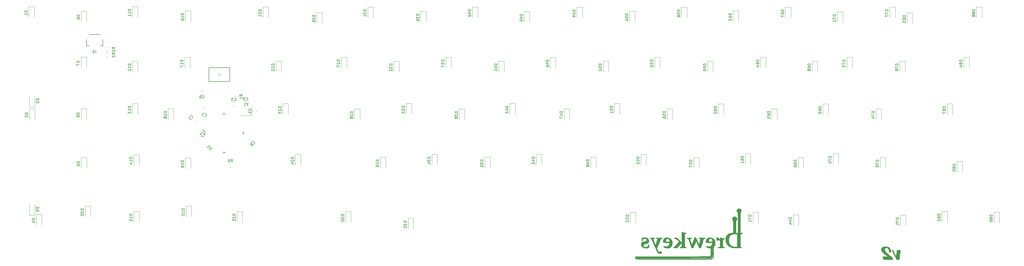
<source format=gbo>
G04 #@! TF.GenerationSoftware,KiCad,Pcbnew,(5.1.4)-1*
G04 #@! TF.CreationDate,2020-10-17T07:59:48-04:00*
G04 #@! TF.ProjectId,southpaw daughter board,736f7574-6870-4617-9720-646175676874,rev?*
G04 #@! TF.SameCoordinates,Original*
G04 #@! TF.FileFunction,Legend,Bot*
G04 #@! TF.FilePolarity,Positive*
%FSLAX46Y46*%
G04 Gerber Fmt 4.6, Leading zero omitted, Abs format (unit mm)*
G04 Created by KiCad (PCBNEW (5.1.4)-1) date 2020-10-17 07:59:48*
%MOMM*%
%LPD*%
G04 APERTURE LIST*
%ADD10C,0.010000*%
%ADD11C,0.150000*%
%ADD12C,0.120000*%
%ADD13C,0.127000*%
%ADD14C,0.015000*%
G04 APERTURE END LIST*
D10*
G04 #@! TO.C,G\002A\002A\002A*
G36*
X292049238Y3149839D02*
G01*
X291760230Y3095393D01*
X291573547Y3030345D01*
X291351616Y2892318D01*
X291152958Y2709407D01*
X291008478Y2512188D01*
X290972648Y2435800D01*
X290930864Y2224161D01*
X290936788Y1970637D01*
X290987364Y1721349D01*
X291027001Y1615859D01*
X291175691Y1374332D01*
X291418517Y1097809D01*
X291755722Y786063D01*
X292187550Y438862D01*
X292595483Y139549D01*
X293427516Y-450850D01*
X292437971Y-464598D01*
X291448426Y-478347D01*
X291557341Y-1023398D01*
X291666256Y-1568450D01*
X293435043Y-1581814D01*
X293913313Y-1584905D01*
X294299055Y-1586009D01*
X294601328Y-1584829D01*
X294829190Y-1581068D01*
X294991699Y-1574431D01*
X295097914Y-1564620D01*
X295156893Y-1551339D01*
X295177695Y-1534292D01*
X295176827Y-1524809D01*
X295153640Y-1435046D01*
X295125639Y-1287693D01*
X295112754Y-1207242D01*
X295097622Y-1116245D01*
X295076087Y-1038411D01*
X295038454Y-963122D01*
X294975028Y-879760D01*
X294876112Y-777706D01*
X294732011Y-646342D01*
X294533028Y-475048D01*
X294269468Y-253206D01*
X294151050Y-154017D01*
X293775646Y162867D01*
X293468583Y428226D01*
X293218030Y652943D01*
X293012155Y847901D01*
X292839126Y1023985D01*
X292687113Y1192077D01*
X292684979Y1194539D01*
X292476442Y1459637D01*
X292341801Y1696965D01*
X292269295Y1933389D01*
X292247166Y2194595D01*
X292252938Y2379081D01*
X292278599Y2497141D01*
X292334183Y2583472D01*
X292370122Y2619800D01*
X292452632Y2684293D01*
X292545392Y2716047D01*
X292682212Y2722330D01*
X292816784Y2715818D01*
X293093208Y2672908D01*
X293303142Y2574024D01*
X293469838Y2403299D01*
X293598599Y2182323D01*
X293680555Y1986236D01*
X293730097Y1783944D01*
X293756977Y1532550D01*
X293760659Y1469418D01*
X293779266Y1234694D01*
X293805345Y1099852D01*
X293839182Y1063426D01*
X293840075Y1063742D01*
X293917713Y1086007D01*
X294060175Y1121190D01*
X294195300Y1152333D01*
X294493549Y1219070D01*
X294469349Y1557291D01*
X294404741Y1918886D01*
X294271917Y2269437D01*
X294086414Y2569301D01*
X294060181Y2601381D01*
X293884835Y2757328D01*
X293639983Y2906947D01*
X293357246Y3034093D01*
X293068241Y3122622D01*
X293019029Y3133009D01*
X292711313Y3170968D01*
X292377157Y3175804D01*
X292049238Y3149839D01*
X292049238Y3149839D01*
G37*
X292049238Y3149839D02*
X291760230Y3095393D01*
X291573547Y3030345D01*
X291351616Y2892318D01*
X291152958Y2709407D01*
X291008478Y2512188D01*
X290972648Y2435800D01*
X290930864Y2224161D01*
X290936788Y1970637D01*
X290987364Y1721349D01*
X291027001Y1615859D01*
X291175691Y1374332D01*
X291418517Y1097809D01*
X291755722Y786063D01*
X292187550Y438862D01*
X292595483Y139549D01*
X293427516Y-450850D01*
X292437971Y-464598D01*
X291448426Y-478347D01*
X291557341Y-1023398D01*
X291666256Y-1568450D01*
X293435043Y-1581814D01*
X293913313Y-1584905D01*
X294299055Y-1586009D01*
X294601328Y-1584829D01*
X294829190Y-1581068D01*
X294991699Y-1574431D01*
X295097914Y-1564620D01*
X295156893Y-1551339D01*
X295177695Y-1534292D01*
X295176827Y-1524809D01*
X295153640Y-1435046D01*
X295125639Y-1287693D01*
X295112754Y-1207242D01*
X295097622Y-1116245D01*
X295076087Y-1038411D01*
X295038454Y-963122D01*
X294975028Y-879760D01*
X294876112Y-777706D01*
X294732011Y-646342D01*
X294533028Y-475048D01*
X294269468Y-253206D01*
X294151050Y-154017D01*
X293775646Y162867D01*
X293468583Y428226D01*
X293218030Y652943D01*
X293012155Y847901D01*
X292839126Y1023985D01*
X292687113Y1192077D01*
X292684979Y1194539D01*
X292476442Y1459637D01*
X292341801Y1696965D01*
X292269295Y1933389D01*
X292247166Y2194595D01*
X292252938Y2379081D01*
X292278599Y2497141D01*
X292334183Y2583472D01*
X292370122Y2619800D01*
X292452632Y2684293D01*
X292545392Y2716047D01*
X292682212Y2722330D01*
X292816784Y2715818D01*
X293093208Y2672908D01*
X293303142Y2574024D01*
X293469838Y2403299D01*
X293598599Y2182323D01*
X293680555Y1986236D01*
X293730097Y1783944D01*
X293756977Y1532550D01*
X293760659Y1469418D01*
X293779266Y1234694D01*
X293805345Y1099852D01*
X293839182Y1063426D01*
X293840075Y1063742D01*
X293917713Y1086007D01*
X294060175Y1121190D01*
X294195300Y1152333D01*
X294493549Y1219070D01*
X294469349Y1557291D01*
X294404741Y1918886D01*
X294271917Y2269437D01*
X294086414Y2569301D01*
X294060181Y2601381D01*
X293884835Y2757328D01*
X293639983Y2906947D01*
X293357246Y3034093D01*
X293068241Y3122622D01*
X293019029Y3133009D01*
X292711313Y3170968D01*
X292377157Y3175804D01*
X292049238Y3149839D01*
G36*
X297313350Y1900125D02*
G01*
X296640250Y1885950D01*
X296513250Y793750D01*
X296474132Y474549D01*
X296435792Y192997D01*
X296400506Y-36529D01*
X296370551Y-199651D01*
X296348203Y-281993D01*
X296341795Y-289071D01*
X296306813Y-243257D01*
X296232337Y-119593D01*
X296125349Y69426D01*
X295992831Y311304D01*
X295841765Y593546D01*
X295731497Y803129D01*
X295165654Y1885950D01*
X294975852Y1885950D01*
X294849793Y1879757D01*
X294778109Y1864437D01*
X294773350Y1860144D01*
X294793615Y1811105D01*
X294856834Y1682439D01*
X294957886Y1484024D01*
X295091649Y1225741D01*
X295253001Y917467D01*
X295436820Y569080D01*
X295637985Y190461D01*
X295675050Y120969D01*
X296589450Y-1592399D01*
X297032983Y-1593124D01*
X297246574Y-1591799D01*
X297379557Y-1583581D01*
X297452906Y-1563391D01*
X297487598Y-1526147D01*
X297501859Y-1479550D01*
X297515286Y-1402039D01*
X297540490Y-1240896D01*
X297575337Y-1010842D01*
X297617692Y-726595D01*
X297665420Y-402878D01*
X297716388Y-54408D01*
X297768461Y304092D01*
X297819504Y657904D01*
X297867382Y992306D01*
X297909962Y1292579D01*
X297945109Y1544003D01*
X297970689Y1731858D01*
X297984566Y1841422D01*
X297986450Y1862392D01*
X297936672Y1884748D01*
X297790714Y1898352D01*
X297553644Y1902920D01*
X297313350Y1900125D01*
X297313350Y1900125D01*
G37*
X297313350Y1900125D02*
X296640250Y1885950D01*
X296513250Y793750D01*
X296474132Y474549D01*
X296435792Y192997D01*
X296400506Y-36529D01*
X296370551Y-199651D01*
X296348203Y-281993D01*
X296341795Y-289071D01*
X296306813Y-243257D01*
X296232337Y-119593D01*
X296125349Y69426D01*
X295992831Y311304D01*
X295841765Y593546D01*
X295731497Y803129D01*
X295165654Y1885950D01*
X294975852Y1885950D01*
X294849793Y1879757D01*
X294778109Y1864437D01*
X294773350Y1860144D01*
X294793615Y1811105D01*
X294856834Y1682439D01*
X294957886Y1484024D01*
X295091649Y1225741D01*
X295253001Y917467D01*
X295436820Y569080D01*
X295637985Y190461D01*
X295675050Y120969D01*
X296589450Y-1592399D01*
X297032983Y-1593124D01*
X297246574Y-1591799D01*
X297379557Y-1583581D01*
X297452906Y-1563391D01*
X297487598Y-1526147D01*
X297501859Y-1479550D01*
X297515286Y-1402039D01*
X297540490Y-1240896D01*
X297575337Y-1010842D01*
X297617692Y-726595D01*
X297665420Y-402878D01*
X297716388Y-54408D01*
X297768461Y304092D01*
X297819504Y657904D01*
X297867382Y992306D01*
X297909962Y1292579D01*
X297945109Y1544003D01*
X297970689Y1731858D01*
X297984566Y1841422D01*
X297986450Y1862392D01*
X297936672Y1884748D01*
X297790714Y1898352D01*
X297553644Y1902920D01*
X297313350Y1900125D01*
G36*
X218198902Y8513435D02*
G01*
X218193509Y8458745D01*
X218188987Y8313887D01*
X218185433Y8090289D01*
X218182945Y7799379D01*
X218181618Y7452588D01*
X218181550Y7061343D01*
X218182838Y6637073D01*
X218182891Y6625504D01*
X218191564Y4762257D01*
X217998282Y4916790D01*
X217899845Y5003254D01*
X217746348Y5147510D01*
X217553457Y5334408D01*
X217336836Y5548796D01*
X217144600Y5742491D01*
X216484200Y6413660D01*
X215442778Y6426200D01*
X215442789Y6261100D01*
X215453542Y6146932D01*
X215503376Y6102323D01*
X215582500Y6095717D01*
X215753194Y6081524D01*
X215918244Y6033264D01*
X216095465Y5941325D01*
X216302669Y5796094D01*
X216557666Y5587960D01*
X216615750Y5538127D01*
X216809454Y5368729D01*
X216973477Y5221097D01*
X217093253Y5108661D01*
X217154213Y5044850D01*
X217158746Y5037565D01*
X217130876Y4988438D01*
X217045532Y4877302D01*
X216913962Y4716982D01*
X216747413Y4520303D01*
X216557133Y4300089D01*
X216354367Y4069164D01*
X216150365Y3840354D01*
X215956372Y3626482D01*
X215783637Y3440374D01*
X215643407Y3294854D01*
X215558667Y3213100D01*
X215431515Y3115186D01*
X215319413Y3056000D01*
X215281937Y3048000D01*
X215216875Y3024238D01*
X215191051Y2936563D01*
X215188800Y2870200D01*
X215188800Y2692400D01*
X216546044Y2692400D01*
X216952832Y3187700D01*
X217162003Y3435639D01*
X217401182Y3708668D01*
X217635652Y3967591D01*
X217773921Y4114800D01*
X218188223Y4546600D01*
X218174412Y3852273D01*
X218166561Y3595606D01*
X218154661Y3375695D01*
X218140172Y3212384D01*
X218124554Y3125514D01*
X218120365Y3117772D01*
X218049364Y3088489D01*
X217915675Y3060382D01*
X217840965Y3050099D01*
X217695461Y3028160D01*
X217622550Y2991885D01*
X217593494Y2919575D01*
X217585882Y2857500D01*
X217569963Y2692400D01*
X219760800Y2692400D01*
X219760800Y2870200D01*
X219755842Y2979751D01*
X219722460Y3031418D01*
X219632896Y3046961D01*
X219533988Y3048000D01*
X219373764Y3060859D01*
X219283559Y3106257D01*
X219254588Y3146261D01*
X219244076Y3215731D01*
X219234837Y3373942D01*
X219226893Y3608042D01*
X219220269Y3905178D01*
X219214986Y4252500D01*
X219211069Y4637156D01*
X219208541Y5046293D01*
X219207424Y5467060D01*
X219207743Y5886606D01*
X219209519Y6292078D01*
X219212778Y6670625D01*
X219217540Y7009394D01*
X219223831Y7295535D01*
X219231672Y7516196D01*
X219241088Y7658524D01*
X219246373Y7696200D01*
X219275411Y7789533D01*
X219331051Y7837306D01*
X219444033Y7858397D01*
X219519763Y7864084D01*
X219665378Y7877997D01*
X219736206Y7907051D01*
X219759019Y7969204D01*
X219760800Y8025761D01*
X219754188Y8108029D01*
X219721819Y8163114D01*
X219644895Y8199946D01*
X219504615Y8227456D01*
X219282182Y8254574D01*
X219278200Y8255015D01*
X219069804Y8289807D01*
X218821753Y8347932D01*
X218598493Y8413435D01*
X218418525Y8469364D01*
X218278753Y8505450D01*
X218204164Y8515439D01*
X218198902Y8513435D01*
X218198902Y8513435D01*
G37*
X218198902Y8513435D02*
X218193509Y8458745D01*
X218188987Y8313887D01*
X218185433Y8090289D01*
X218182945Y7799379D01*
X218181618Y7452588D01*
X218181550Y7061343D01*
X218182838Y6637073D01*
X218182891Y6625504D01*
X218191564Y4762257D01*
X217998282Y4916790D01*
X217899845Y5003254D01*
X217746348Y5147510D01*
X217553457Y5334408D01*
X217336836Y5548796D01*
X217144600Y5742491D01*
X216484200Y6413660D01*
X215442778Y6426200D01*
X215442789Y6261100D01*
X215453542Y6146932D01*
X215503376Y6102323D01*
X215582500Y6095717D01*
X215753194Y6081524D01*
X215918244Y6033264D01*
X216095465Y5941325D01*
X216302669Y5796094D01*
X216557666Y5587960D01*
X216615750Y5538127D01*
X216809454Y5368729D01*
X216973477Y5221097D01*
X217093253Y5108661D01*
X217154213Y5044850D01*
X217158746Y5037565D01*
X217130876Y4988438D01*
X217045532Y4877302D01*
X216913962Y4716982D01*
X216747413Y4520303D01*
X216557133Y4300089D01*
X216354367Y4069164D01*
X216150365Y3840354D01*
X215956372Y3626482D01*
X215783637Y3440374D01*
X215643407Y3294854D01*
X215558667Y3213100D01*
X215431515Y3115186D01*
X215319413Y3056000D01*
X215281937Y3048000D01*
X215216875Y3024238D01*
X215191051Y2936563D01*
X215188800Y2870200D01*
X215188800Y2692400D01*
X216546044Y2692400D01*
X216952832Y3187700D01*
X217162003Y3435639D01*
X217401182Y3708668D01*
X217635652Y3967591D01*
X217773921Y4114800D01*
X218188223Y4546600D01*
X218174412Y3852273D01*
X218166561Y3595606D01*
X218154661Y3375695D01*
X218140172Y3212384D01*
X218124554Y3125514D01*
X218120365Y3117772D01*
X218049364Y3088489D01*
X217915675Y3060382D01*
X217840965Y3050099D01*
X217695461Y3028160D01*
X217622550Y2991885D01*
X217593494Y2919575D01*
X217585882Y2857500D01*
X217569963Y2692400D01*
X219760800Y2692400D01*
X219760800Y2870200D01*
X219755842Y2979751D01*
X219722460Y3031418D01*
X219632896Y3046961D01*
X219533988Y3048000D01*
X219373764Y3060859D01*
X219283559Y3106257D01*
X219254588Y3146261D01*
X219244076Y3215731D01*
X219234837Y3373942D01*
X219226893Y3608042D01*
X219220269Y3905178D01*
X219214986Y4252500D01*
X219211069Y4637156D01*
X219208541Y5046293D01*
X219207424Y5467060D01*
X219207743Y5886606D01*
X219209519Y6292078D01*
X219212778Y6670625D01*
X219217540Y7009394D01*
X219223831Y7295535D01*
X219231672Y7516196D01*
X219241088Y7658524D01*
X219246373Y7696200D01*
X219275411Y7789533D01*
X219331051Y7837306D01*
X219444033Y7858397D01*
X219519763Y7864084D01*
X219665378Y7877997D01*
X219736206Y7907051D01*
X219759019Y7969204D01*
X219760800Y8025761D01*
X219754188Y8108029D01*
X219721819Y8163114D01*
X219644895Y8199946D01*
X219504615Y8227456D01*
X219282182Y8254574D01*
X219278200Y8255015D01*
X219069804Y8289807D01*
X218821753Y8347932D01*
X218598493Y8413435D01*
X218418525Y8469364D01*
X218278753Y8505450D01*
X218204164Y8515439D01*
X218198902Y8513435D01*
G36*
X222608010Y5784923D02*
G01*
X222475947Y5470385D01*
X222333757Y5137736D01*
X222195976Y4820613D01*
X222077135Y4552654D01*
X222044046Y4479642D01*
X221801054Y3947573D01*
X221524312Y4805887D01*
X221406335Y5172606D01*
X221317410Y5454528D01*
X221255470Y5663568D01*
X221218451Y5811647D01*
X221204285Y5910683D01*
X221210907Y5972594D01*
X221236250Y6009299D01*
X221278249Y6032716D01*
X221309527Y6044945D01*
X221466823Y6084203D01*
X221592908Y6096000D01*
X221695587Y6107414D01*
X221735785Y6162664D01*
X221742000Y6261796D01*
X221742000Y6427592D01*
X220116540Y6426200D01*
X220116470Y6261100D01*
X220126866Y6147179D01*
X220176835Y6102715D01*
X220263173Y6096000D01*
X220410287Y6065077D01*
X220513656Y6007100D01*
X220576761Y5916865D01*
X220664927Y5736099D01*
X220775423Y5471995D01*
X220905517Y5131747D01*
X221052477Y4722548D01*
X221213572Y4251591D01*
X221386070Y3726072D01*
X221420177Y3619809D01*
X221716600Y2693018D01*
X222377000Y2693820D01*
X222577399Y3188410D01*
X222673604Y3420044D01*
X222797908Y3710926D01*
X222935999Y4027979D01*
X223073565Y4338127D01*
X223109141Y4417236D01*
X223440484Y5151471D01*
X223715756Y4569636D01*
X223850813Y4278572D01*
X224003969Y3939689D01*
X224154574Y3599084D01*
X224260850Y3352800D01*
X224530671Y2717800D01*
X224860968Y2702838D01*
X225191266Y2687875D01*
X225246842Y2906038D01*
X225301756Y3115037D01*
X225375175Y3384937D01*
X225462308Y3699029D01*
X225558368Y4040603D01*
X225658565Y4392951D01*
X225758110Y4739363D01*
X225852214Y5063131D01*
X225936088Y5347544D01*
X226004943Y5575895D01*
X226053990Y5731473D01*
X226069743Y5777169D01*
X226129957Y5929007D01*
X226186905Y6011688D01*
X226271698Y6051661D01*
X226415449Y6075375D01*
X226421456Y6076172D01*
X226570904Y6099770D01*
X226643658Y6131147D01*
X226664021Y6189134D01*
X226659604Y6260709D01*
X226644200Y6411610D01*
X225539297Y6418905D01*
X224434393Y6426200D01*
X224434397Y6261100D01*
X224440720Y6157535D01*
X224478618Y6109814D01*
X224576498Y6096113D01*
X224650300Y6095223D01*
X224779757Y6093460D01*
X224874185Y6081011D01*
X224935044Y6045538D01*
X224963792Y5974702D01*
X224961888Y5856166D01*
X224930789Y5677592D01*
X224871954Y5426642D01*
X224786841Y5090980D01*
X224774642Y5043293D01*
X224697128Y4745677D01*
X224625796Y4482001D01*
X224565142Y4268077D01*
X224519659Y4119717D01*
X224493843Y4052733D01*
X224492658Y4051256D01*
X224462838Y4085473D01*
X224397868Y4201227D01*
X224303425Y4387018D01*
X224185187Y4631347D01*
X224048831Y4922716D01*
X223900035Y5249625D01*
X223890684Y5270456D01*
X223326736Y6527800D01*
X222928982Y6558134D01*
X222608010Y5784923D01*
X222608010Y5784923D01*
G37*
X222608010Y5784923D02*
X222475947Y5470385D01*
X222333757Y5137736D01*
X222195976Y4820613D01*
X222077135Y4552654D01*
X222044046Y4479642D01*
X221801054Y3947573D01*
X221524312Y4805887D01*
X221406335Y5172606D01*
X221317410Y5454528D01*
X221255470Y5663568D01*
X221218451Y5811647D01*
X221204285Y5910683D01*
X221210907Y5972594D01*
X221236250Y6009299D01*
X221278249Y6032716D01*
X221309527Y6044945D01*
X221466823Y6084203D01*
X221592908Y6096000D01*
X221695587Y6107414D01*
X221735785Y6162664D01*
X221742000Y6261796D01*
X221742000Y6427592D01*
X220116540Y6426200D01*
X220116470Y6261100D01*
X220126866Y6147179D01*
X220176835Y6102715D01*
X220263173Y6096000D01*
X220410287Y6065077D01*
X220513656Y6007100D01*
X220576761Y5916865D01*
X220664927Y5736099D01*
X220775423Y5471995D01*
X220905517Y5131747D01*
X221052477Y4722548D01*
X221213572Y4251591D01*
X221386070Y3726072D01*
X221420177Y3619809D01*
X221716600Y2693018D01*
X222377000Y2693820D01*
X222577399Y3188410D01*
X222673604Y3420044D01*
X222797908Y3710926D01*
X222935999Y4027979D01*
X223073565Y4338127D01*
X223109141Y4417236D01*
X223440484Y5151471D01*
X223715756Y4569636D01*
X223850813Y4278572D01*
X224003969Y3939689D01*
X224154574Y3599084D01*
X224260850Y3352800D01*
X224530671Y2717800D01*
X224860968Y2702838D01*
X225191266Y2687875D01*
X225246842Y2906038D01*
X225301756Y3115037D01*
X225375175Y3384937D01*
X225462308Y3699029D01*
X225558368Y4040603D01*
X225658565Y4392951D01*
X225758110Y4739363D01*
X225852214Y5063131D01*
X225936088Y5347544D01*
X226004943Y5575895D01*
X226053990Y5731473D01*
X226069743Y5777169D01*
X226129957Y5929007D01*
X226186905Y6011688D01*
X226271698Y6051661D01*
X226415449Y6075375D01*
X226421456Y6076172D01*
X226570904Y6099770D01*
X226643658Y6131147D01*
X226664021Y6189134D01*
X226659604Y6260709D01*
X226644200Y6411610D01*
X225539297Y6418905D01*
X224434393Y6426200D01*
X224434397Y6261100D01*
X224440720Y6157535D01*
X224478618Y6109814D01*
X224576498Y6096113D01*
X224650300Y6095223D01*
X224779757Y6093460D01*
X224874185Y6081011D01*
X224935044Y6045538D01*
X224963792Y5974702D01*
X224961888Y5856166D01*
X224930789Y5677592D01*
X224871954Y5426642D01*
X224786841Y5090980D01*
X224774642Y5043293D01*
X224697128Y4745677D01*
X224625796Y4482001D01*
X224565142Y4268077D01*
X224519659Y4119717D01*
X224493843Y4052733D01*
X224492658Y4051256D01*
X224462838Y4085473D01*
X224397868Y4201227D01*
X224303425Y4387018D01*
X224185187Y4631347D01*
X224048831Y4922716D01*
X223900035Y5249625D01*
X223890684Y5270456D01*
X223326736Y6527800D01*
X222928982Y6558134D01*
X222608010Y5784923D01*
G36*
X230886405Y6495390D02*
G01*
X230816955Y6463177D01*
X230809432Y6398807D01*
X230808486Y6256516D01*
X230813939Y6059755D01*
X230821198Y5907034D01*
X230841392Y5638772D01*
X230871214Y5463393D01*
X230917023Y5372235D01*
X230985181Y5356633D01*
X231082048Y5407924D01*
X231148885Y5460681D01*
X231346480Y5568400D01*
X231563087Y5593774D01*
X231774062Y5544193D01*
X231954761Y5427046D01*
X232080540Y5249722D01*
X232107447Y5173259D01*
X232129086Y5038693D01*
X232143651Y4836152D01*
X232151547Y4585382D01*
X232153177Y4306126D01*
X232148946Y4018131D01*
X232139257Y3741141D01*
X232124515Y3494902D01*
X232105124Y3299158D01*
X232081487Y3173655D01*
X232065853Y3140688D01*
X231980473Y3098746D01*
X231833778Y3062943D01*
X231735653Y3049293D01*
X231580573Y3029864D01*
X231499680Y2999721D01*
X231465859Y2940382D01*
X231454282Y2857500D01*
X231438363Y2692400D01*
X233730800Y2692400D01*
X233730800Y2870200D01*
X233725842Y2979751D01*
X233692460Y3031418D01*
X233602896Y3046961D01*
X233503988Y3048000D01*
X233343764Y3060859D01*
X233253559Y3106257D01*
X233224588Y3146261D01*
X233206425Y3230148D01*
X233191956Y3395594D01*
X233181125Y3625541D01*
X233173879Y3902928D01*
X233170164Y4210697D01*
X233169924Y4531788D01*
X233173106Y4849141D01*
X233179657Y5145697D01*
X233189520Y5404398D01*
X233202643Y5608183D01*
X233218972Y5739993D01*
X233232961Y5781041D01*
X233319037Y5819074D01*
X233460463Y5840361D01*
X233512361Y5842000D01*
X233648768Y5846561D01*
X233711850Y5874788D01*
X233729864Y5948497D01*
X233730800Y6010653D01*
X233730800Y6179305D01*
X233267324Y6241013D01*
X233018059Y6281411D01*
X232767974Y6333855D01*
X232561977Y6388641D01*
X232519785Y6402561D01*
X232361007Y6456161D01*
X232241650Y6492400D01*
X232195861Y6502400D01*
X232177341Y6455621D01*
X232163399Y6331316D01*
X232156396Y6153535D01*
X232156000Y6096442D01*
X232156000Y5690483D01*
X231866897Y6007542D01*
X231715551Y6167136D01*
X231573162Y6306354D01*
X231465594Y6400165D01*
X231447797Y6413166D01*
X231335568Y6460268D01*
X231181133Y6491533D01*
X231019682Y6504170D01*
X230886405Y6495390D01*
X230886405Y6495390D01*
G37*
X230886405Y6495390D02*
X230816955Y6463177D01*
X230809432Y6398807D01*
X230808486Y6256516D01*
X230813939Y6059755D01*
X230821198Y5907034D01*
X230841392Y5638772D01*
X230871214Y5463393D01*
X230917023Y5372235D01*
X230985181Y5356633D01*
X231082048Y5407924D01*
X231148885Y5460681D01*
X231346480Y5568400D01*
X231563087Y5593774D01*
X231774062Y5544193D01*
X231954761Y5427046D01*
X232080540Y5249722D01*
X232107447Y5173259D01*
X232129086Y5038693D01*
X232143651Y4836152D01*
X232151547Y4585382D01*
X232153177Y4306126D01*
X232148946Y4018131D01*
X232139257Y3741141D01*
X232124515Y3494902D01*
X232105124Y3299158D01*
X232081487Y3173655D01*
X232065853Y3140688D01*
X231980473Y3098746D01*
X231833778Y3062943D01*
X231735653Y3049293D01*
X231580573Y3029864D01*
X231499680Y2999721D01*
X231465859Y2940382D01*
X231454282Y2857500D01*
X231438363Y2692400D01*
X233730800Y2692400D01*
X233730800Y2870200D01*
X233725842Y2979751D01*
X233692460Y3031418D01*
X233602896Y3046961D01*
X233503988Y3048000D01*
X233343764Y3060859D01*
X233253559Y3106257D01*
X233224588Y3146261D01*
X233206425Y3230148D01*
X233191956Y3395594D01*
X233181125Y3625541D01*
X233173879Y3902928D01*
X233170164Y4210697D01*
X233169924Y4531788D01*
X233173106Y4849141D01*
X233179657Y5145697D01*
X233189520Y5404398D01*
X233202643Y5608183D01*
X233218972Y5739993D01*
X233232961Y5781041D01*
X233319037Y5819074D01*
X233460463Y5840361D01*
X233512361Y5842000D01*
X233648768Y5846561D01*
X233711850Y5874788D01*
X233729864Y5948497D01*
X233730800Y6010653D01*
X233730800Y6179305D01*
X233267324Y6241013D01*
X233018059Y6281411D01*
X232767974Y6333855D01*
X232561977Y6388641D01*
X232519785Y6402561D01*
X232361007Y6456161D01*
X232241650Y6492400D01*
X232195861Y6502400D01*
X232177341Y6455621D01*
X232163399Y6331316D01*
X232156396Y6153535D01*
X232156000Y6096442D01*
X232156000Y5690483D01*
X231866897Y6007542D01*
X231715551Y6167136D01*
X231573162Y6306354D01*
X231465594Y6400165D01*
X231447797Y6413166D01*
X231335568Y6460268D01*
X231181133Y6491533D01*
X231019682Y6504170D01*
X230886405Y6495390D01*
G36*
X238673721Y17013121D02*
G01*
X238451837Y16854337D01*
X238298483Y16639239D01*
X238216672Y16389168D01*
X238209419Y16125465D01*
X238279739Y15869469D01*
X238430644Y15642523D01*
X238474053Y15599445D01*
X238607601Y15476290D01*
X238607601Y11825121D01*
X238607600Y8173952D01*
X237972600Y8204200D01*
X237959342Y10360205D01*
X237946083Y12516210D01*
X238095926Y12671605D01*
X238260207Y12904312D01*
X238337170Y13154912D01*
X238335215Y13407766D01*
X238262739Y13647238D01*
X238128143Y13857691D01*
X237939826Y14023486D01*
X237706186Y14128986D01*
X237435624Y14158554D01*
X237305507Y14143193D01*
X237112813Y14067130D01*
X236917171Y13925154D01*
X236753694Y13745552D01*
X236695772Y13651996D01*
X236633897Y13449700D01*
X236626719Y13216305D01*
X236668339Y12983032D01*
X236752860Y12781103D01*
X236874387Y12641741D01*
X236888336Y12632455D01*
X236911097Y12613693D01*
X236929847Y12582368D01*
X236944975Y12529285D01*
X236956866Y12445247D01*
X236965908Y12321059D01*
X236972487Y12147525D01*
X236976991Y11915449D01*
X236979806Y11615634D01*
X236981320Y11238884D01*
X236981919Y10776004D01*
X236982001Y10406115D01*
X236982001Y8238269D01*
X236588301Y8205999D01*
X236103999Y8149750D01*
X235701517Y8063536D01*
X235363762Y7940604D01*
X235073642Y7774204D01*
X234814062Y7557584D01*
X234730624Y7472255D01*
X234462412Y7115976D01*
X234276102Y6706688D01*
X234170594Y6240789D01*
X234144786Y5714678D01*
X234150617Y5574046D01*
X234212401Y5071929D01*
X234341520Y4624711D01*
X234547240Y4203920D01*
X234648954Y4042739D01*
X234934859Y3669579D01*
X235251608Y3369088D01*
X235619456Y3126249D01*
X236058662Y2926042D01*
X236245400Y2859057D01*
X236358647Y2821528D01*
X236460659Y2791422D01*
X236564229Y2767777D01*
X236682145Y2749633D01*
X236827200Y2736028D01*
X237012182Y2726000D01*
X237249882Y2718588D01*
X237553091Y2712830D01*
X237934599Y2707766D01*
X238315500Y2703448D01*
X238770118Y2698598D01*
X239133381Y2695538D01*
X239415525Y2694761D01*
X239626787Y2696758D01*
X239777404Y2702023D01*
X239877612Y2711050D01*
X239937649Y2724330D01*
X239967750Y2742358D01*
X239978153Y2765625D01*
X239979200Y2783559D01*
X239936610Y2876085D01*
X239824235Y2982876D01*
X239783616Y3011531D01*
X239588032Y3140962D01*
X239551616Y4457802D01*
X239542902Y4863729D01*
X239538182Y5291243D01*
X239537901Y5418695D01*
X238379000Y5418695D01*
X238379000Y3175000D01*
X238074200Y3144572D01*
X237717752Y3128781D01*
X237333886Y3144508D01*
X236971596Y3188649D01*
X236791486Y3225841D01*
X236410765Y3370363D01*
X236083480Y3597110D01*
X235813078Y3899859D01*
X235603003Y4272385D01*
X235456701Y4708464D01*
X235377616Y5201873D01*
X235369195Y5746387D01*
X235371620Y5791000D01*
X235435305Y6290167D01*
X235563948Y6714010D01*
X235759473Y7064067D01*
X236023802Y7341876D01*
X236358860Y7548976D01*
X236766571Y7686905D01*
X237248860Y7757201D01*
X237807648Y7761402D01*
X237834365Y7760075D01*
X238044390Y7745649D01*
X238214809Y7727358D01*
X238320944Y7708168D01*
X238342365Y7698997D01*
X238349995Y7642103D01*
X238357086Y7494068D01*
X238363472Y7265348D01*
X238368983Y6966401D01*
X238373453Y6607684D01*
X238376712Y6199655D01*
X238378593Y5752770D01*
X238379000Y5418695D01*
X239537901Y5418695D01*
X239537223Y5725387D01*
X239539791Y6151206D01*
X239545653Y6553743D01*
X239554573Y6918044D01*
X239566320Y7229151D01*
X239580658Y7472110D01*
X239597355Y7631964D01*
X239601600Y7655875D01*
X239648698Y7740853D01*
X239762687Y7788691D01*
X239814510Y7798502D01*
X240018637Y7832534D01*
X240142559Y7862210D01*
X240206285Y7899876D01*
X240229830Y7957878D01*
X240233202Y8048562D01*
X240233200Y8056812D01*
X240233200Y8237687D01*
X239903000Y8202326D01*
X239572800Y8166964D01*
X239572800Y11848009D01*
X239572836Y12547395D01*
X239573075Y13152252D01*
X239573717Y13669655D01*
X239574964Y14106674D01*
X239577014Y14470382D01*
X239580067Y14767851D01*
X239584324Y15006153D01*
X239589985Y15192361D01*
X239597248Y15333547D01*
X239606315Y15436783D01*
X239617386Y15509142D01*
X239630659Y15557695D01*
X239646336Y15589515D01*
X239664616Y15611674D01*
X239679601Y15625707D01*
X239840809Y15834206D01*
X239921627Y16078806D01*
X239925258Y16337863D01*
X239854907Y16589734D01*
X239713779Y16812774D01*
X239505078Y16985341D01*
X239475910Y17001489D01*
X239205068Y17100833D01*
X238940825Y17103006D01*
X238673721Y17013121D01*
X238673721Y17013121D01*
G37*
X238673721Y17013121D02*
X238451837Y16854337D01*
X238298483Y16639239D01*
X238216672Y16389168D01*
X238209419Y16125465D01*
X238279739Y15869469D01*
X238430644Y15642523D01*
X238474053Y15599445D01*
X238607601Y15476290D01*
X238607601Y11825121D01*
X238607600Y8173952D01*
X237972600Y8204200D01*
X237959342Y10360205D01*
X237946083Y12516210D01*
X238095926Y12671605D01*
X238260207Y12904312D01*
X238337170Y13154912D01*
X238335215Y13407766D01*
X238262739Y13647238D01*
X238128143Y13857691D01*
X237939826Y14023486D01*
X237706186Y14128986D01*
X237435624Y14158554D01*
X237305507Y14143193D01*
X237112813Y14067130D01*
X236917171Y13925154D01*
X236753694Y13745552D01*
X236695772Y13651996D01*
X236633897Y13449700D01*
X236626719Y13216305D01*
X236668339Y12983032D01*
X236752860Y12781103D01*
X236874387Y12641741D01*
X236888336Y12632455D01*
X236911097Y12613693D01*
X236929847Y12582368D01*
X236944975Y12529285D01*
X236956866Y12445247D01*
X236965908Y12321059D01*
X236972487Y12147525D01*
X236976991Y11915449D01*
X236979806Y11615634D01*
X236981320Y11238884D01*
X236981919Y10776004D01*
X236982001Y10406115D01*
X236982001Y8238269D01*
X236588301Y8205999D01*
X236103999Y8149750D01*
X235701517Y8063536D01*
X235363762Y7940604D01*
X235073642Y7774204D01*
X234814062Y7557584D01*
X234730624Y7472255D01*
X234462412Y7115976D01*
X234276102Y6706688D01*
X234170594Y6240789D01*
X234144786Y5714678D01*
X234150617Y5574046D01*
X234212401Y5071929D01*
X234341520Y4624711D01*
X234547240Y4203920D01*
X234648954Y4042739D01*
X234934859Y3669579D01*
X235251608Y3369088D01*
X235619456Y3126249D01*
X236058662Y2926042D01*
X236245400Y2859057D01*
X236358647Y2821528D01*
X236460659Y2791422D01*
X236564229Y2767777D01*
X236682145Y2749633D01*
X236827200Y2736028D01*
X237012182Y2726000D01*
X237249882Y2718588D01*
X237553091Y2712830D01*
X237934599Y2707766D01*
X238315500Y2703448D01*
X238770118Y2698598D01*
X239133381Y2695538D01*
X239415525Y2694761D01*
X239626787Y2696758D01*
X239777404Y2702023D01*
X239877612Y2711050D01*
X239937649Y2724330D01*
X239967750Y2742358D01*
X239978153Y2765625D01*
X239979200Y2783559D01*
X239936610Y2876085D01*
X239824235Y2982876D01*
X239783616Y3011531D01*
X239588032Y3140962D01*
X239551616Y4457802D01*
X239542902Y4863729D01*
X239538182Y5291243D01*
X239537901Y5418695D01*
X238379000Y5418695D01*
X238379000Y3175000D01*
X238074200Y3144572D01*
X237717752Y3128781D01*
X237333886Y3144508D01*
X236971596Y3188649D01*
X236791486Y3225841D01*
X236410765Y3370363D01*
X236083480Y3597110D01*
X235813078Y3899859D01*
X235603003Y4272385D01*
X235456701Y4708464D01*
X235377616Y5201873D01*
X235369195Y5746387D01*
X235371620Y5791000D01*
X235435305Y6290167D01*
X235563948Y6714010D01*
X235759473Y7064067D01*
X236023802Y7341876D01*
X236358860Y7548976D01*
X236766571Y7686905D01*
X237248860Y7757201D01*
X237807648Y7761402D01*
X237834365Y7760075D01*
X238044390Y7745649D01*
X238214809Y7727358D01*
X238320944Y7708168D01*
X238342365Y7698997D01*
X238349995Y7642103D01*
X238357086Y7494068D01*
X238363472Y7265348D01*
X238368983Y6966401D01*
X238373453Y6607684D01*
X238376712Y6199655D01*
X238378593Y5752770D01*
X238379000Y5418695D01*
X239537901Y5418695D01*
X239537223Y5725387D01*
X239539791Y6151206D01*
X239545653Y6553743D01*
X239554573Y6918044D01*
X239566320Y7229151D01*
X239580658Y7472110D01*
X239597355Y7631964D01*
X239601600Y7655875D01*
X239648698Y7740853D01*
X239762687Y7788691D01*
X239814510Y7798502D01*
X240018637Y7832534D01*
X240142559Y7862210D01*
X240206285Y7899876D01*
X240229830Y7957878D01*
X240233202Y8048562D01*
X240233200Y8056812D01*
X240233200Y8237687D01*
X239903000Y8202326D01*
X239572800Y8166964D01*
X239572800Y11848009D01*
X239572836Y12547395D01*
X239573075Y13152252D01*
X239573717Y13669655D01*
X239574964Y14106674D01*
X239577014Y14470382D01*
X239580067Y14767851D01*
X239584324Y15006153D01*
X239589985Y15192361D01*
X239597248Y15333547D01*
X239606315Y15436783D01*
X239617386Y15509142D01*
X239630659Y15557695D01*
X239646336Y15589515D01*
X239664616Y15611674D01*
X239679601Y15625707D01*
X239840809Y15834206D01*
X239921627Y16078806D01*
X239925258Y16337863D01*
X239854907Y16589734D01*
X239713779Y16812774D01*
X239505078Y16985341D01*
X239475910Y17001489D01*
X239205068Y17100833D01*
X238940825Y17103006D01*
X238673721Y17013121D01*
G36*
X204088774Y6467020D02*
G01*
X203910864Y6430103D01*
X203743274Y6385399D01*
X203620210Y6349244D01*
X203569517Y6330050D01*
X203565596Y6275441D01*
X203568849Y6142370D01*
X203578487Y5953661D01*
X203586985Y5823553D01*
X203621397Y5334000D01*
X203791699Y5334000D01*
X203900147Y5340432D01*
X203948791Y5379082D01*
X203961569Y5478986D01*
X203962000Y5540540D01*
X203975368Y5700229D01*
X204008371Y5831221D01*
X204016889Y5849641D01*
X204130909Y5963808D01*
X204322769Y6046725D01*
X204571509Y6090829D01*
X204699492Y6096000D01*
X204993060Y6065794D01*
X205205128Y5975263D01*
X205335518Y5824537D01*
X205384053Y5613747D01*
X205384400Y5591340D01*
X205370092Y5473872D01*
X205319646Y5376048D01*
X205221779Y5291985D01*
X205065210Y5215800D01*
X204838656Y5141610D01*
X204530836Y5063533D01*
X204254019Y5001923D01*
X204040257Y4946488D01*
X203844053Y4879235D01*
X203704712Y4813820D01*
X203695219Y4807773D01*
X203505463Y4624299D01*
X203377045Y4380586D01*
X203311825Y4098767D01*
X203311664Y3800973D01*
X203378422Y3509337D01*
X203513959Y3245992D01*
X203558976Y3186967D01*
X203764038Y3001558D01*
X204042187Y2838939D01*
X204365617Y2709926D01*
X204706523Y2625337D01*
X205037100Y2595988D01*
X205076230Y2596739D01*
X205239372Y2609402D01*
X205436592Y2634279D01*
X205511400Y2646164D01*
X205720227Y2688072D01*
X205934706Y2740184D01*
X205994000Y2756759D01*
X206084115Y2781515D01*
X206147502Y2805020D01*
X206188358Y2843494D01*
X206210880Y2913159D01*
X206219265Y3030236D01*
X206217710Y3210944D01*
X206210411Y3471505D01*
X206207360Y3581400D01*
X206197200Y3962400D01*
X206025691Y3962400D01*
X205927468Y3958177D01*
X205873996Y3928927D01*
X205847969Y3849781D01*
X205832080Y3695870D01*
X205830979Y3682610D01*
X205781504Y3437540D01*
X205670861Y3260613D01*
X205484889Y3135095D01*
X205314663Y3072483D01*
X205000839Y3011970D01*
X204719347Y3020248D01*
X204482701Y3091766D01*
X204303417Y3220976D01*
X204194008Y3402327D01*
X204165200Y3582217D01*
X204179171Y3721172D01*
X204229370Y3833578D01*
X204328235Y3927588D01*
X204488199Y4011354D01*
X204721698Y4093027D01*
X205041166Y4180759D01*
X205101504Y4196007D01*
X205341726Y4262407D01*
X205561021Y4334115D01*
X205730542Y4401105D01*
X205805143Y4440494D01*
X206029606Y4648747D01*
X206170395Y4910055D01*
X206224324Y5215468D01*
X206193658Y5531592D01*
X206078891Y5848657D01*
X205882499Y6106020D01*
X205602645Y6305970D01*
X205553836Y6330918D01*
X205395084Y6401520D01*
X205245474Y6447148D01*
X205071730Y6474541D01*
X204840574Y6490434D01*
X204746970Y6494269D01*
X204384749Y6495375D01*
X204088774Y6467020D01*
X204088774Y6467020D01*
G37*
X204088774Y6467020D02*
X203910864Y6430103D01*
X203743274Y6385399D01*
X203620210Y6349244D01*
X203569517Y6330050D01*
X203565596Y6275441D01*
X203568849Y6142370D01*
X203578487Y5953661D01*
X203586985Y5823553D01*
X203621397Y5334000D01*
X203791699Y5334000D01*
X203900147Y5340432D01*
X203948791Y5379082D01*
X203961569Y5478986D01*
X203962000Y5540540D01*
X203975368Y5700229D01*
X204008371Y5831221D01*
X204016889Y5849641D01*
X204130909Y5963808D01*
X204322769Y6046725D01*
X204571509Y6090829D01*
X204699492Y6096000D01*
X204993060Y6065794D01*
X205205128Y5975263D01*
X205335518Y5824537D01*
X205384053Y5613747D01*
X205384400Y5591340D01*
X205370092Y5473872D01*
X205319646Y5376048D01*
X205221779Y5291985D01*
X205065210Y5215800D01*
X204838656Y5141610D01*
X204530836Y5063533D01*
X204254019Y5001923D01*
X204040257Y4946488D01*
X203844053Y4879235D01*
X203704712Y4813820D01*
X203695219Y4807773D01*
X203505463Y4624299D01*
X203377045Y4380586D01*
X203311825Y4098767D01*
X203311664Y3800973D01*
X203378422Y3509337D01*
X203513959Y3245992D01*
X203558976Y3186967D01*
X203764038Y3001558D01*
X204042187Y2838939D01*
X204365617Y2709926D01*
X204706523Y2625337D01*
X205037100Y2595988D01*
X205076230Y2596739D01*
X205239372Y2609402D01*
X205436592Y2634279D01*
X205511400Y2646164D01*
X205720227Y2688072D01*
X205934706Y2740184D01*
X205994000Y2756759D01*
X206084115Y2781515D01*
X206147502Y2805020D01*
X206188358Y2843494D01*
X206210880Y2913159D01*
X206219265Y3030236D01*
X206217710Y3210944D01*
X206210411Y3471505D01*
X206207360Y3581400D01*
X206197200Y3962400D01*
X206025691Y3962400D01*
X205927468Y3958177D01*
X205873996Y3928927D01*
X205847969Y3849781D01*
X205832080Y3695870D01*
X205830979Y3682610D01*
X205781504Y3437540D01*
X205670861Y3260613D01*
X205484889Y3135095D01*
X205314663Y3072483D01*
X205000839Y3011970D01*
X204719347Y3020248D01*
X204482701Y3091766D01*
X204303417Y3220976D01*
X204194008Y3402327D01*
X204165200Y3582217D01*
X204179171Y3721172D01*
X204229370Y3833578D01*
X204328235Y3927588D01*
X204488199Y4011354D01*
X204721698Y4093027D01*
X205041166Y4180759D01*
X205101504Y4196007D01*
X205341726Y4262407D01*
X205561021Y4334115D01*
X205730542Y4401105D01*
X205805143Y4440494D01*
X206029606Y4648747D01*
X206170395Y4910055D01*
X206224324Y5215468D01*
X206193658Y5531592D01*
X206078891Y5848657D01*
X205882499Y6106020D01*
X205602645Y6305970D01*
X205553836Y6330918D01*
X205395084Y6401520D01*
X205245474Y6447148D01*
X205071730Y6474541D01*
X204840574Y6490434D01*
X204746970Y6494269D01*
X204384749Y6495375D01*
X204088774Y6467020D01*
G36*
X212517029Y6480278D02*
G01*
X212167110Y6390950D01*
X211865680Y6222811D01*
X211771918Y6146854D01*
X211580321Y5940377D01*
X211453521Y5705495D01*
X211382732Y5419795D01*
X211359555Y5094793D01*
X211353400Y4701321D01*
X211607400Y4641537D01*
X211742971Y4621408D01*
X211957279Y4603576D01*
X212227467Y4589323D01*
X212530676Y4579930D01*
X212760102Y4576877D01*
X213051944Y4572919D01*
X213307334Y4564943D01*
X213509440Y4553842D01*
X213641432Y4540508D01*
X213686136Y4527778D01*
X213692699Y4443186D01*
X213664614Y4295636D01*
X213610907Y4113902D01*
X213540605Y3926758D01*
X213462737Y3762978D01*
X213428085Y3705249D01*
X213298138Y3552813D01*
X213129660Y3409001D01*
X213059188Y3362536D01*
X212924179Y3291268D01*
X212797741Y3250486D01*
X212643466Y3232656D01*
X212424950Y3230245D01*
X212420200Y3230297D01*
X212134763Y3246109D01*
X211912470Y3290398D01*
X211775983Y3341299D01*
X211599609Y3403891D01*
X211497331Y3398033D01*
X211466097Y3321381D01*
X211502851Y3171590D01*
X211514764Y3140860D01*
X211575992Y3026738D01*
X211668977Y2933674D01*
X211813145Y2848636D01*
X212027921Y2758593D01*
X212152433Y2713094D01*
X212353991Y2663765D01*
X212617354Y2629433D01*
X212903521Y2612386D01*
X213173495Y2614916D01*
X213388276Y2639312D01*
X213392764Y2640256D01*
X213767282Y2769456D01*
X214104702Y2981528D01*
X214385964Y3261253D01*
X214592010Y3593410D01*
X214595277Y3600582D01*
X214650700Y3753224D01*
X214688210Y3937702D01*
X214712014Y4180060D01*
X214722389Y4387798D01*
X214720152Y4835847D01*
X214700242Y4984532D01*
X213729433Y4984532D01*
X213481217Y4962332D01*
X213281841Y4953036D01*
X213050352Y4954084D01*
X212933449Y4959266D01*
X212747811Y4969843D01*
X212587381Y4976792D01*
X212514349Y4978400D01*
X212444615Y4987144D01*
X212409194Y5030224D01*
X212396861Y5132914D01*
X212395916Y5245100D01*
X212422743Y5488470D01*
X212493213Y5715323D01*
X212595346Y5896656D01*
X212707093Y5998410D01*
X212891673Y6054463D01*
X213107203Y6060068D01*
X213304345Y6016495D01*
X213373855Y5981222D01*
X213530166Y5830136D01*
X213635574Y5609610D01*
X213695546Y5307935D01*
X213697763Y5287540D01*
X213729433Y4984532D01*
X214700242Y4984532D01*
X214670691Y5205207D01*
X214565729Y5511025D01*
X214396989Y5768450D01*
X214156194Y5992632D01*
X213835066Y6198719D01*
X213691297Y6274909D01*
X213464682Y6382453D01*
X213280691Y6447125D01*
X213096610Y6481190D01*
X212927154Y6494319D01*
X212517029Y6480278D01*
X212517029Y6480278D01*
G37*
X212517029Y6480278D02*
X212167110Y6390950D01*
X211865680Y6222811D01*
X211771918Y6146854D01*
X211580321Y5940377D01*
X211453521Y5705495D01*
X211382732Y5419795D01*
X211359555Y5094793D01*
X211353400Y4701321D01*
X211607400Y4641537D01*
X211742971Y4621408D01*
X211957279Y4603576D01*
X212227467Y4589323D01*
X212530676Y4579930D01*
X212760102Y4576877D01*
X213051944Y4572919D01*
X213307334Y4564943D01*
X213509440Y4553842D01*
X213641432Y4540508D01*
X213686136Y4527778D01*
X213692699Y4443186D01*
X213664614Y4295636D01*
X213610907Y4113902D01*
X213540605Y3926758D01*
X213462737Y3762978D01*
X213428085Y3705249D01*
X213298138Y3552813D01*
X213129660Y3409001D01*
X213059188Y3362536D01*
X212924179Y3291268D01*
X212797741Y3250486D01*
X212643466Y3232656D01*
X212424950Y3230245D01*
X212420200Y3230297D01*
X212134763Y3246109D01*
X211912470Y3290398D01*
X211775983Y3341299D01*
X211599609Y3403891D01*
X211497331Y3398033D01*
X211466097Y3321381D01*
X211502851Y3171590D01*
X211514764Y3140860D01*
X211575992Y3026738D01*
X211668977Y2933674D01*
X211813145Y2848636D01*
X212027921Y2758593D01*
X212152433Y2713094D01*
X212353991Y2663765D01*
X212617354Y2629433D01*
X212903521Y2612386D01*
X213173495Y2614916D01*
X213388276Y2639312D01*
X213392764Y2640256D01*
X213767282Y2769456D01*
X214104702Y2981528D01*
X214385964Y3261253D01*
X214592010Y3593410D01*
X214595277Y3600582D01*
X214650700Y3753224D01*
X214688210Y3937702D01*
X214712014Y4180060D01*
X214722389Y4387798D01*
X214720152Y4835847D01*
X214700242Y4984532D01*
X213729433Y4984532D01*
X213481217Y4962332D01*
X213281841Y4953036D01*
X213050352Y4954084D01*
X212933449Y4959266D01*
X212747811Y4969843D01*
X212587381Y4976792D01*
X212514349Y4978400D01*
X212444615Y4987144D01*
X212409194Y5030224D01*
X212396861Y5132914D01*
X212395916Y5245100D01*
X212422743Y5488470D01*
X212493213Y5715323D01*
X212595346Y5896656D01*
X212707093Y5998410D01*
X212891673Y6054463D01*
X213107203Y6060068D01*
X213304345Y6016495D01*
X213373855Y5981222D01*
X213530166Y5830136D01*
X213635574Y5609610D01*
X213695546Y5307935D01*
X213697763Y5287540D01*
X213729433Y4984532D01*
X214700242Y4984532D01*
X214670691Y5205207D01*
X214565729Y5511025D01*
X214396989Y5768450D01*
X214156194Y5992632D01*
X213835066Y6198719D01*
X213691297Y6274909D01*
X213464682Y6382453D01*
X213280691Y6447125D01*
X213096610Y6481190D01*
X212927154Y6494319D01*
X212517029Y6480278D01*
G36*
X208889657Y6261100D02*
G01*
X208901847Y6145389D01*
X208951965Y6100456D01*
X209003900Y6095307D01*
X209202288Y6073950D01*
X209314058Y6010131D01*
X209346800Y5908128D01*
X209329352Y5829974D01*
X209281448Y5675753D01*
X209209756Y5463529D01*
X209120939Y5211368D01*
X209021664Y4937337D01*
X208918596Y4659502D01*
X208818400Y4395928D01*
X208727741Y4164682D01*
X208653285Y3983830D01*
X208601697Y3871438D01*
X208585940Y3845842D01*
X208556189Y3876758D01*
X208496103Y3986425D01*
X208412579Y4159062D01*
X208312514Y4378888D01*
X208202805Y4630122D01*
X208090350Y4896983D01*
X207982046Y5163690D01*
X207884789Y5414462D01*
X207808627Y5624380D01*
X207750279Y5797779D01*
X207724640Y5901351D01*
X207730782Y5961139D01*
X207767779Y6003187D01*
X207794410Y6023380D01*
X207914499Y6074701D01*
X208064328Y6096000D01*
X208179608Y6103925D01*
X208221918Y6146929D01*
X208219719Y6253613D01*
X208203800Y6411226D01*
X206705160Y6426200D01*
X206705180Y6261100D01*
X206720317Y6141433D01*
X206773802Y6097685D01*
X206795497Y6096000D01*
X206951342Y6046826D01*
X207097559Y5905796D01*
X207215914Y5700539D01*
X207260302Y5600502D01*
X207340201Y5419243D01*
X207450404Y5168622D01*
X207585702Y4860500D01*
X207740888Y4506738D01*
X207910754Y4119198D01*
X208090092Y3709739D01*
X208112918Y3657600D01*
X208351672Y3113313D01*
X208554371Y2654087D01*
X208725001Y2271607D01*
X208867550Y1957559D01*
X208986006Y1703628D01*
X209084357Y1501499D01*
X209166590Y1342858D01*
X209236693Y1219390D01*
X209298653Y1122780D01*
X209356458Y1044713D01*
X209379527Y1016558D01*
X209607369Y820093D01*
X209893938Y686248D01*
X210213115Y621753D01*
X210538779Y633341D01*
X210709117Y673915D01*
X210820952Y720209D01*
X210856175Y779224D01*
X210844197Y859229D01*
X210815597Y990532D01*
X210783290Y1165068D01*
X210772002Y1232946D01*
X210736256Y1412322D01*
X210695290Y1502969D01*
X210639117Y1517648D01*
X210576264Y1483082D01*
X210320495Y1341615D01*
X210075554Y1290878D01*
X209852588Y1331031D01*
X209662742Y1462236D01*
X209655608Y1469796D01*
X209572702Y1581214D01*
X209467289Y1753574D01*
X209358405Y1955099D01*
X209326933Y2018503D01*
X209129266Y2426079D01*
X209823971Y4180062D01*
X209983564Y4579896D01*
X210133977Y4950823D01*
X210270624Y5281970D01*
X210388917Y5562467D01*
X210484267Y5781441D01*
X210552087Y5928021D01*
X210587790Y5991333D01*
X210588606Y5992081D01*
X210684431Y6039248D01*
X210825006Y6076961D01*
X210840868Y6079706D01*
X210962813Y6109440D01*
X211013514Y6165007D01*
X211023213Y6267747D01*
X211023225Y6426200D01*
X208889714Y6426200D01*
X208889657Y6261100D01*
X208889657Y6261100D01*
G37*
X208889657Y6261100D02*
X208901847Y6145389D01*
X208951965Y6100456D01*
X209003900Y6095307D01*
X209202288Y6073950D01*
X209314058Y6010131D01*
X209346800Y5908128D01*
X209329352Y5829974D01*
X209281448Y5675753D01*
X209209756Y5463529D01*
X209120939Y5211368D01*
X209021664Y4937337D01*
X208918596Y4659502D01*
X208818400Y4395928D01*
X208727741Y4164682D01*
X208653285Y3983830D01*
X208601697Y3871438D01*
X208585940Y3845842D01*
X208556189Y3876758D01*
X208496103Y3986425D01*
X208412579Y4159062D01*
X208312514Y4378888D01*
X208202805Y4630122D01*
X208090350Y4896983D01*
X207982046Y5163690D01*
X207884789Y5414462D01*
X207808627Y5624380D01*
X207750279Y5797779D01*
X207724640Y5901351D01*
X207730782Y5961139D01*
X207767779Y6003187D01*
X207794410Y6023380D01*
X207914499Y6074701D01*
X208064328Y6096000D01*
X208179608Y6103925D01*
X208221918Y6146929D01*
X208219719Y6253613D01*
X208203800Y6411226D01*
X206705160Y6426200D01*
X206705180Y6261100D01*
X206720317Y6141433D01*
X206773802Y6097685D01*
X206795497Y6096000D01*
X206951342Y6046826D01*
X207097559Y5905796D01*
X207215914Y5700539D01*
X207260302Y5600502D01*
X207340201Y5419243D01*
X207450404Y5168622D01*
X207585702Y4860500D01*
X207740888Y4506738D01*
X207910754Y4119198D01*
X208090092Y3709739D01*
X208112918Y3657600D01*
X208351672Y3113313D01*
X208554371Y2654087D01*
X208725001Y2271607D01*
X208867550Y1957559D01*
X208986006Y1703628D01*
X209084357Y1501499D01*
X209166590Y1342858D01*
X209236693Y1219390D01*
X209298653Y1122780D01*
X209356458Y1044713D01*
X209379527Y1016558D01*
X209607369Y820093D01*
X209893938Y686248D01*
X210213115Y621753D01*
X210538779Y633341D01*
X210709117Y673915D01*
X210820952Y720209D01*
X210856175Y779224D01*
X210844197Y859229D01*
X210815597Y990532D01*
X210783290Y1165068D01*
X210772002Y1232946D01*
X210736256Y1412322D01*
X210695290Y1502969D01*
X210639117Y1517648D01*
X210576264Y1483082D01*
X210320495Y1341615D01*
X210075554Y1290878D01*
X209852588Y1331031D01*
X209662742Y1462236D01*
X209655608Y1469796D01*
X209572702Y1581214D01*
X209467289Y1753574D01*
X209358405Y1955099D01*
X209326933Y2018503D01*
X209129266Y2426079D01*
X209823971Y4180062D01*
X209983564Y4579896D01*
X210133977Y4950823D01*
X210270624Y5281970D01*
X210388917Y5562467D01*
X210484267Y5781441D01*
X210552087Y5928021D01*
X210587790Y5991333D01*
X210588606Y5992081D01*
X210684431Y6039248D01*
X210825006Y6076961D01*
X210840868Y6079706D01*
X210962813Y6109440D01*
X211013514Y6165007D01*
X211023213Y6267747D01*
X211023225Y6426200D01*
X208889714Y6426200D01*
X208889657Y6261100D01*
G36*
X228126499Y6477397D02*
G01*
X227773473Y6371308D01*
X227465752Y6186751D01*
X227420320Y6148616D01*
X227235742Y5951839D01*
X227108460Y5727061D01*
X227028915Y5451128D01*
X226987547Y5100887D01*
X226987517Y5100431D01*
X226961044Y4689062D01*
X227158222Y4648309D01*
X227270569Y4633953D01*
X227464734Y4618485D01*
X227720959Y4603087D01*
X228019490Y4588946D01*
X228340569Y4577246D01*
X228346000Y4577078D01*
X229336600Y4546600D01*
X229320138Y4368800D01*
X229268117Y4140780D01*
X229163547Y3889940D01*
X229027468Y3659185D01*
X228896611Y3505197D01*
X228635869Y3332994D01*
X228324167Y3234999D01*
X227982285Y3213474D01*
X227631004Y3270685D01*
X227422383Y3344605D01*
X227274552Y3402645D01*
X227188116Y3415843D01*
X227134961Y3387432D01*
X227127092Y3378551D01*
X227110312Y3288282D01*
X227147164Y3157323D01*
X227223029Y3020248D01*
X227323288Y2911631D01*
X227325107Y2910240D01*
X227468195Y2832817D01*
X227681678Y2754653D01*
X227934798Y2684543D01*
X228196798Y2631283D01*
X228384100Y2607387D01*
X228752400Y2575892D01*
X228752117Y1351446D01*
X228750107Y903662D01*
X228743335Y546102D01*
X228730345Y267444D01*
X228709680Y56367D01*
X228679882Y-98452D01*
X228639496Y-208334D01*
X228587063Y-284602D01*
X228535923Y-328702D01*
X228516860Y-336705D01*
X228480993Y-344147D01*
X228424798Y-351048D01*
X228344752Y-357428D01*
X228237330Y-363307D01*
X228099010Y-368705D01*
X227926265Y-373642D01*
X227715574Y-378137D01*
X227463412Y-382211D01*
X227166254Y-385884D01*
X226820578Y-389176D01*
X226422859Y-392106D01*
X225969573Y-394695D01*
X225457196Y-396962D01*
X224882205Y-398928D01*
X224241075Y-400613D01*
X223530283Y-402036D01*
X222746304Y-403217D01*
X221885615Y-404177D01*
X220944692Y-404935D01*
X219920011Y-405511D01*
X218808047Y-405926D01*
X217605278Y-406199D01*
X216308179Y-406350D01*
X214913225Y-406399D01*
X214821897Y-406400D01*
X201218800Y-406400D01*
X201218800Y-914400D01*
X214795100Y-913188D01*
X216091471Y-912900D01*
X217342997Y-912279D01*
X218546369Y-911337D01*
X219698275Y-910085D01*
X220795403Y-908535D01*
X221834445Y-906697D01*
X222812087Y-904584D01*
X223725020Y-902206D01*
X224569932Y-899575D01*
X225343513Y-896703D01*
X226042451Y-893600D01*
X226663435Y-890279D01*
X227203155Y-886750D01*
X227658300Y-883025D01*
X228025558Y-879116D01*
X228301619Y-875034D01*
X228483171Y-870789D01*
X228566905Y-866395D01*
X228570669Y-865760D01*
X228835346Y-762823D01*
X229033519Y-587083D01*
X229133400Y-428521D01*
X229163315Y-362904D01*
X229187011Y-288800D01*
X229205388Y-193620D01*
X229219344Y-64773D01*
X229229777Y110331D01*
X229237585Y344281D01*
X229243667Y649667D01*
X229248921Y1039079D01*
X229250970Y1219200D01*
X229256771Y1600490D01*
X229265102Y1945935D01*
X229275416Y2242711D01*
X229287170Y2477993D01*
X229299820Y2638955D01*
X229312820Y2712772D01*
X229314470Y2715261D01*
X229328435Y2680712D01*
X229340153Y2550480D01*
X229349437Y2330459D01*
X229356102Y2026547D01*
X229359961Y1644637D01*
X229360885Y1242061D01*
X229360059Y802300D01*
X229357849Y451946D01*
X229353585Y178806D01*
X229346596Y-29312D01*
X229336211Y-184599D01*
X229321760Y-299248D01*
X229302571Y-385448D01*
X229277973Y-455394D01*
X229265986Y-482600D01*
X229100782Y-740290D01*
X228883713Y-916943D01*
X228786361Y-962132D01*
X228732403Y-968292D01*
X228603094Y-974048D01*
X228396894Y-979407D01*
X228112266Y-984375D01*
X227747672Y-988957D01*
X227301573Y-993160D01*
X226772430Y-996990D01*
X226158707Y-1000452D01*
X225458863Y-1003553D01*
X224671361Y-1006298D01*
X223794663Y-1008694D01*
X222827230Y-1010747D01*
X221767524Y-1012462D01*
X220614007Y-1013846D01*
X219365140Y-1014905D01*
X218019385Y-1015644D01*
X216575204Y-1016069D01*
X215031058Y-1016188D01*
X214930661Y-1016185D01*
X213535290Y-1016144D01*
X212237949Y-1016134D01*
X211035067Y-1016181D01*
X209923074Y-1016310D01*
X208898400Y-1016550D01*
X207957473Y-1016926D01*
X207096724Y-1017465D01*
X206312582Y-1018193D01*
X205601477Y-1019137D01*
X204959839Y-1020322D01*
X204384096Y-1021777D01*
X203870679Y-1023526D01*
X203416018Y-1025598D01*
X203016541Y-1028017D01*
X202668679Y-1030810D01*
X202368861Y-1034005D01*
X202113516Y-1037627D01*
X201899075Y-1041703D01*
X201721967Y-1046260D01*
X201578621Y-1051323D01*
X201465467Y-1056919D01*
X201378935Y-1063076D01*
X201315454Y-1069818D01*
X201271455Y-1077174D01*
X201243365Y-1085168D01*
X201227616Y-1093828D01*
X201220637Y-1103180D01*
X201218857Y-1113251D01*
X201218800Y-1117835D01*
X201219421Y-1128209D01*
X201223660Y-1137852D01*
X201235082Y-1146786D01*
X201257252Y-1155036D01*
X201293735Y-1162623D01*
X201348096Y-1169572D01*
X201423900Y-1175905D01*
X201524711Y-1181645D01*
X201654095Y-1186816D01*
X201815616Y-1191440D01*
X202012840Y-1195541D01*
X202249331Y-1199141D01*
X202528654Y-1202264D01*
X202854374Y-1204933D01*
X203230056Y-1207170D01*
X203659265Y-1209000D01*
X204145566Y-1210444D01*
X204692524Y-1211527D01*
X205303703Y-1212270D01*
X205982669Y-1212698D01*
X206732986Y-1212833D01*
X207558220Y-1212699D01*
X208461935Y-1212318D01*
X209447696Y-1211713D01*
X210519068Y-1210908D01*
X211679616Y-1209926D01*
X212932905Y-1208789D01*
X214282500Y-1207521D01*
X214972900Y-1206866D01*
X228727000Y-1193800D01*
X228939958Y-1079968D01*
X229191845Y-891675D01*
X229395778Y-630740D01*
X229472020Y-482374D01*
X229493305Y-399354D01*
X229511599Y-250991D01*
X229527266Y-30373D01*
X229540672Y269414D01*
X229552182Y655283D01*
X229562163Y1134147D01*
X229564406Y1265829D01*
X229572930Y1731662D01*
X229581921Y2104602D01*
X229591876Y2393358D01*
X229603292Y2606635D01*
X229616664Y2753142D01*
X229632491Y2841586D01*
X229651267Y2880674D01*
X229656666Y2883817D01*
X229674936Y2873010D01*
X229689249Y2821211D01*
X229699873Y2719638D01*
X229707072Y2559506D01*
X229711115Y2332032D01*
X229712269Y2028433D01*
X229710800Y1639925D01*
X229707466Y1211589D01*
X229703149Y751708D01*
X229698816Y381750D01*
X229693644Y90045D01*
X229686811Y-135082D01*
X229677492Y-305302D01*
X229664866Y-432289D01*
X229648109Y-527714D01*
X229626398Y-603251D01*
X229598909Y-670572D01*
X229570580Y-729661D01*
X229393894Y-976787D01*
X229140068Y-1169886D01*
X228823726Y-1298546D01*
X228744902Y-1317662D01*
X228674147Y-1323879D01*
X228520973Y-1329692D01*
X228284212Y-1335106D01*
X227962696Y-1340126D01*
X227555258Y-1344757D01*
X227060731Y-1349002D01*
X226477946Y-1352866D01*
X225805736Y-1356354D01*
X225042933Y-1359471D01*
X224188370Y-1362221D01*
X223240879Y-1364608D01*
X222199292Y-1366637D01*
X221062442Y-1368312D01*
X219829161Y-1369638D01*
X218498281Y-1370621D01*
X217068635Y-1371263D01*
X215539056Y-1371570D01*
X214856100Y-1371600D01*
X213452696Y-1371644D01*
X212147418Y-1371792D01*
X210936792Y-1372062D01*
X209817345Y-1372474D01*
X208785601Y-1373047D01*
X207838088Y-1373800D01*
X206971332Y-1374754D01*
X206181858Y-1375926D01*
X205466193Y-1377337D01*
X204820863Y-1379007D01*
X204242393Y-1380954D01*
X203727311Y-1383198D01*
X203272141Y-1385758D01*
X202873411Y-1388654D01*
X202527646Y-1391906D01*
X202231372Y-1395532D01*
X201981116Y-1399552D01*
X201773403Y-1403985D01*
X201604759Y-1408851D01*
X201471711Y-1414170D01*
X201370785Y-1419960D01*
X201298507Y-1426241D01*
X201251403Y-1433033D01*
X201225999Y-1440355D01*
X201218800Y-1447800D01*
X201226838Y-1455608D01*
X201253256Y-1462870D01*
X201301513Y-1469606D01*
X201375070Y-1475833D01*
X201477386Y-1481570D01*
X201611920Y-1486836D01*
X201782130Y-1491650D01*
X201991477Y-1496031D01*
X202243420Y-1499997D01*
X202541418Y-1503567D01*
X202888930Y-1506759D01*
X203289416Y-1509594D01*
X203746335Y-1512088D01*
X204263146Y-1514262D01*
X204843309Y-1516133D01*
X205490282Y-1517721D01*
X206207526Y-1519045D01*
X206998499Y-1520122D01*
X207866661Y-1520972D01*
X208815471Y-1521614D01*
X209848388Y-1522066D01*
X210968873Y-1522346D01*
X212180383Y-1522475D01*
X213486378Y-1522470D01*
X214890318Y-1522351D01*
X214972900Y-1522341D01*
X216372337Y-1522154D01*
X217673804Y-1521924D01*
X218880930Y-1521628D01*
X219997345Y-1521242D01*
X221026679Y-1520739D01*
X221972563Y-1520097D01*
X222838625Y-1519289D01*
X223628495Y-1518293D01*
X224345804Y-1517082D01*
X224994181Y-1515634D01*
X225577255Y-1513922D01*
X226098657Y-1511922D01*
X226562017Y-1509610D01*
X226970963Y-1506962D01*
X227329126Y-1503952D01*
X227640137Y-1500556D01*
X227907623Y-1496750D01*
X228135216Y-1492509D01*
X228326545Y-1487808D01*
X228485239Y-1482623D01*
X228614929Y-1476929D01*
X228719245Y-1470702D01*
X228801815Y-1463916D01*
X228866271Y-1456549D01*
X228916241Y-1448574D01*
X228955356Y-1439967D01*
X228987245Y-1430705D01*
X228997124Y-1427388D01*
X229306189Y-1268764D01*
X229569089Y-1029244D01*
X229734752Y-787400D01*
X229763689Y-730290D01*
X229787173Y-669645D01*
X229805880Y-594518D01*
X229820486Y-493965D01*
X229831667Y-357039D01*
X229840101Y-172795D01*
X229846463Y69713D01*
X229851430Y381429D01*
X229855678Y773300D01*
X229859705Y1234610D01*
X229874809Y3053420D01*
X230043096Y3273888D01*
X230211099Y3559117D01*
X230318609Y3900430D01*
X230368146Y4308725D01*
X230368168Y4680522D01*
X230332223Y5078935D01*
X230324262Y5111639D01*
X229363979Y5111639D01*
X229337337Y5026932D01*
X229265039Y4983977D01*
X229140304Y4963891D01*
X229120700Y4962049D01*
X228926019Y4952929D01*
X228697715Y4954027D01*
X228579849Y4959266D01*
X228394211Y4969843D01*
X228233781Y4976792D01*
X228160749Y4978400D01*
X228091155Y4987149D01*
X228055531Y5030188D01*
X228042667Y5132703D01*
X228041200Y5247037D01*
X228076579Y5543852D01*
X228175977Y5784452D01*
X228329290Y5959006D01*
X228526411Y6057681D01*
X228757235Y6070645D01*
X228863975Y6047526D01*
X229063888Y5945736D01*
X229206920Y5770769D01*
X229300352Y5513339D01*
X229307433Y5481839D01*
X229351750Y5256981D01*
X229363979Y5111639D01*
X230324262Y5111639D01*
X230253186Y5403591D01*
X230119511Y5671668D01*
X229919652Y5900344D01*
X229642063Y6106799D01*
X229275198Y6308210D01*
X229273656Y6308969D01*
X228894965Y6447818D01*
X228506454Y6503431D01*
X228126499Y6477397D01*
X228126499Y6477397D01*
G37*
X228126499Y6477397D02*
X227773473Y6371308D01*
X227465752Y6186751D01*
X227420320Y6148616D01*
X227235742Y5951839D01*
X227108460Y5727061D01*
X227028915Y5451128D01*
X226987547Y5100887D01*
X226987517Y5100431D01*
X226961044Y4689062D01*
X227158222Y4648309D01*
X227270569Y4633953D01*
X227464734Y4618485D01*
X227720959Y4603087D01*
X228019490Y4588946D01*
X228340569Y4577246D01*
X228346000Y4577078D01*
X229336600Y4546600D01*
X229320138Y4368800D01*
X229268117Y4140780D01*
X229163547Y3889940D01*
X229027468Y3659185D01*
X228896611Y3505197D01*
X228635869Y3332994D01*
X228324167Y3234999D01*
X227982285Y3213474D01*
X227631004Y3270685D01*
X227422383Y3344605D01*
X227274552Y3402645D01*
X227188116Y3415843D01*
X227134961Y3387432D01*
X227127092Y3378551D01*
X227110312Y3288282D01*
X227147164Y3157323D01*
X227223029Y3020248D01*
X227323288Y2911631D01*
X227325107Y2910240D01*
X227468195Y2832817D01*
X227681678Y2754653D01*
X227934798Y2684543D01*
X228196798Y2631283D01*
X228384100Y2607387D01*
X228752400Y2575892D01*
X228752117Y1351446D01*
X228750107Y903662D01*
X228743335Y546102D01*
X228730345Y267444D01*
X228709680Y56367D01*
X228679882Y-98452D01*
X228639496Y-208334D01*
X228587063Y-284602D01*
X228535923Y-328702D01*
X228516860Y-336705D01*
X228480993Y-344147D01*
X228424798Y-351048D01*
X228344752Y-357428D01*
X228237330Y-363307D01*
X228099010Y-368705D01*
X227926265Y-373642D01*
X227715574Y-378137D01*
X227463412Y-382211D01*
X227166254Y-385884D01*
X226820578Y-389176D01*
X226422859Y-392106D01*
X225969573Y-394695D01*
X225457196Y-396962D01*
X224882205Y-398928D01*
X224241075Y-400613D01*
X223530283Y-402036D01*
X222746304Y-403217D01*
X221885615Y-404177D01*
X220944692Y-404935D01*
X219920011Y-405511D01*
X218808047Y-405926D01*
X217605278Y-406199D01*
X216308179Y-406350D01*
X214913225Y-406399D01*
X214821897Y-406400D01*
X201218800Y-406400D01*
X201218800Y-914400D01*
X214795100Y-913188D01*
X216091471Y-912900D01*
X217342997Y-912279D01*
X218546369Y-911337D01*
X219698275Y-910085D01*
X220795403Y-908535D01*
X221834445Y-906697D01*
X222812087Y-904584D01*
X223725020Y-902206D01*
X224569932Y-899575D01*
X225343513Y-896703D01*
X226042451Y-893600D01*
X226663435Y-890279D01*
X227203155Y-886750D01*
X227658300Y-883025D01*
X228025558Y-879116D01*
X228301619Y-875034D01*
X228483171Y-870789D01*
X228566905Y-866395D01*
X228570669Y-865760D01*
X228835346Y-762823D01*
X229033519Y-587083D01*
X229133400Y-428521D01*
X229163315Y-362904D01*
X229187011Y-288800D01*
X229205388Y-193620D01*
X229219344Y-64773D01*
X229229777Y110331D01*
X229237585Y344281D01*
X229243667Y649667D01*
X229248921Y1039079D01*
X229250970Y1219200D01*
X229256771Y1600490D01*
X229265102Y1945935D01*
X229275416Y2242711D01*
X229287170Y2477993D01*
X229299820Y2638955D01*
X229312820Y2712772D01*
X229314470Y2715261D01*
X229328435Y2680712D01*
X229340153Y2550480D01*
X229349437Y2330459D01*
X229356102Y2026547D01*
X229359961Y1644637D01*
X229360885Y1242061D01*
X229360059Y802300D01*
X229357849Y451946D01*
X229353585Y178806D01*
X229346596Y-29312D01*
X229336211Y-184599D01*
X229321760Y-299248D01*
X229302571Y-385448D01*
X229277973Y-455394D01*
X229265986Y-482600D01*
X229100782Y-740290D01*
X228883713Y-916943D01*
X228786361Y-962132D01*
X228732403Y-968292D01*
X228603094Y-974048D01*
X228396894Y-979407D01*
X228112266Y-984375D01*
X227747672Y-988957D01*
X227301573Y-993160D01*
X226772430Y-996990D01*
X226158707Y-1000452D01*
X225458863Y-1003553D01*
X224671361Y-1006298D01*
X223794663Y-1008694D01*
X222827230Y-1010747D01*
X221767524Y-1012462D01*
X220614007Y-1013846D01*
X219365140Y-1014905D01*
X218019385Y-1015644D01*
X216575204Y-1016069D01*
X215031058Y-1016188D01*
X214930661Y-1016185D01*
X213535290Y-1016144D01*
X212237949Y-1016134D01*
X211035067Y-1016181D01*
X209923074Y-1016310D01*
X208898400Y-1016550D01*
X207957473Y-1016926D01*
X207096724Y-1017465D01*
X206312582Y-1018193D01*
X205601477Y-1019137D01*
X204959839Y-1020322D01*
X204384096Y-1021777D01*
X203870679Y-1023526D01*
X203416018Y-1025598D01*
X203016541Y-1028017D01*
X202668679Y-1030810D01*
X202368861Y-1034005D01*
X202113516Y-1037627D01*
X201899075Y-1041703D01*
X201721967Y-1046260D01*
X201578621Y-1051323D01*
X201465467Y-1056919D01*
X201378935Y-1063076D01*
X201315454Y-1069818D01*
X201271455Y-1077174D01*
X201243365Y-1085168D01*
X201227616Y-1093828D01*
X201220637Y-1103180D01*
X201218857Y-1113251D01*
X201218800Y-1117835D01*
X201219421Y-1128209D01*
X201223660Y-1137852D01*
X201235082Y-1146786D01*
X201257252Y-1155036D01*
X201293735Y-1162623D01*
X201348096Y-1169572D01*
X201423900Y-1175905D01*
X201524711Y-1181645D01*
X201654095Y-1186816D01*
X201815616Y-1191440D01*
X202012840Y-1195541D01*
X202249331Y-1199141D01*
X202528654Y-1202264D01*
X202854374Y-1204933D01*
X203230056Y-1207170D01*
X203659265Y-1209000D01*
X204145566Y-1210444D01*
X204692524Y-1211527D01*
X205303703Y-1212270D01*
X205982669Y-1212698D01*
X206732986Y-1212833D01*
X207558220Y-1212699D01*
X208461935Y-1212318D01*
X209447696Y-1211713D01*
X210519068Y-1210908D01*
X211679616Y-1209926D01*
X212932905Y-1208789D01*
X214282500Y-1207521D01*
X214972900Y-1206866D01*
X228727000Y-1193800D01*
X228939958Y-1079968D01*
X229191845Y-891675D01*
X229395778Y-630740D01*
X229472020Y-482374D01*
X229493305Y-399354D01*
X229511599Y-250991D01*
X229527266Y-30373D01*
X229540672Y269414D01*
X229552182Y655283D01*
X229562163Y1134147D01*
X229564406Y1265829D01*
X229572930Y1731662D01*
X229581921Y2104602D01*
X229591876Y2393358D01*
X229603292Y2606635D01*
X229616664Y2753142D01*
X229632491Y2841586D01*
X229651267Y2880674D01*
X229656666Y2883817D01*
X229674936Y2873010D01*
X229689249Y2821211D01*
X229699873Y2719638D01*
X229707072Y2559506D01*
X229711115Y2332032D01*
X229712269Y2028433D01*
X229710800Y1639925D01*
X229707466Y1211589D01*
X229703149Y751708D01*
X229698816Y381750D01*
X229693644Y90045D01*
X229686811Y-135082D01*
X229677492Y-305302D01*
X229664866Y-432289D01*
X229648109Y-527714D01*
X229626398Y-603251D01*
X229598909Y-670572D01*
X229570580Y-729661D01*
X229393894Y-976787D01*
X229140068Y-1169886D01*
X228823726Y-1298546D01*
X228744902Y-1317662D01*
X228674147Y-1323879D01*
X228520973Y-1329692D01*
X228284212Y-1335106D01*
X227962696Y-1340126D01*
X227555258Y-1344757D01*
X227060731Y-1349002D01*
X226477946Y-1352866D01*
X225805736Y-1356354D01*
X225042933Y-1359471D01*
X224188370Y-1362221D01*
X223240879Y-1364608D01*
X222199292Y-1366637D01*
X221062442Y-1368312D01*
X219829161Y-1369638D01*
X218498281Y-1370621D01*
X217068635Y-1371263D01*
X215539056Y-1371570D01*
X214856100Y-1371600D01*
X213452696Y-1371644D01*
X212147418Y-1371792D01*
X210936792Y-1372062D01*
X209817345Y-1372474D01*
X208785601Y-1373047D01*
X207838088Y-1373800D01*
X206971332Y-1374754D01*
X206181858Y-1375926D01*
X205466193Y-1377337D01*
X204820863Y-1379007D01*
X204242393Y-1380954D01*
X203727311Y-1383198D01*
X203272141Y-1385758D01*
X202873411Y-1388654D01*
X202527646Y-1391906D01*
X202231372Y-1395532D01*
X201981116Y-1399552D01*
X201773403Y-1403985D01*
X201604759Y-1408851D01*
X201471711Y-1414170D01*
X201370785Y-1419960D01*
X201298507Y-1426241D01*
X201251403Y-1433033D01*
X201225999Y-1440355D01*
X201218800Y-1447800D01*
X201226838Y-1455608D01*
X201253256Y-1462870D01*
X201301513Y-1469606D01*
X201375070Y-1475833D01*
X201477386Y-1481570D01*
X201611920Y-1486836D01*
X201782130Y-1491650D01*
X201991477Y-1496031D01*
X202243420Y-1499997D01*
X202541418Y-1503567D01*
X202888930Y-1506759D01*
X203289416Y-1509594D01*
X203746335Y-1512088D01*
X204263146Y-1514262D01*
X204843309Y-1516133D01*
X205490282Y-1517721D01*
X206207526Y-1519045D01*
X206998499Y-1520122D01*
X207866661Y-1520972D01*
X208815471Y-1521614D01*
X209848388Y-1522066D01*
X210968873Y-1522346D01*
X212180383Y-1522475D01*
X213486378Y-1522470D01*
X214890318Y-1522351D01*
X214972900Y-1522341D01*
X216372337Y-1522154D01*
X217673804Y-1521924D01*
X218880930Y-1521628D01*
X219997345Y-1521242D01*
X221026679Y-1520739D01*
X221972563Y-1520097D01*
X222838625Y-1519289D01*
X223628495Y-1518293D01*
X224345804Y-1517082D01*
X224994181Y-1515634D01*
X225577255Y-1513922D01*
X226098657Y-1511922D01*
X226562017Y-1509610D01*
X226970963Y-1506962D01*
X227329126Y-1503952D01*
X227640137Y-1500556D01*
X227907623Y-1496750D01*
X228135216Y-1492509D01*
X228326545Y-1487808D01*
X228485239Y-1482623D01*
X228614929Y-1476929D01*
X228719245Y-1470702D01*
X228801815Y-1463916D01*
X228866271Y-1456549D01*
X228916241Y-1448574D01*
X228955356Y-1439967D01*
X228987245Y-1430705D01*
X228997124Y-1427388D01*
X229306189Y-1268764D01*
X229569089Y-1029244D01*
X229734752Y-787400D01*
X229763689Y-730290D01*
X229787173Y-669645D01*
X229805880Y-594518D01*
X229820486Y-493965D01*
X229831667Y-357039D01*
X229840101Y-172795D01*
X229846463Y69713D01*
X229851430Y381429D01*
X229855678Y773300D01*
X229859705Y1234610D01*
X229874809Y3053420D01*
X230043096Y3273888D01*
X230211099Y3559117D01*
X230318609Y3900430D01*
X230368146Y4308725D01*
X230368168Y4680522D01*
X230332223Y5078935D01*
X230324262Y5111639D01*
X229363979Y5111639D01*
X229337337Y5026932D01*
X229265039Y4983977D01*
X229140304Y4963891D01*
X229120700Y4962049D01*
X228926019Y4952929D01*
X228697715Y4954027D01*
X228579849Y4959266D01*
X228394211Y4969843D01*
X228233781Y4976792D01*
X228160749Y4978400D01*
X228091155Y4987149D01*
X228055531Y5030188D01*
X228042667Y5132703D01*
X228041200Y5247037D01*
X228076579Y5543852D01*
X228175977Y5784452D01*
X228329290Y5959006D01*
X228526411Y6057681D01*
X228757235Y6070645D01*
X228863975Y6047526D01*
X229063888Y5945736D01*
X229206920Y5770769D01*
X229300352Y5513339D01*
X229307433Y5481839D01*
X229351750Y5256981D01*
X229363979Y5111639D01*
X230324262Y5111639D01*
X230253186Y5403591D01*
X230119511Y5671668D01*
X229919652Y5900344D01*
X229642063Y6106799D01*
X229275198Y6308210D01*
X229273656Y6308969D01*
X228894965Y6447818D01*
X228506454Y6503431D01*
X228126499Y6477397D01*
D11*
G04 #@! TO.C,J2*
X1025200Y76499000D02*
X2025200Y76499000D01*
X1025200Y78899000D02*
X1025200Y76499000D01*
X6025200Y80699000D02*
X2025200Y80699000D01*
X7025200Y76499000D02*
X7025200Y78899000D01*
X6025200Y76499000D02*
X7025200Y76499000D01*
D12*
G04 #@! TO.C,D44*
X258842000Y14824000D02*
X258842000Y10924000D01*
X260842000Y14824000D02*
X260842000Y10924000D01*
X258842000Y14824000D02*
X260842000Y14824000D01*
G04 #@! TO.C,D65*
X250968000Y53558000D02*
X250968000Y49658000D01*
X252968000Y53558000D02*
X252968000Y49658000D01*
X250968000Y53558000D02*
X252968000Y53558000D01*
G04 #@! TO.C,D60*
X231461861Y55348214D02*
X231461861Y51448214D01*
X233461861Y55348214D02*
X233461861Y51448214D01*
X231461861Y55348214D02*
X233461861Y55348214D01*
G04 #@! TO.C,D6*
X-900000Y89250000D02*
X-900000Y85350000D01*
X1100000Y89250000D02*
X1100000Y85350000D01*
X-900000Y89250000D02*
X1100000Y89250000D01*
G04 #@! TO.C,Y1*
X61232800Y51055000D02*
X57232800Y51055000D01*
X61232800Y54355000D02*
X61232800Y51055000D01*
G04 #@! TO.C,R6*
X53725578Y32183000D02*
X53208422Y32183000D01*
X53725578Y33603000D02*
X53208422Y33603000D01*
G04 #@! TO.C,R3*
X8802678Y72442000D02*
X8285522Y72442000D01*
X8802678Y73862000D02*
X8285522Y73862000D01*
G04 #@! TO.C,R2*
X8802678Y74499400D02*
X8285522Y74499400D01*
X8802678Y75919400D02*
X8285522Y75919400D01*
G04 #@! TO.C,R1*
X55119200Y57701922D02*
X55119200Y58219078D01*
X56539200Y57701922D02*
X56539200Y58219078D01*
D13*
G04 #@! TO.C,J1*
X45720000Y68580000D02*
X45720000Y63500000D01*
X53340000Y68580000D02*
X45720000Y68580000D01*
X53340000Y63500000D02*
X53340000Y68580000D01*
X45720000Y63500000D02*
X53340000Y63500000D01*
D12*
G04 #@! TO.C,C8*
X59830612Y42292704D02*
X60196296Y42658388D01*
X60834704Y41288612D02*
X61200388Y41654296D01*
G04 #@! TO.C,C7*
X43731922Y53542000D02*
X44249078Y53542000D01*
X43731922Y52122000D02*
X44249078Y52122000D01*
G04 #@! TO.C,C6*
X42822335Y60237413D02*
X43339491Y60237413D01*
X42822335Y58817413D02*
X43339491Y58817413D01*
G04 #@! TO.C,C5*
X59315878Y54687400D02*
X58798722Y54687400D01*
X59315878Y56107400D02*
X58798722Y56107400D01*
G04 #@! TO.C,C4*
X63041600Y52940478D02*
X63041600Y52423322D01*
X61621600Y52940478D02*
X61621600Y52423322D01*
G04 #@! TO.C,C3*
X55020978Y54509600D02*
X54503822Y54509600D01*
X55020978Y55929600D02*
X54503822Y55929600D01*
G04 #@! TO.C,C2*
X41781296Y42241112D02*
X41415612Y42606796D01*
X42785388Y43245204D02*
X42419704Y43610888D01*
G04 #@! TO.C,C1*
X40915975Y48801883D02*
X40550291Y48436199D01*
X39911883Y49805975D02*
X39546199Y49440291D01*
D11*
G04 #@! TO.C,U1*
X44294431Y45059786D02*
X43392870Y45961348D01*
X51206400Y37334645D02*
X50729103Y37811942D01*
X58524955Y44653200D02*
X58047658Y45130497D01*
X51206400Y51971755D02*
X51683697Y51494458D01*
X43887845Y44653200D02*
X44365142Y44175903D01*
X51206400Y51971755D02*
X50729103Y51494458D01*
X58524955Y44653200D02*
X58047658Y44175903D01*
X51206400Y37334645D02*
X51683697Y37811942D01*
X43887845Y44653200D02*
X44294431Y45059786D01*
D12*
G04 #@! TO.C,D88*
X325700000Y90750000D02*
X325700000Y86850000D01*
X327700000Y90750000D02*
X327700000Y86850000D01*
X325700000Y90750000D02*
X327700000Y90750000D01*
G04 #@! TO.C,D87*
X314976000Y55336000D02*
X314976000Y51436000D01*
X316976000Y55336000D02*
X316976000Y51436000D01*
X314976000Y55336000D02*
X316976000Y55336000D01*
G04 #@! TO.C,D86*
X332084946Y15790132D02*
X332084946Y11890132D01*
X334084946Y15790132D02*
X334084946Y11890132D01*
X332084946Y15790132D02*
X334084946Y15790132D01*
G04 #@! TO.C,D85*
X318600000Y34254000D02*
X318600000Y30354000D01*
X320600000Y34254000D02*
X320600000Y30354000D01*
X318600000Y34254000D02*
X320600000Y34254000D01*
G04 #@! TO.C,D84*
X321072000Y72354000D02*
X321072000Y68454000D01*
X323072000Y72354000D02*
X323072000Y68454000D01*
X321072000Y72354000D02*
X323072000Y72354000D01*
G04 #@! TO.C,D83*
X300400000Y88650000D02*
X300400000Y84750000D01*
X302400000Y88650000D02*
X302400000Y84750000D01*
X300400000Y88650000D02*
X302400000Y88650000D01*
G04 #@! TO.C,D82*
X313071000Y16093000D02*
X313071000Y12193000D01*
X315071000Y16093000D02*
X315071000Y12193000D01*
X313071000Y16093000D02*
X315071000Y16093000D01*
G04 #@! TO.C,D78*
X297704000Y70956000D02*
X297704000Y67056000D01*
X299704000Y70956000D02*
X299704000Y67056000D01*
X297704000Y70956000D02*
X299704000Y70956000D01*
G04 #@! TO.C,D77*
X294072321Y90750000D02*
X294072321Y86850000D01*
X296072321Y90750000D02*
X296072321Y86850000D01*
X294072321Y90750000D02*
X296072321Y90750000D01*
G04 #@! TO.C,D76*
X290592000Y35778000D02*
X290592000Y31878000D01*
X292592000Y35778000D02*
X292592000Y31878000D01*
X290592000Y35778000D02*
X292592000Y35778000D01*
G04 #@! TO.C,D75*
X297958000Y14697000D02*
X297958000Y10797000D01*
X299958000Y14697000D02*
X299958000Y10797000D01*
X297958000Y14697000D02*
X299958000Y14697000D01*
G04 #@! TO.C,D74*
X289068000Y53558000D02*
X289068000Y49658000D01*
X291068000Y53558000D02*
X291068000Y49658000D01*
X289068000Y53558000D02*
X291068000Y53558000D01*
G04 #@! TO.C,D73*
X278400000Y72354000D02*
X278400000Y68454000D01*
X280400000Y72354000D02*
X280400000Y68454000D01*
X278400000Y72354000D02*
X280400000Y72354000D01*
G04 #@! TO.C,D72*
X274900000Y88950000D02*
X274900000Y85050000D01*
X276900000Y88950000D02*
X276900000Y85050000D01*
X274900000Y88950000D02*
X276900000Y88950000D01*
G04 #@! TO.C,D71*
X244110000Y15713000D02*
X244110000Y11813000D01*
X246110000Y15713000D02*
X246110000Y11813000D01*
X244110000Y15713000D02*
X246110000Y15713000D01*
G04 #@! TO.C,D70*
X273320000Y37176000D02*
X273320000Y33276000D01*
X275320000Y37176000D02*
X275320000Y33276000D01*
X273320000Y37176000D02*
X275320000Y37176000D01*
G04 #@! TO.C,D69*
X269648335Y55369629D02*
X269648335Y51469629D01*
X271648335Y55369629D02*
X271648335Y51469629D01*
X269648335Y55369629D02*
X271648335Y55369629D01*
G04 #@! TO.C,D68*
X265700000Y70956000D02*
X265700000Y67056000D01*
X267700000Y70956000D02*
X267700000Y67056000D01*
X265700000Y70956000D02*
X267700000Y70956000D01*
G04 #@! TO.C,D67*
X256000000Y90650000D02*
X256000000Y86750000D01*
X258000000Y90650000D02*
X258000000Y86750000D01*
X256000000Y90650000D02*
X258000000Y90650000D01*
G04 #@! TO.C,D66*
X260620000Y35778000D02*
X260620000Y31878000D01*
X262620000Y35778000D02*
X262620000Y31878000D01*
X260620000Y35778000D02*
X262620000Y35778000D01*
G04 #@! TO.C,D64*
X246904000Y72354000D02*
X246904000Y68454000D01*
X248904000Y72354000D02*
X248904000Y68454000D01*
X246904000Y72354000D02*
X248904000Y72354000D01*
G04 #@! TO.C,D63*
X236900000Y89350000D02*
X236900000Y85450000D01*
X238900000Y89350000D02*
X238900000Y85450000D01*
X236900000Y89350000D02*
X238900000Y89350000D01*
G04 #@! TO.C,D61*
X241316000Y37180303D02*
X241316000Y33280303D01*
X243316000Y37180303D02*
X243316000Y33280303D01*
X241316000Y37180303D02*
X243316000Y37180303D01*
G04 #@! TO.C,D59*
X227600000Y70956000D02*
X227600000Y67056000D01*
X229600000Y70956000D02*
X229600000Y67056000D01*
X227600000Y70956000D02*
X229600000Y70956000D01*
G04 #@! TO.C,D58*
X218100000Y90650000D02*
X218100000Y86750000D01*
X220100000Y90650000D02*
X220100000Y86750000D01*
X218100000Y90650000D02*
X220100000Y90650000D01*
G04 #@! TO.C,D57*
X222520000Y35778000D02*
X222520000Y31878000D01*
X224520000Y35778000D02*
X224520000Y31878000D01*
X222520000Y35778000D02*
X224520000Y35778000D01*
G04 #@! TO.C,D56*
X212868000Y53558000D02*
X212868000Y49658000D01*
X214868000Y53558000D02*
X214868000Y49658000D01*
X212868000Y53558000D02*
X214868000Y53558000D01*
G04 #@! TO.C,D55*
X208296000Y72354000D02*
X208296000Y68454000D01*
X210296000Y72354000D02*
X210296000Y68454000D01*
X208296000Y72354000D02*
X210296000Y72354000D01*
G04 #@! TO.C,D54*
X199100000Y89250000D02*
X199100000Y85350000D01*
X201100000Y89250000D02*
X201100000Y85350000D01*
X199100000Y89250000D02*
X201100000Y89250000D01*
G04 #@! TO.C,D53*
X199406000Y15712000D02*
X199406000Y11812000D01*
X201406000Y15712000D02*
X201406000Y11812000D01*
X199406000Y15712000D02*
X201406000Y15712000D01*
G04 #@! TO.C,D52*
X203231923Y36921548D02*
X203231923Y33021548D01*
X205231923Y36921548D02*
X205231923Y33021548D01*
X203231923Y36921548D02*
X205231923Y36921548D01*
G04 #@! TO.C,D51*
X193539062Y55471296D02*
X193539062Y51571296D01*
X195539062Y55471296D02*
X195539062Y51571296D01*
X193539062Y55471296D02*
X195539062Y55471296D01*
G04 #@! TO.C,D50*
X189500000Y70956000D02*
X189500000Y67056000D01*
X191500000Y70956000D02*
X191500000Y67056000D01*
X189500000Y70956000D02*
X191500000Y70956000D01*
G04 #@! TO.C,D49*
X179900000Y90650000D02*
X179900000Y86750000D01*
X181900000Y90650000D02*
X181900000Y86750000D01*
X179900000Y90650000D02*
X181900000Y90650000D01*
G04 #@! TO.C,D48*
X184928000Y35904000D02*
X184928000Y32004000D01*
X186928000Y35904000D02*
X186928000Y32004000D01*
X184928000Y35904000D02*
X186928000Y35904000D01*
G04 #@! TO.C,D47*
X175276000Y53558000D02*
X175276000Y49658000D01*
X177276000Y53558000D02*
X177276000Y49658000D01*
X175276000Y53558000D02*
X177276000Y53558000D01*
G04 #@! TO.C,D46*
X170167682Y72291097D02*
X170167682Y68391097D01*
X172167682Y72291097D02*
X172167682Y68391097D01*
X170167682Y72291097D02*
X172167682Y72291097D01*
G04 #@! TO.C,D45*
X160700000Y89050000D02*
X160700000Y85150000D01*
X162700000Y89050000D02*
X162700000Y85150000D01*
X160700000Y89050000D02*
X162700000Y89050000D01*
G04 #@! TO.C,D43*
X165116000Y36920000D02*
X165116000Y33020000D01*
X167116000Y36920000D02*
X167116000Y33020000D01*
X165116000Y36920000D02*
X167116000Y36920000D01*
G04 #@! TO.C,D42*
X155407152Y55480050D02*
X155407152Y51580050D01*
X157407152Y55480050D02*
X157407152Y51580050D01*
X155407152Y55480050D02*
X157407152Y55480050D01*
G04 #@! TO.C,D41*
X151400000Y70956000D02*
X151400000Y67056000D01*
X153400000Y70956000D02*
X153400000Y67056000D01*
X151400000Y70956000D02*
X153400000Y70956000D01*
G04 #@! TO.C,D40*
X141800000Y90750000D02*
X141800000Y86850000D01*
X143800000Y90750000D02*
X143800000Y86850000D01*
X141800000Y90750000D02*
X143800000Y90750000D01*
G04 #@! TO.C,D39*
X146320000Y35904000D02*
X146320000Y32004000D01*
X148320000Y35904000D02*
X148320000Y32004000D01*
X146320000Y35904000D02*
X148320000Y35904000D01*
G04 #@! TO.C,D38*
X136956227Y53518600D02*
X136956227Y49618600D01*
X138956227Y53518600D02*
X138956227Y49618600D01*
X136956227Y53518600D02*
X138956227Y53518600D01*
G04 #@! TO.C,D37*
X132096000Y72354000D02*
X132096000Y68454000D01*
X134096000Y72354000D02*
X134096000Y68454000D01*
X132096000Y72354000D02*
X134096000Y72354000D01*
G04 #@! TO.C,D36*
X122900000Y89150000D02*
X122900000Y85250000D01*
X124900000Y89150000D02*
X124900000Y85250000D01*
X122900000Y89150000D02*
X124900000Y89150000D01*
G04 #@! TO.C,D35*
X118380000Y13552000D02*
X118380000Y9652000D01*
X120380000Y13552000D02*
X120380000Y9652000D01*
X118380000Y13552000D02*
X120380000Y13552000D01*
G04 #@! TO.C,D34*
X127016000Y36920000D02*
X127016000Y33020000D01*
X129016000Y36920000D02*
X129016000Y33020000D01*
X127016000Y36920000D02*
X129016000Y36920000D01*
G04 #@! TO.C,D33*
X117650577Y55505173D02*
X117650577Y51605173D01*
X119650577Y55505173D02*
X119650577Y51605173D01*
X117650577Y55505173D02*
X119650577Y55505173D01*
G04 #@! TO.C,D32*
X113094404Y70939064D02*
X113094404Y67039064D01*
X115094404Y70939064D02*
X115094404Y67039064D01*
X113094404Y70939064D02*
X115094404Y70939064D01*
G04 #@! TO.C,D31*
X103666244Y90750000D02*
X103666244Y86850000D01*
X105666244Y90750000D02*
X105666244Y86850000D01*
X103666244Y90750000D02*
X105666244Y90750000D01*
G04 #@! TO.C,D30*
X95520000Y15966000D02*
X95520000Y12066000D01*
X97520000Y15966000D02*
X97520000Y12066000D01*
X95520000Y15966000D02*
X97520000Y15966000D01*
G04 #@! TO.C,D29*
X108220000Y35904000D02*
X108220000Y32004000D01*
X110220000Y35904000D02*
X110220000Y32004000D01*
X108220000Y35904000D02*
X110220000Y35904000D01*
G04 #@! TO.C,D28*
X98800714Y53510479D02*
X98800714Y49610479D01*
X100800714Y53510479D02*
X100800714Y49610479D01*
X98800714Y53510479D02*
X100800714Y53510479D01*
G04 #@! TO.C,D27*
X93996000Y72354000D02*
X93996000Y68454000D01*
X95996000Y72354000D02*
X95996000Y68454000D01*
X93996000Y72354000D02*
X95996000Y72354000D01*
G04 #@! TO.C,D26*
X85000000Y88750000D02*
X85000000Y84850000D01*
X87000000Y88750000D02*
X87000000Y84850000D01*
X85000000Y88750000D02*
X87000000Y88750000D01*
G04 #@! TO.C,D25*
X55896000Y16092000D02*
X55896000Y12192000D01*
X57896000Y16092000D02*
X57896000Y12192000D01*
X55896000Y16092000D02*
X57896000Y16092000D01*
G04 #@! TO.C,D24*
X77212251Y36838443D02*
X77212251Y32938443D01*
X79212251Y36838443D02*
X79212251Y32938443D01*
X77212251Y36838443D02*
X79212251Y36838443D01*
G04 #@! TO.C,D23*
X72622053Y55399894D02*
X72622053Y51499894D01*
X74622053Y55399894D02*
X74622053Y51499894D01*
X72622053Y55399894D02*
X74622053Y55399894D01*
G04 #@! TO.C,D22*
X70120000Y70956000D02*
X70120000Y67056000D01*
X72120000Y70956000D02*
X72120000Y67056000D01*
X70120000Y70956000D02*
X72120000Y70956000D01*
G04 #@! TO.C,D21*
X65400000Y90750000D02*
X65400000Y86850000D01*
X67400000Y90750000D02*
X67400000Y86850000D01*
X65400000Y90750000D02*
X67400000Y90750000D01*
G04 #@! TO.C,D20*
X536000Y17998000D02*
X536000Y14098000D01*
X2536000Y17998000D02*
X2536000Y14098000D01*
X536000Y17998000D02*
X2536000Y17998000D01*
G04 #@! TO.C,D19*
X37112000Y35652000D02*
X37112000Y31752000D01*
X39112000Y35652000D02*
X39112000Y31752000D01*
X37112000Y35652000D02*
X39112000Y35652000D01*
G04 #@! TO.C,D18*
X30800000Y53600000D02*
X30800000Y49700000D01*
X32800000Y53600000D02*
X32800000Y49700000D01*
X30800000Y53600000D02*
X32800000Y53600000D01*
G04 #@! TO.C,D17*
X36846111Y72331002D02*
X36846111Y68431002D01*
X38846111Y72331002D02*
X38846111Y68431002D01*
X36846111Y72331002D02*
X38846111Y72331002D01*
G04 #@! TO.C,D16*
X37112000Y89350000D02*
X37112000Y85450000D01*
X39112000Y89350000D02*
X39112000Y85450000D01*
X37112000Y89350000D02*
X39112000Y89350000D01*
G04 #@! TO.C,D15*
X18300310Y16076862D02*
X18300310Y12176862D01*
X20300310Y16076862D02*
X20300310Y12176862D01*
X18300310Y16076862D02*
X20300310Y16076862D01*
G04 #@! TO.C,D14*
X18316000Y36794000D02*
X18316000Y32894000D01*
X20316000Y36794000D02*
X20316000Y32894000D01*
X18316000Y36794000D02*
X20316000Y36794000D01*
G04 #@! TO.C,D13*
X17808000Y55464000D02*
X17808000Y51564000D01*
X19808000Y55464000D02*
X19808000Y51564000D01*
X17808000Y55464000D02*
X19808000Y55464000D01*
G04 #@! TO.C,D12*
X17808000Y70956000D02*
X17808000Y67056000D01*
X19808000Y70956000D02*
X19808000Y67056000D01*
X17808000Y70956000D02*
X19808000Y70956000D01*
G04 #@! TO.C,D11*
X17792360Y90950000D02*
X17792360Y87050000D01*
X19792360Y90950000D02*
X19792360Y87050000D01*
X17792360Y90950000D02*
X19792360Y90950000D01*
G04 #@! TO.C,D10*
X37366000Y17998000D02*
X37366000Y14098000D01*
X39366000Y17998000D02*
X39366000Y14098000D01*
X37366000Y17998000D02*
X39366000Y17998000D01*
G04 #@! TO.C,D9*
X-884225Y35693471D02*
X-884225Y31793471D01*
X1115775Y35693471D02*
X1115775Y31793471D01*
X-884225Y35693471D02*
X1115775Y35693471D01*
G04 #@! TO.C,D8*
X-988000Y53558000D02*
X-988000Y49658000D01*
X1012000Y53558000D02*
X1012000Y49658000D01*
X-988000Y53558000D02*
X1012000Y53558000D01*
G04 #@! TO.C,D7*
X-988000Y72480000D02*
X-988000Y68580000D01*
X1012000Y72480000D02*
X1012000Y68580000D01*
X-988000Y72480000D02*
X1012000Y72480000D01*
G04 #@! TO.C,D5*
X-17784000Y14640000D02*
X-17784000Y18540000D01*
X-19784000Y14640000D02*
X-19784000Y18540000D01*
X-17784000Y14640000D02*
X-19784000Y14640000D01*
G04 #@! TO.C,D4*
X-17244000Y14950000D02*
X-17244000Y11050000D01*
X-15244000Y14950000D02*
X-15244000Y11050000D01*
X-17244000Y14950000D02*
X-15244000Y14950000D01*
G04 #@! TO.C,D3*
X-17784000Y54264000D02*
X-17784000Y58164000D01*
X-19784000Y54264000D02*
X-19784000Y58164000D01*
X-17784000Y54264000D02*
X-19784000Y54264000D01*
G04 #@! TO.C,D2*
X-19784000Y53558000D02*
X-19784000Y49658000D01*
X-17784000Y53558000D02*
X-17784000Y49658000D01*
X-19784000Y53558000D02*
X-17784000Y53558000D01*
G04 #@! TO.C,D1*
X-20000000Y90850000D02*
X-20000000Y86950000D01*
X-18000000Y90850000D02*
X-18000000Y86950000D01*
X-20000000Y90850000D02*
X-18000000Y90850000D01*
G04 #@! TO.C,J2*
D11*
X4358533Y74946619D02*
X4358533Y74232333D01*
X4406152Y74089476D01*
X4501390Y73994238D01*
X4644247Y73946619D01*
X4739485Y73946619D01*
X3929961Y74851380D02*
X3882342Y74899000D01*
X3787104Y74946619D01*
X3549009Y74946619D01*
X3453771Y74899000D01*
X3406152Y74851380D01*
X3358533Y74756142D01*
X3358533Y74660904D01*
X3406152Y74518047D01*
X3977580Y73946619D01*
X3358533Y73946619D01*
G04 #@! TO.C,D44*
X258294380Y13788285D02*
X257294380Y13788285D01*
X257294380Y13550190D01*
X257342000Y13407333D01*
X257437238Y13312095D01*
X257532476Y13264476D01*
X257722952Y13216857D01*
X257865809Y13216857D01*
X258056285Y13264476D01*
X258151523Y13312095D01*
X258246761Y13407333D01*
X258294380Y13550190D01*
X258294380Y13788285D01*
X257627714Y12359714D02*
X258294380Y12359714D01*
X257246761Y12597809D02*
X257961047Y12835904D01*
X257961047Y12216857D01*
X257627714Y11407333D02*
X258294380Y11407333D01*
X257246761Y11645428D02*
X257961047Y11883523D01*
X257961047Y11264476D01*
G04 #@! TO.C,D65*
X250420380Y52522285D02*
X249420380Y52522285D01*
X249420380Y52284190D01*
X249468000Y52141333D01*
X249563238Y52046095D01*
X249658476Y51998476D01*
X249848952Y51950857D01*
X249991809Y51950857D01*
X250182285Y51998476D01*
X250277523Y52046095D01*
X250372761Y52141333D01*
X250420380Y52284190D01*
X250420380Y52522285D01*
X249420380Y51093714D02*
X249420380Y51284190D01*
X249468000Y51379428D01*
X249515619Y51427047D01*
X249658476Y51522285D01*
X249848952Y51569904D01*
X250229904Y51569904D01*
X250325142Y51522285D01*
X250372761Y51474666D01*
X250420380Y51379428D01*
X250420380Y51188952D01*
X250372761Y51093714D01*
X250325142Y51046095D01*
X250229904Y50998476D01*
X249991809Y50998476D01*
X249896571Y51046095D01*
X249848952Y51093714D01*
X249801333Y51188952D01*
X249801333Y51379428D01*
X249848952Y51474666D01*
X249896571Y51522285D01*
X249991809Y51569904D01*
X249420380Y50093714D02*
X249420380Y50569904D01*
X249896571Y50617523D01*
X249848952Y50569904D01*
X249801333Y50474666D01*
X249801333Y50236571D01*
X249848952Y50141333D01*
X249896571Y50093714D01*
X249991809Y50046095D01*
X250229904Y50046095D01*
X250325142Y50093714D01*
X250372761Y50141333D01*
X250420380Y50236571D01*
X250420380Y50474666D01*
X250372761Y50569904D01*
X250325142Y50617523D01*
G04 #@! TO.C,D60*
X230914241Y54312499D02*
X229914241Y54312499D01*
X229914241Y54074404D01*
X229961861Y53931547D01*
X230057099Y53836309D01*
X230152337Y53788690D01*
X230342813Y53741071D01*
X230485670Y53741071D01*
X230676146Y53788690D01*
X230771384Y53836309D01*
X230866622Y53931547D01*
X230914241Y54074404D01*
X230914241Y54312499D01*
X229914241Y52883928D02*
X229914241Y53074404D01*
X229961861Y53169642D01*
X230009480Y53217261D01*
X230152337Y53312499D01*
X230342813Y53360118D01*
X230723765Y53360118D01*
X230819003Y53312499D01*
X230866622Y53264880D01*
X230914241Y53169642D01*
X230914241Y52979166D01*
X230866622Y52883928D01*
X230819003Y52836309D01*
X230723765Y52788690D01*
X230485670Y52788690D01*
X230390432Y52836309D01*
X230342813Y52883928D01*
X230295194Y52979166D01*
X230295194Y53169642D01*
X230342813Y53264880D01*
X230390432Y53312499D01*
X230485670Y53360118D01*
X229914241Y52169642D02*
X229914241Y52074404D01*
X229961861Y51979166D01*
X230009480Y51931547D01*
X230104718Y51883928D01*
X230295194Y51836309D01*
X230533289Y51836309D01*
X230723765Y51883928D01*
X230819003Y51931547D01*
X230866622Y51979166D01*
X230914241Y52074404D01*
X230914241Y52169642D01*
X230866622Y52264880D01*
X230819003Y52312499D01*
X230723765Y52360118D01*
X230533289Y52407737D01*
X230295194Y52407737D01*
X230104718Y52360118D01*
X230009480Y52312499D01*
X229961861Y52264880D01*
X229914241Y52169642D01*
G04 #@! TO.C,D6*
X-1447619Y87738095D02*
X-2447619Y87738095D01*
X-2447619Y87500000D01*
X-2400000Y87357142D01*
X-2304761Y87261904D01*
X-2209523Y87214285D01*
X-2019047Y87166666D01*
X-1876190Y87166666D01*
X-1685714Y87214285D01*
X-1590476Y87261904D01*
X-1495238Y87357142D01*
X-1447619Y87500000D01*
X-1447619Y87738095D01*
X-2447619Y86309523D02*
X-2447619Y86500000D01*
X-2400000Y86595238D01*
X-2352380Y86642857D01*
X-2209523Y86738095D01*
X-2019047Y86785714D01*
X-1638095Y86785714D01*
X-1542857Y86738095D01*
X-1495238Y86690476D01*
X-1447619Y86595238D01*
X-1447619Y86404761D01*
X-1495238Y86309523D01*
X-1542857Y86261904D01*
X-1638095Y86214285D01*
X-1876190Y86214285D01*
X-1971428Y86261904D01*
X-2019047Y86309523D01*
X-2066666Y86404761D01*
X-2066666Y86595238D01*
X-2019047Y86690476D01*
X-1971428Y86738095D01*
X-1876190Y86785714D01*
G04 #@! TO.C,Y1*
X59708990Y55178809D02*
X59708990Y54702619D01*
X60042323Y55702619D02*
X59708990Y55178809D01*
X59375657Y55702619D01*
X58518514Y54702619D02*
X59089942Y54702619D01*
X58804228Y54702619D02*
X58804228Y55702619D01*
X58899466Y55559761D01*
X58994704Y55464523D01*
X59089942Y55416904D01*
G04 #@! TO.C,R6*
X53633666Y34090619D02*
X53967000Y34566809D01*
X54205095Y34090619D02*
X54205095Y35090619D01*
X53824142Y35090619D01*
X53728904Y35043000D01*
X53681285Y34995380D01*
X53633666Y34900142D01*
X53633666Y34757285D01*
X53681285Y34662047D01*
X53728904Y34614428D01*
X53824142Y34566809D01*
X54205095Y34566809D01*
X52776523Y35090619D02*
X52967000Y35090619D01*
X53062238Y35043000D01*
X53109857Y34995380D01*
X53205095Y34852523D01*
X53252714Y34662047D01*
X53252714Y34281095D01*
X53205095Y34185857D01*
X53157476Y34138238D01*
X53062238Y34090619D01*
X52871761Y34090619D01*
X52776523Y34138238D01*
X52728904Y34185857D01*
X52681285Y34281095D01*
X52681285Y34519190D01*
X52728904Y34614428D01*
X52776523Y34662047D01*
X52871761Y34709666D01*
X53062238Y34709666D01*
X53157476Y34662047D01*
X53205095Y34614428D01*
X53252714Y34519190D01*
G04 #@! TO.C,R3*
X11434880Y73369466D02*
X10958690Y73702800D01*
X11434880Y73940895D02*
X10434880Y73940895D01*
X10434880Y73559942D01*
X10482500Y73464704D01*
X10530119Y73417085D01*
X10625357Y73369466D01*
X10768214Y73369466D01*
X10863452Y73417085D01*
X10911071Y73464704D01*
X10958690Y73559942D01*
X10958690Y73940895D01*
X10434880Y73036133D02*
X10434880Y72417085D01*
X10815833Y72750419D01*
X10815833Y72607561D01*
X10863452Y72512323D01*
X10911071Y72464704D01*
X11006309Y72417085D01*
X11244404Y72417085D01*
X11339642Y72464704D01*
X11387261Y72512323D01*
X11434880Y72607561D01*
X11434880Y72893276D01*
X11387261Y72988514D01*
X11339642Y73036133D01*
G04 #@! TO.C,R2*
X11434880Y75477666D02*
X10958690Y75811000D01*
X11434880Y76049095D02*
X10434880Y76049095D01*
X10434880Y75668142D01*
X10482500Y75572904D01*
X10530119Y75525285D01*
X10625357Y75477666D01*
X10768214Y75477666D01*
X10863452Y75525285D01*
X10911071Y75572904D01*
X10958690Y75668142D01*
X10958690Y76049095D01*
X10530119Y75096714D02*
X10482500Y75049095D01*
X10434880Y74953857D01*
X10434880Y74715761D01*
X10482500Y74620523D01*
X10530119Y74572904D01*
X10625357Y74525285D01*
X10720595Y74525285D01*
X10863452Y74572904D01*
X11434880Y75144333D01*
X11434880Y74525285D01*
G04 #@! TO.C,R1*
X57931580Y58127166D02*
X57455390Y58460500D01*
X57931580Y58698595D02*
X56931580Y58698595D01*
X56931580Y58317642D01*
X56979200Y58222404D01*
X57026819Y58174785D01*
X57122057Y58127166D01*
X57264914Y58127166D01*
X57360152Y58174785D01*
X57407771Y58222404D01*
X57455390Y58317642D01*
X57455390Y58698595D01*
X57931580Y57174785D02*
X57931580Y57746214D01*
X57931580Y57460500D02*
X56931580Y57460500D01*
X57074438Y57555738D01*
X57169676Y57650976D01*
X57217295Y57746214D01*
G04 #@! TO.C,J1*
D14*
X49792467Y66471196D02*
X49792467Y65908766D01*
X49829962Y65796280D01*
X49904953Y65721289D01*
X50017439Y65683794D01*
X50092430Y65683794D01*
X49005065Y65683794D02*
X49455009Y65683794D01*
X49230037Y65683794D02*
X49230037Y66471196D01*
X49305028Y66358710D01*
X49380018Y66283719D01*
X49455009Y66246224D01*
G04 #@! TO.C,C8*
D11*
X62052615Y40672086D02*
X62119958Y40672086D01*
X62254645Y40739430D01*
X62321989Y40806773D01*
X62389332Y40941461D01*
X62389332Y41076148D01*
X62355661Y41177163D01*
X62254645Y41345522D01*
X62153630Y41446537D01*
X61985271Y41547552D01*
X61884256Y41581224D01*
X61749569Y41581224D01*
X61614882Y41513880D01*
X61547538Y41446537D01*
X61480195Y41311850D01*
X61480195Y41244506D01*
X61311836Y40604743D02*
X61345508Y40705758D01*
X61345508Y40773102D01*
X61311836Y40874117D01*
X61278164Y40907789D01*
X61177149Y40941461D01*
X61109806Y40941461D01*
X61008790Y40907789D01*
X60874103Y40773102D01*
X60840432Y40672086D01*
X60840432Y40604743D01*
X60874103Y40503728D01*
X60907775Y40470056D01*
X61008790Y40436384D01*
X61076134Y40436384D01*
X61177149Y40470056D01*
X61311836Y40604743D01*
X61412851Y40638415D01*
X61480195Y40638415D01*
X61581210Y40604743D01*
X61715897Y40470056D01*
X61749569Y40369041D01*
X61749569Y40301697D01*
X61715897Y40200682D01*
X61581210Y40065995D01*
X61480195Y40032323D01*
X61412851Y40032323D01*
X61311836Y40065995D01*
X61177149Y40200682D01*
X61143477Y40301697D01*
X61143477Y40369041D01*
X61177149Y40470056D01*
G04 #@! TO.C,C7*
X44157166Y50824857D02*
X44204785Y50777238D01*
X44347642Y50729619D01*
X44442880Y50729619D01*
X44585738Y50777238D01*
X44680976Y50872476D01*
X44728595Y50967714D01*
X44776214Y51158190D01*
X44776214Y51301047D01*
X44728595Y51491523D01*
X44680976Y51586761D01*
X44585738Y51682000D01*
X44442880Y51729619D01*
X44347642Y51729619D01*
X44204785Y51682000D01*
X44157166Y51634380D01*
X43823833Y51729619D02*
X43157166Y51729619D01*
X43585738Y50729619D01*
G04 #@! TO.C,C6*
X43247579Y57520270D02*
X43295198Y57472651D01*
X43438055Y57425032D01*
X43533293Y57425032D01*
X43676151Y57472651D01*
X43771389Y57567889D01*
X43819008Y57663127D01*
X43866627Y57853603D01*
X43866627Y57996460D01*
X43819008Y58186936D01*
X43771389Y58282174D01*
X43676151Y58377413D01*
X43533293Y58425032D01*
X43438055Y58425032D01*
X43295198Y58377413D01*
X43247579Y58329793D01*
X42390436Y58425032D02*
X42580913Y58425032D01*
X42676151Y58377413D01*
X42723770Y58329793D01*
X42819008Y58186936D01*
X42866627Y57996460D01*
X42866627Y57615508D01*
X42819008Y57520270D01*
X42771389Y57472651D01*
X42676151Y57425032D01*
X42485674Y57425032D01*
X42390436Y57472651D01*
X42342817Y57520270D01*
X42295198Y57615508D01*
X42295198Y57853603D01*
X42342817Y57948841D01*
X42390436Y57996460D01*
X42485674Y58044079D01*
X42676151Y58044079D01*
X42771389Y57996460D01*
X42819008Y57948841D01*
X42866627Y57853603D01*
G04 #@! TO.C,C5*
X59223966Y56690257D02*
X59271585Y56642638D01*
X59414442Y56595019D01*
X59509680Y56595019D01*
X59652538Y56642638D01*
X59747776Y56737876D01*
X59795395Y56833114D01*
X59843014Y57023590D01*
X59843014Y57166447D01*
X59795395Y57356923D01*
X59747776Y57452161D01*
X59652538Y57547400D01*
X59509680Y57595019D01*
X59414442Y57595019D01*
X59271585Y57547400D01*
X59223966Y57499780D01*
X58319204Y57595019D02*
X58795395Y57595019D01*
X58843014Y57118828D01*
X58795395Y57166447D01*
X58700157Y57214066D01*
X58462061Y57214066D01*
X58366823Y57166447D01*
X58319204Y57118828D01*
X58271585Y57023590D01*
X58271585Y56785495D01*
X58319204Y56690257D01*
X58366823Y56642638D01*
X58462061Y56595019D01*
X58700157Y56595019D01*
X58795395Y56642638D01*
X58843014Y56690257D01*
G04 #@! TO.C,C4*
X61038742Y52848566D02*
X61086361Y52896185D01*
X61133980Y53039042D01*
X61133980Y53134280D01*
X61086361Y53277138D01*
X60991123Y53372376D01*
X60895885Y53419995D01*
X60705409Y53467614D01*
X60562552Y53467614D01*
X60372076Y53419995D01*
X60276838Y53372376D01*
X60181600Y53277138D01*
X60133980Y53134280D01*
X60133980Y53039042D01*
X60181600Y52896185D01*
X60229219Y52848566D01*
X60467314Y51991423D02*
X61133980Y51991423D01*
X60086361Y52229519D02*
X60800647Y52467614D01*
X60800647Y51848566D01*
G04 #@! TO.C,C3*
X54929066Y56512457D02*
X54976685Y56464838D01*
X55119542Y56417219D01*
X55214780Y56417219D01*
X55357638Y56464838D01*
X55452876Y56560076D01*
X55500495Y56655314D01*
X55548114Y56845790D01*
X55548114Y56988647D01*
X55500495Y57179123D01*
X55452876Y57274361D01*
X55357638Y57369600D01*
X55214780Y57417219D01*
X55119542Y57417219D01*
X54976685Y57369600D01*
X54929066Y57321980D01*
X54595733Y57417219D02*
X53976685Y57417219D01*
X54310019Y57036266D01*
X54167161Y57036266D01*
X54071923Y56988647D01*
X54024304Y56941028D01*
X53976685Y56845790D01*
X53976685Y56607695D01*
X54024304Y56512457D01*
X54071923Y56464838D01*
X54167161Y56417219D01*
X54452876Y56417219D01*
X54548114Y56464838D01*
X54595733Y56512457D01*
G04 #@! TO.C,C2*
X43132538Y43722336D02*
X43132538Y43654993D01*
X43199882Y43520306D01*
X43267225Y43452962D01*
X43401913Y43385619D01*
X43536600Y43385619D01*
X43637615Y43419290D01*
X43805974Y43520306D01*
X43906989Y43621321D01*
X44008004Y43789680D01*
X44041676Y43890695D01*
X44041676Y44025382D01*
X43974332Y44160069D01*
X43906989Y44227413D01*
X43772302Y44294756D01*
X43704958Y44294756D01*
X43435584Y44564130D02*
X43435584Y44631474D01*
X43401913Y44732489D01*
X43233554Y44900848D01*
X43132538Y44934519D01*
X43065195Y44934519D01*
X42964180Y44900848D01*
X42896836Y44833504D01*
X42829493Y44698817D01*
X42829493Y43890695D01*
X42391760Y44328428D01*
G04 #@! TO.C,C1*
X39434750Y50153125D02*
X39502093Y50153125D01*
X39636780Y50220469D01*
X39704124Y50287812D01*
X39771467Y50422500D01*
X39771467Y50557187D01*
X39737796Y50658202D01*
X39636780Y50826561D01*
X39535765Y50927576D01*
X39367406Y51028591D01*
X39266391Y51062263D01*
X39131704Y51062263D01*
X38997017Y50994919D01*
X38929673Y50927576D01*
X38862330Y50792889D01*
X38862330Y50725545D01*
X38828658Y49412347D02*
X39232719Y49816408D01*
X39030689Y49614377D02*
X38323582Y50321484D01*
X38491941Y50287813D01*
X38626628Y50287812D01*
X38727643Y50321484D01*
G04 #@! TO.C,U1*
X46864427Y39233731D02*
X46292007Y38661311D01*
X46190992Y38627639D01*
X46123648Y38627639D01*
X46022633Y38661311D01*
X45887946Y38795998D01*
X45854274Y38897013D01*
X45854274Y38964357D01*
X45887946Y39065372D01*
X46460366Y39637792D01*
X45046152Y39637792D02*
X45450213Y39233731D01*
X45248183Y39435761D02*
X45955289Y40142868D01*
X45921618Y39974509D01*
X45921618Y39839822D01*
X45955289Y39738807D01*
G04 #@! TO.C,D88*
X325152380Y89714285D02*
X324152380Y89714285D01*
X324152380Y89476190D01*
X324200000Y89333333D01*
X324295238Y89238095D01*
X324390476Y89190476D01*
X324580952Y89142857D01*
X324723809Y89142857D01*
X324914285Y89190476D01*
X325009523Y89238095D01*
X325104761Y89333333D01*
X325152380Y89476190D01*
X325152380Y89714285D01*
X324580952Y88571428D02*
X324533333Y88666666D01*
X324485714Y88714285D01*
X324390476Y88761904D01*
X324342857Y88761904D01*
X324247619Y88714285D01*
X324200000Y88666666D01*
X324152380Y88571428D01*
X324152380Y88380952D01*
X324200000Y88285714D01*
X324247619Y88238095D01*
X324342857Y88190476D01*
X324390476Y88190476D01*
X324485714Y88238095D01*
X324533333Y88285714D01*
X324580952Y88380952D01*
X324580952Y88571428D01*
X324628571Y88666666D01*
X324676190Y88714285D01*
X324771428Y88761904D01*
X324961904Y88761904D01*
X325057142Y88714285D01*
X325104761Y88666666D01*
X325152380Y88571428D01*
X325152380Y88380952D01*
X325104761Y88285714D01*
X325057142Y88238095D01*
X324961904Y88190476D01*
X324771428Y88190476D01*
X324676190Y88238095D01*
X324628571Y88285714D01*
X324580952Y88380952D01*
X324580952Y87619047D02*
X324533333Y87714285D01*
X324485714Y87761904D01*
X324390476Y87809523D01*
X324342857Y87809523D01*
X324247619Y87761904D01*
X324200000Y87714285D01*
X324152380Y87619047D01*
X324152380Y87428571D01*
X324200000Y87333333D01*
X324247619Y87285714D01*
X324342857Y87238095D01*
X324390476Y87238095D01*
X324485714Y87285714D01*
X324533333Y87333333D01*
X324580952Y87428571D01*
X324580952Y87619047D01*
X324628571Y87714285D01*
X324676190Y87761904D01*
X324771428Y87809523D01*
X324961904Y87809523D01*
X325057142Y87761904D01*
X325104761Y87714285D01*
X325152380Y87619047D01*
X325152380Y87428571D01*
X325104761Y87333333D01*
X325057142Y87285714D01*
X324961904Y87238095D01*
X324771428Y87238095D01*
X324676190Y87285714D01*
X324628571Y87333333D01*
X324580952Y87428571D01*
G04 #@! TO.C,D87*
X314428380Y54300285D02*
X313428380Y54300285D01*
X313428380Y54062190D01*
X313476000Y53919333D01*
X313571238Y53824095D01*
X313666476Y53776476D01*
X313856952Y53728857D01*
X313999809Y53728857D01*
X314190285Y53776476D01*
X314285523Y53824095D01*
X314380761Y53919333D01*
X314428380Y54062190D01*
X314428380Y54300285D01*
X313856952Y53157428D02*
X313809333Y53252666D01*
X313761714Y53300285D01*
X313666476Y53347904D01*
X313618857Y53347904D01*
X313523619Y53300285D01*
X313476000Y53252666D01*
X313428380Y53157428D01*
X313428380Y52966952D01*
X313476000Y52871714D01*
X313523619Y52824095D01*
X313618857Y52776476D01*
X313666476Y52776476D01*
X313761714Y52824095D01*
X313809333Y52871714D01*
X313856952Y52966952D01*
X313856952Y53157428D01*
X313904571Y53252666D01*
X313952190Y53300285D01*
X314047428Y53347904D01*
X314237904Y53347904D01*
X314333142Y53300285D01*
X314380761Y53252666D01*
X314428380Y53157428D01*
X314428380Y52966952D01*
X314380761Y52871714D01*
X314333142Y52824095D01*
X314237904Y52776476D01*
X314047428Y52776476D01*
X313952190Y52824095D01*
X313904571Y52871714D01*
X313856952Y52966952D01*
X313428380Y52443142D02*
X313428380Y51776476D01*
X314428380Y52205047D01*
G04 #@! TO.C,D86*
X331537326Y14754417D02*
X330537326Y14754417D01*
X330537326Y14516322D01*
X330584946Y14373465D01*
X330680184Y14278227D01*
X330775422Y14230608D01*
X330965898Y14182989D01*
X331108755Y14182989D01*
X331299231Y14230608D01*
X331394469Y14278227D01*
X331489707Y14373465D01*
X331537326Y14516322D01*
X331537326Y14754417D01*
X330965898Y13611560D02*
X330918279Y13706798D01*
X330870660Y13754417D01*
X330775422Y13802036D01*
X330727803Y13802036D01*
X330632565Y13754417D01*
X330584946Y13706798D01*
X330537326Y13611560D01*
X330537326Y13421084D01*
X330584946Y13325846D01*
X330632565Y13278227D01*
X330727803Y13230608D01*
X330775422Y13230608D01*
X330870660Y13278227D01*
X330918279Y13325846D01*
X330965898Y13421084D01*
X330965898Y13611560D01*
X331013517Y13706798D01*
X331061136Y13754417D01*
X331156374Y13802036D01*
X331346850Y13802036D01*
X331442088Y13754417D01*
X331489707Y13706798D01*
X331537326Y13611560D01*
X331537326Y13421084D01*
X331489707Y13325846D01*
X331442088Y13278227D01*
X331346850Y13230608D01*
X331156374Y13230608D01*
X331061136Y13278227D01*
X331013517Y13325846D01*
X330965898Y13421084D01*
X330537326Y12373465D02*
X330537326Y12563941D01*
X330584946Y12659179D01*
X330632565Y12706798D01*
X330775422Y12802036D01*
X330965898Y12849655D01*
X331346850Y12849655D01*
X331442088Y12802036D01*
X331489707Y12754417D01*
X331537326Y12659179D01*
X331537326Y12468703D01*
X331489707Y12373465D01*
X331442088Y12325846D01*
X331346850Y12278227D01*
X331108755Y12278227D01*
X331013517Y12325846D01*
X330965898Y12373465D01*
X330918279Y12468703D01*
X330918279Y12659179D01*
X330965898Y12754417D01*
X331013517Y12802036D01*
X331108755Y12849655D01*
G04 #@! TO.C,D85*
X318052380Y33218285D02*
X317052380Y33218285D01*
X317052380Y32980190D01*
X317100000Y32837333D01*
X317195238Y32742095D01*
X317290476Y32694476D01*
X317480952Y32646857D01*
X317623809Y32646857D01*
X317814285Y32694476D01*
X317909523Y32742095D01*
X318004761Y32837333D01*
X318052380Y32980190D01*
X318052380Y33218285D01*
X317480952Y32075428D02*
X317433333Y32170666D01*
X317385714Y32218285D01*
X317290476Y32265904D01*
X317242857Y32265904D01*
X317147619Y32218285D01*
X317100000Y32170666D01*
X317052380Y32075428D01*
X317052380Y31884952D01*
X317100000Y31789714D01*
X317147619Y31742095D01*
X317242857Y31694476D01*
X317290476Y31694476D01*
X317385714Y31742095D01*
X317433333Y31789714D01*
X317480952Y31884952D01*
X317480952Y32075428D01*
X317528571Y32170666D01*
X317576190Y32218285D01*
X317671428Y32265904D01*
X317861904Y32265904D01*
X317957142Y32218285D01*
X318004761Y32170666D01*
X318052380Y32075428D01*
X318052380Y31884952D01*
X318004761Y31789714D01*
X317957142Y31742095D01*
X317861904Y31694476D01*
X317671428Y31694476D01*
X317576190Y31742095D01*
X317528571Y31789714D01*
X317480952Y31884952D01*
X317052380Y30789714D02*
X317052380Y31265904D01*
X317528571Y31313523D01*
X317480952Y31265904D01*
X317433333Y31170666D01*
X317433333Y30932571D01*
X317480952Y30837333D01*
X317528571Y30789714D01*
X317623809Y30742095D01*
X317861904Y30742095D01*
X317957142Y30789714D01*
X318004761Y30837333D01*
X318052380Y30932571D01*
X318052380Y31170666D01*
X318004761Y31265904D01*
X317957142Y31313523D01*
G04 #@! TO.C,D84*
X320524380Y71318285D02*
X319524380Y71318285D01*
X319524380Y71080190D01*
X319572000Y70937333D01*
X319667238Y70842095D01*
X319762476Y70794476D01*
X319952952Y70746857D01*
X320095809Y70746857D01*
X320286285Y70794476D01*
X320381523Y70842095D01*
X320476761Y70937333D01*
X320524380Y71080190D01*
X320524380Y71318285D01*
X319952952Y70175428D02*
X319905333Y70270666D01*
X319857714Y70318285D01*
X319762476Y70365904D01*
X319714857Y70365904D01*
X319619619Y70318285D01*
X319572000Y70270666D01*
X319524380Y70175428D01*
X319524380Y69984952D01*
X319572000Y69889714D01*
X319619619Y69842095D01*
X319714857Y69794476D01*
X319762476Y69794476D01*
X319857714Y69842095D01*
X319905333Y69889714D01*
X319952952Y69984952D01*
X319952952Y70175428D01*
X320000571Y70270666D01*
X320048190Y70318285D01*
X320143428Y70365904D01*
X320333904Y70365904D01*
X320429142Y70318285D01*
X320476761Y70270666D01*
X320524380Y70175428D01*
X320524380Y69984952D01*
X320476761Y69889714D01*
X320429142Y69842095D01*
X320333904Y69794476D01*
X320143428Y69794476D01*
X320048190Y69842095D01*
X320000571Y69889714D01*
X319952952Y69984952D01*
X319857714Y68937333D02*
X320524380Y68937333D01*
X319476761Y69175428D02*
X320191047Y69413523D01*
X320191047Y68794476D01*
G04 #@! TO.C,D83*
X299852380Y87614285D02*
X298852380Y87614285D01*
X298852380Y87376190D01*
X298900000Y87233333D01*
X298995238Y87138095D01*
X299090476Y87090476D01*
X299280952Y87042857D01*
X299423809Y87042857D01*
X299614285Y87090476D01*
X299709523Y87138095D01*
X299804761Y87233333D01*
X299852380Y87376190D01*
X299852380Y87614285D01*
X299280952Y86471428D02*
X299233333Y86566666D01*
X299185714Y86614285D01*
X299090476Y86661904D01*
X299042857Y86661904D01*
X298947619Y86614285D01*
X298900000Y86566666D01*
X298852380Y86471428D01*
X298852380Y86280952D01*
X298900000Y86185714D01*
X298947619Y86138095D01*
X299042857Y86090476D01*
X299090476Y86090476D01*
X299185714Y86138095D01*
X299233333Y86185714D01*
X299280952Y86280952D01*
X299280952Y86471428D01*
X299328571Y86566666D01*
X299376190Y86614285D01*
X299471428Y86661904D01*
X299661904Y86661904D01*
X299757142Y86614285D01*
X299804761Y86566666D01*
X299852380Y86471428D01*
X299852380Y86280952D01*
X299804761Y86185714D01*
X299757142Y86138095D01*
X299661904Y86090476D01*
X299471428Y86090476D01*
X299376190Y86138095D01*
X299328571Y86185714D01*
X299280952Y86280952D01*
X298852380Y85757142D02*
X298852380Y85138095D01*
X299233333Y85471428D01*
X299233333Y85328571D01*
X299280952Y85233333D01*
X299328571Y85185714D01*
X299423809Y85138095D01*
X299661904Y85138095D01*
X299757142Y85185714D01*
X299804761Y85233333D01*
X299852380Y85328571D01*
X299852380Y85614285D01*
X299804761Y85709523D01*
X299757142Y85757142D01*
G04 #@! TO.C,D82*
X312523380Y15057285D02*
X311523380Y15057285D01*
X311523380Y14819190D01*
X311571000Y14676333D01*
X311666238Y14581095D01*
X311761476Y14533476D01*
X311951952Y14485857D01*
X312094809Y14485857D01*
X312285285Y14533476D01*
X312380523Y14581095D01*
X312475761Y14676333D01*
X312523380Y14819190D01*
X312523380Y15057285D01*
X311951952Y13914428D02*
X311904333Y14009666D01*
X311856714Y14057285D01*
X311761476Y14104904D01*
X311713857Y14104904D01*
X311618619Y14057285D01*
X311571000Y14009666D01*
X311523380Y13914428D01*
X311523380Y13723952D01*
X311571000Y13628714D01*
X311618619Y13581095D01*
X311713857Y13533476D01*
X311761476Y13533476D01*
X311856714Y13581095D01*
X311904333Y13628714D01*
X311951952Y13723952D01*
X311951952Y13914428D01*
X311999571Y14009666D01*
X312047190Y14057285D01*
X312142428Y14104904D01*
X312332904Y14104904D01*
X312428142Y14057285D01*
X312475761Y14009666D01*
X312523380Y13914428D01*
X312523380Y13723952D01*
X312475761Y13628714D01*
X312428142Y13581095D01*
X312332904Y13533476D01*
X312142428Y13533476D01*
X312047190Y13581095D01*
X311999571Y13628714D01*
X311951952Y13723952D01*
X311618619Y13152523D02*
X311571000Y13104904D01*
X311523380Y13009666D01*
X311523380Y12771571D01*
X311571000Y12676333D01*
X311618619Y12628714D01*
X311713857Y12581095D01*
X311809095Y12581095D01*
X311951952Y12628714D01*
X312523380Y13200142D01*
X312523380Y12581095D01*
G04 #@! TO.C,D78*
X297156380Y69920285D02*
X296156380Y69920285D01*
X296156380Y69682190D01*
X296204000Y69539333D01*
X296299238Y69444095D01*
X296394476Y69396476D01*
X296584952Y69348857D01*
X296727809Y69348857D01*
X296918285Y69396476D01*
X297013523Y69444095D01*
X297108761Y69539333D01*
X297156380Y69682190D01*
X297156380Y69920285D01*
X296156380Y69015523D02*
X296156380Y68348857D01*
X297156380Y68777428D01*
X296584952Y67825047D02*
X296537333Y67920285D01*
X296489714Y67967904D01*
X296394476Y68015523D01*
X296346857Y68015523D01*
X296251619Y67967904D01*
X296204000Y67920285D01*
X296156380Y67825047D01*
X296156380Y67634571D01*
X296204000Y67539333D01*
X296251619Y67491714D01*
X296346857Y67444095D01*
X296394476Y67444095D01*
X296489714Y67491714D01*
X296537333Y67539333D01*
X296584952Y67634571D01*
X296584952Y67825047D01*
X296632571Y67920285D01*
X296680190Y67967904D01*
X296775428Y68015523D01*
X296965904Y68015523D01*
X297061142Y67967904D01*
X297108761Y67920285D01*
X297156380Y67825047D01*
X297156380Y67634571D01*
X297108761Y67539333D01*
X297061142Y67491714D01*
X296965904Y67444095D01*
X296775428Y67444095D01*
X296680190Y67491714D01*
X296632571Y67539333D01*
X296584952Y67634571D01*
G04 #@! TO.C,D77*
X293524701Y89714285D02*
X292524701Y89714285D01*
X292524701Y89476190D01*
X292572321Y89333333D01*
X292667559Y89238095D01*
X292762797Y89190476D01*
X292953273Y89142857D01*
X293096130Y89142857D01*
X293286606Y89190476D01*
X293381844Y89238095D01*
X293477082Y89333333D01*
X293524701Y89476190D01*
X293524701Y89714285D01*
X292524701Y88809523D02*
X292524701Y88142857D01*
X293524701Y88571428D01*
X292524701Y87857142D02*
X292524701Y87190476D01*
X293524701Y87619047D01*
G04 #@! TO.C,D76*
X290044380Y34742285D02*
X289044380Y34742285D01*
X289044380Y34504190D01*
X289092000Y34361333D01*
X289187238Y34266095D01*
X289282476Y34218476D01*
X289472952Y34170857D01*
X289615809Y34170857D01*
X289806285Y34218476D01*
X289901523Y34266095D01*
X289996761Y34361333D01*
X290044380Y34504190D01*
X290044380Y34742285D01*
X289044380Y33837523D02*
X289044380Y33170857D01*
X290044380Y33599428D01*
X289044380Y32361333D02*
X289044380Y32551809D01*
X289092000Y32647047D01*
X289139619Y32694666D01*
X289282476Y32789904D01*
X289472952Y32837523D01*
X289853904Y32837523D01*
X289949142Y32789904D01*
X289996761Y32742285D01*
X290044380Y32647047D01*
X290044380Y32456571D01*
X289996761Y32361333D01*
X289949142Y32313714D01*
X289853904Y32266095D01*
X289615809Y32266095D01*
X289520571Y32313714D01*
X289472952Y32361333D01*
X289425333Y32456571D01*
X289425333Y32647047D01*
X289472952Y32742285D01*
X289520571Y32789904D01*
X289615809Y32837523D01*
G04 #@! TO.C,D75*
X297410380Y13661285D02*
X296410380Y13661285D01*
X296410380Y13423190D01*
X296458000Y13280333D01*
X296553238Y13185095D01*
X296648476Y13137476D01*
X296838952Y13089857D01*
X296981809Y13089857D01*
X297172285Y13137476D01*
X297267523Y13185095D01*
X297362761Y13280333D01*
X297410380Y13423190D01*
X297410380Y13661285D01*
X296410380Y12756523D02*
X296410380Y12089857D01*
X297410380Y12518428D01*
X296410380Y11232714D02*
X296410380Y11708904D01*
X296886571Y11756523D01*
X296838952Y11708904D01*
X296791333Y11613666D01*
X296791333Y11375571D01*
X296838952Y11280333D01*
X296886571Y11232714D01*
X296981809Y11185095D01*
X297219904Y11185095D01*
X297315142Y11232714D01*
X297362761Y11280333D01*
X297410380Y11375571D01*
X297410380Y11613666D01*
X297362761Y11708904D01*
X297315142Y11756523D01*
G04 #@! TO.C,D74*
X288520380Y52522285D02*
X287520380Y52522285D01*
X287520380Y52284190D01*
X287568000Y52141333D01*
X287663238Y52046095D01*
X287758476Y51998476D01*
X287948952Y51950857D01*
X288091809Y51950857D01*
X288282285Y51998476D01*
X288377523Y52046095D01*
X288472761Y52141333D01*
X288520380Y52284190D01*
X288520380Y52522285D01*
X287520380Y51617523D02*
X287520380Y50950857D01*
X288520380Y51379428D01*
X287853714Y50141333D02*
X288520380Y50141333D01*
X287472761Y50379428D02*
X288187047Y50617523D01*
X288187047Y49998476D01*
G04 #@! TO.C,D73*
X277852380Y71318285D02*
X276852380Y71318285D01*
X276852380Y71080190D01*
X276900000Y70937333D01*
X276995238Y70842095D01*
X277090476Y70794476D01*
X277280952Y70746857D01*
X277423809Y70746857D01*
X277614285Y70794476D01*
X277709523Y70842095D01*
X277804761Y70937333D01*
X277852380Y71080190D01*
X277852380Y71318285D01*
X276852380Y70413523D02*
X276852380Y69746857D01*
X277852380Y70175428D01*
X276852380Y69461142D02*
X276852380Y68842095D01*
X277233333Y69175428D01*
X277233333Y69032571D01*
X277280952Y68937333D01*
X277328571Y68889714D01*
X277423809Y68842095D01*
X277661904Y68842095D01*
X277757142Y68889714D01*
X277804761Y68937333D01*
X277852380Y69032571D01*
X277852380Y69318285D01*
X277804761Y69413523D01*
X277757142Y69461142D01*
G04 #@! TO.C,D72*
X274352380Y87914285D02*
X273352380Y87914285D01*
X273352380Y87676190D01*
X273400000Y87533333D01*
X273495238Y87438095D01*
X273590476Y87390476D01*
X273780952Y87342857D01*
X273923809Y87342857D01*
X274114285Y87390476D01*
X274209523Y87438095D01*
X274304761Y87533333D01*
X274352380Y87676190D01*
X274352380Y87914285D01*
X273352380Y87009523D02*
X273352380Y86342857D01*
X274352380Y86771428D01*
X273447619Y86009523D02*
X273400000Y85961904D01*
X273352380Y85866666D01*
X273352380Y85628571D01*
X273400000Y85533333D01*
X273447619Y85485714D01*
X273542857Y85438095D01*
X273638095Y85438095D01*
X273780952Y85485714D01*
X274352380Y86057142D01*
X274352380Y85438095D01*
G04 #@! TO.C,D71*
X243562380Y14677285D02*
X242562380Y14677285D01*
X242562380Y14439190D01*
X242610000Y14296333D01*
X242705238Y14201095D01*
X242800476Y14153476D01*
X242990952Y14105857D01*
X243133809Y14105857D01*
X243324285Y14153476D01*
X243419523Y14201095D01*
X243514761Y14296333D01*
X243562380Y14439190D01*
X243562380Y14677285D01*
X242562380Y13772523D02*
X242562380Y13105857D01*
X243562380Y13534428D01*
X243562380Y12201095D02*
X243562380Y12772523D01*
X243562380Y12486809D02*
X242562380Y12486809D01*
X242705238Y12582047D01*
X242800476Y12677285D01*
X242848095Y12772523D01*
G04 #@! TO.C,D70*
X272772380Y36140285D02*
X271772380Y36140285D01*
X271772380Y35902190D01*
X271820000Y35759333D01*
X271915238Y35664095D01*
X272010476Y35616476D01*
X272200952Y35568857D01*
X272343809Y35568857D01*
X272534285Y35616476D01*
X272629523Y35664095D01*
X272724761Y35759333D01*
X272772380Y35902190D01*
X272772380Y36140285D01*
X271772380Y35235523D02*
X271772380Y34568857D01*
X272772380Y34997428D01*
X271772380Y33997428D02*
X271772380Y33902190D01*
X271820000Y33806952D01*
X271867619Y33759333D01*
X271962857Y33711714D01*
X272153333Y33664095D01*
X272391428Y33664095D01*
X272581904Y33711714D01*
X272677142Y33759333D01*
X272724761Y33806952D01*
X272772380Y33902190D01*
X272772380Y33997428D01*
X272724761Y34092666D01*
X272677142Y34140285D01*
X272581904Y34187904D01*
X272391428Y34235523D01*
X272153333Y34235523D01*
X271962857Y34187904D01*
X271867619Y34140285D01*
X271820000Y34092666D01*
X271772380Y33997428D01*
G04 #@! TO.C,D69*
X269100715Y54333914D02*
X268100715Y54333914D01*
X268100715Y54095819D01*
X268148335Y53952962D01*
X268243573Y53857724D01*
X268338811Y53810105D01*
X268529287Y53762486D01*
X268672144Y53762486D01*
X268862620Y53810105D01*
X268957858Y53857724D01*
X269053096Y53952962D01*
X269100715Y54095819D01*
X269100715Y54333914D01*
X268100715Y52905343D02*
X268100715Y53095819D01*
X268148335Y53191057D01*
X268195954Y53238676D01*
X268338811Y53333914D01*
X268529287Y53381533D01*
X268910239Y53381533D01*
X269005477Y53333914D01*
X269053096Y53286295D01*
X269100715Y53191057D01*
X269100715Y53000581D01*
X269053096Y52905343D01*
X269005477Y52857724D01*
X268910239Y52810105D01*
X268672144Y52810105D01*
X268576906Y52857724D01*
X268529287Y52905343D01*
X268481668Y53000581D01*
X268481668Y53191057D01*
X268529287Y53286295D01*
X268576906Y53333914D01*
X268672144Y53381533D01*
X269100715Y52333914D02*
X269100715Y52143438D01*
X269053096Y52048200D01*
X269005477Y52000581D01*
X268862620Y51905343D01*
X268672144Y51857724D01*
X268291192Y51857724D01*
X268195954Y51905343D01*
X268148335Y51952962D01*
X268100715Y52048200D01*
X268100715Y52238676D01*
X268148335Y52333914D01*
X268195954Y52381533D01*
X268291192Y52429152D01*
X268529287Y52429152D01*
X268624525Y52381533D01*
X268672144Y52333914D01*
X268719763Y52238676D01*
X268719763Y52048200D01*
X268672144Y51952962D01*
X268624525Y51905343D01*
X268529287Y51857724D01*
G04 #@! TO.C,D68*
X265152380Y69920285D02*
X264152380Y69920285D01*
X264152380Y69682190D01*
X264200000Y69539333D01*
X264295238Y69444095D01*
X264390476Y69396476D01*
X264580952Y69348857D01*
X264723809Y69348857D01*
X264914285Y69396476D01*
X265009523Y69444095D01*
X265104761Y69539333D01*
X265152380Y69682190D01*
X265152380Y69920285D01*
X264152380Y68491714D02*
X264152380Y68682190D01*
X264200000Y68777428D01*
X264247619Y68825047D01*
X264390476Y68920285D01*
X264580952Y68967904D01*
X264961904Y68967904D01*
X265057142Y68920285D01*
X265104761Y68872666D01*
X265152380Y68777428D01*
X265152380Y68586952D01*
X265104761Y68491714D01*
X265057142Y68444095D01*
X264961904Y68396476D01*
X264723809Y68396476D01*
X264628571Y68444095D01*
X264580952Y68491714D01*
X264533333Y68586952D01*
X264533333Y68777428D01*
X264580952Y68872666D01*
X264628571Y68920285D01*
X264723809Y68967904D01*
X264580952Y67825047D02*
X264533333Y67920285D01*
X264485714Y67967904D01*
X264390476Y68015523D01*
X264342857Y68015523D01*
X264247619Y67967904D01*
X264200000Y67920285D01*
X264152380Y67825047D01*
X264152380Y67634571D01*
X264200000Y67539333D01*
X264247619Y67491714D01*
X264342857Y67444095D01*
X264390476Y67444095D01*
X264485714Y67491714D01*
X264533333Y67539333D01*
X264580952Y67634571D01*
X264580952Y67825047D01*
X264628571Y67920285D01*
X264676190Y67967904D01*
X264771428Y68015523D01*
X264961904Y68015523D01*
X265057142Y67967904D01*
X265104761Y67920285D01*
X265152380Y67825047D01*
X265152380Y67634571D01*
X265104761Y67539333D01*
X265057142Y67491714D01*
X264961904Y67444095D01*
X264771428Y67444095D01*
X264676190Y67491714D01*
X264628571Y67539333D01*
X264580952Y67634571D01*
G04 #@! TO.C,D67*
X255452380Y89614285D02*
X254452380Y89614285D01*
X254452380Y89376190D01*
X254500000Y89233333D01*
X254595238Y89138095D01*
X254690476Y89090476D01*
X254880952Y89042857D01*
X255023809Y89042857D01*
X255214285Y89090476D01*
X255309523Y89138095D01*
X255404761Y89233333D01*
X255452380Y89376190D01*
X255452380Y89614285D01*
X254452380Y88185714D02*
X254452380Y88376190D01*
X254500000Y88471428D01*
X254547619Y88519047D01*
X254690476Y88614285D01*
X254880952Y88661904D01*
X255261904Y88661904D01*
X255357142Y88614285D01*
X255404761Y88566666D01*
X255452380Y88471428D01*
X255452380Y88280952D01*
X255404761Y88185714D01*
X255357142Y88138095D01*
X255261904Y88090476D01*
X255023809Y88090476D01*
X254928571Y88138095D01*
X254880952Y88185714D01*
X254833333Y88280952D01*
X254833333Y88471428D01*
X254880952Y88566666D01*
X254928571Y88614285D01*
X255023809Y88661904D01*
X254452380Y87757142D02*
X254452380Y87090476D01*
X255452380Y87519047D01*
G04 #@! TO.C,D66*
X260072380Y34742285D02*
X259072380Y34742285D01*
X259072380Y34504190D01*
X259120000Y34361333D01*
X259215238Y34266095D01*
X259310476Y34218476D01*
X259500952Y34170857D01*
X259643809Y34170857D01*
X259834285Y34218476D01*
X259929523Y34266095D01*
X260024761Y34361333D01*
X260072380Y34504190D01*
X260072380Y34742285D01*
X259072380Y33313714D02*
X259072380Y33504190D01*
X259120000Y33599428D01*
X259167619Y33647047D01*
X259310476Y33742285D01*
X259500952Y33789904D01*
X259881904Y33789904D01*
X259977142Y33742285D01*
X260024761Y33694666D01*
X260072380Y33599428D01*
X260072380Y33408952D01*
X260024761Y33313714D01*
X259977142Y33266095D01*
X259881904Y33218476D01*
X259643809Y33218476D01*
X259548571Y33266095D01*
X259500952Y33313714D01*
X259453333Y33408952D01*
X259453333Y33599428D01*
X259500952Y33694666D01*
X259548571Y33742285D01*
X259643809Y33789904D01*
X259072380Y32361333D02*
X259072380Y32551809D01*
X259120000Y32647047D01*
X259167619Y32694666D01*
X259310476Y32789904D01*
X259500952Y32837523D01*
X259881904Y32837523D01*
X259977142Y32789904D01*
X260024761Y32742285D01*
X260072380Y32647047D01*
X260072380Y32456571D01*
X260024761Y32361333D01*
X259977142Y32313714D01*
X259881904Y32266095D01*
X259643809Y32266095D01*
X259548571Y32313714D01*
X259500952Y32361333D01*
X259453333Y32456571D01*
X259453333Y32647047D01*
X259500952Y32742285D01*
X259548571Y32789904D01*
X259643809Y32837523D01*
G04 #@! TO.C,D64*
X246356380Y71318285D02*
X245356380Y71318285D01*
X245356380Y71080190D01*
X245404000Y70937333D01*
X245499238Y70842095D01*
X245594476Y70794476D01*
X245784952Y70746857D01*
X245927809Y70746857D01*
X246118285Y70794476D01*
X246213523Y70842095D01*
X246308761Y70937333D01*
X246356380Y71080190D01*
X246356380Y71318285D01*
X245356380Y69889714D02*
X245356380Y70080190D01*
X245404000Y70175428D01*
X245451619Y70223047D01*
X245594476Y70318285D01*
X245784952Y70365904D01*
X246165904Y70365904D01*
X246261142Y70318285D01*
X246308761Y70270666D01*
X246356380Y70175428D01*
X246356380Y69984952D01*
X246308761Y69889714D01*
X246261142Y69842095D01*
X246165904Y69794476D01*
X245927809Y69794476D01*
X245832571Y69842095D01*
X245784952Y69889714D01*
X245737333Y69984952D01*
X245737333Y70175428D01*
X245784952Y70270666D01*
X245832571Y70318285D01*
X245927809Y70365904D01*
X245689714Y68937333D02*
X246356380Y68937333D01*
X245308761Y69175428D02*
X246023047Y69413523D01*
X246023047Y68794476D01*
G04 #@! TO.C,D63*
X236352380Y88314285D02*
X235352380Y88314285D01*
X235352380Y88076190D01*
X235400000Y87933333D01*
X235495238Y87838095D01*
X235590476Y87790476D01*
X235780952Y87742857D01*
X235923809Y87742857D01*
X236114285Y87790476D01*
X236209523Y87838095D01*
X236304761Y87933333D01*
X236352380Y88076190D01*
X236352380Y88314285D01*
X235352380Y86885714D02*
X235352380Y87076190D01*
X235400000Y87171428D01*
X235447619Y87219047D01*
X235590476Y87314285D01*
X235780952Y87361904D01*
X236161904Y87361904D01*
X236257142Y87314285D01*
X236304761Y87266666D01*
X236352380Y87171428D01*
X236352380Y86980952D01*
X236304761Y86885714D01*
X236257142Y86838095D01*
X236161904Y86790476D01*
X235923809Y86790476D01*
X235828571Y86838095D01*
X235780952Y86885714D01*
X235733333Y86980952D01*
X235733333Y87171428D01*
X235780952Y87266666D01*
X235828571Y87314285D01*
X235923809Y87361904D01*
X235352380Y86457142D02*
X235352380Y85838095D01*
X235733333Y86171428D01*
X235733333Y86028571D01*
X235780952Y85933333D01*
X235828571Y85885714D01*
X235923809Y85838095D01*
X236161904Y85838095D01*
X236257142Y85885714D01*
X236304761Y85933333D01*
X236352380Y86028571D01*
X236352380Y86314285D01*
X236304761Y86409523D01*
X236257142Y86457142D01*
G04 #@! TO.C,D61*
X240768380Y36144588D02*
X239768380Y36144588D01*
X239768380Y35906493D01*
X239816000Y35763636D01*
X239911238Y35668398D01*
X240006476Y35620779D01*
X240196952Y35573160D01*
X240339809Y35573160D01*
X240530285Y35620779D01*
X240625523Y35668398D01*
X240720761Y35763636D01*
X240768380Y35906493D01*
X240768380Y36144588D01*
X239768380Y34716017D02*
X239768380Y34906493D01*
X239816000Y35001731D01*
X239863619Y35049350D01*
X240006476Y35144588D01*
X240196952Y35192207D01*
X240577904Y35192207D01*
X240673142Y35144588D01*
X240720761Y35096969D01*
X240768380Y35001731D01*
X240768380Y34811255D01*
X240720761Y34716017D01*
X240673142Y34668398D01*
X240577904Y34620779D01*
X240339809Y34620779D01*
X240244571Y34668398D01*
X240196952Y34716017D01*
X240149333Y34811255D01*
X240149333Y35001731D01*
X240196952Y35096969D01*
X240244571Y35144588D01*
X240339809Y35192207D01*
X240768380Y33668398D02*
X240768380Y34239826D01*
X240768380Y33954112D02*
X239768380Y33954112D01*
X239911238Y34049350D01*
X240006476Y34144588D01*
X240054095Y34239826D01*
G04 #@! TO.C,D59*
X227052380Y69920285D02*
X226052380Y69920285D01*
X226052380Y69682190D01*
X226100000Y69539333D01*
X226195238Y69444095D01*
X226290476Y69396476D01*
X226480952Y69348857D01*
X226623809Y69348857D01*
X226814285Y69396476D01*
X226909523Y69444095D01*
X227004761Y69539333D01*
X227052380Y69682190D01*
X227052380Y69920285D01*
X226052380Y68444095D02*
X226052380Y68920285D01*
X226528571Y68967904D01*
X226480952Y68920285D01*
X226433333Y68825047D01*
X226433333Y68586952D01*
X226480952Y68491714D01*
X226528571Y68444095D01*
X226623809Y68396476D01*
X226861904Y68396476D01*
X226957142Y68444095D01*
X227004761Y68491714D01*
X227052380Y68586952D01*
X227052380Y68825047D01*
X227004761Y68920285D01*
X226957142Y68967904D01*
X227052380Y67920285D02*
X227052380Y67729809D01*
X227004761Y67634571D01*
X226957142Y67586952D01*
X226814285Y67491714D01*
X226623809Y67444095D01*
X226242857Y67444095D01*
X226147619Y67491714D01*
X226100000Y67539333D01*
X226052380Y67634571D01*
X226052380Y67825047D01*
X226100000Y67920285D01*
X226147619Y67967904D01*
X226242857Y68015523D01*
X226480952Y68015523D01*
X226576190Y67967904D01*
X226623809Y67920285D01*
X226671428Y67825047D01*
X226671428Y67634571D01*
X226623809Y67539333D01*
X226576190Y67491714D01*
X226480952Y67444095D01*
G04 #@! TO.C,D58*
X217552380Y89614285D02*
X216552380Y89614285D01*
X216552380Y89376190D01*
X216600000Y89233333D01*
X216695238Y89138095D01*
X216790476Y89090476D01*
X216980952Y89042857D01*
X217123809Y89042857D01*
X217314285Y89090476D01*
X217409523Y89138095D01*
X217504761Y89233333D01*
X217552380Y89376190D01*
X217552380Y89614285D01*
X216552380Y88138095D02*
X216552380Y88614285D01*
X217028571Y88661904D01*
X216980952Y88614285D01*
X216933333Y88519047D01*
X216933333Y88280952D01*
X216980952Y88185714D01*
X217028571Y88138095D01*
X217123809Y88090476D01*
X217361904Y88090476D01*
X217457142Y88138095D01*
X217504761Y88185714D01*
X217552380Y88280952D01*
X217552380Y88519047D01*
X217504761Y88614285D01*
X217457142Y88661904D01*
X216980952Y87519047D02*
X216933333Y87614285D01*
X216885714Y87661904D01*
X216790476Y87709523D01*
X216742857Y87709523D01*
X216647619Y87661904D01*
X216600000Y87614285D01*
X216552380Y87519047D01*
X216552380Y87328571D01*
X216600000Y87233333D01*
X216647619Y87185714D01*
X216742857Y87138095D01*
X216790476Y87138095D01*
X216885714Y87185714D01*
X216933333Y87233333D01*
X216980952Y87328571D01*
X216980952Y87519047D01*
X217028571Y87614285D01*
X217076190Y87661904D01*
X217171428Y87709523D01*
X217361904Y87709523D01*
X217457142Y87661904D01*
X217504761Y87614285D01*
X217552380Y87519047D01*
X217552380Y87328571D01*
X217504761Y87233333D01*
X217457142Y87185714D01*
X217361904Y87138095D01*
X217171428Y87138095D01*
X217076190Y87185714D01*
X217028571Y87233333D01*
X216980952Y87328571D01*
G04 #@! TO.C,D57*
X221972380Y34742285D02*
X220972380Y34742285D01*
X220972380Y34504190D01*
X221020000Y34361333D01*
X221115238Y34266095D01*
X221210476Y34218476D01*
X221400952Y34170857D01*
X221543809Y34170857D01*
X221734285Y34218476D01*
X221829523Y34266095D01*
X221924761Y34361333D01*
X221972380Y34504190D01*
X221972380Y34742285D01*
X220972380Y33266095D02*
X220972380Y33742285D01*
X221448571Y33789904D01*
X221400952Y33742285D01*
X221353333Y33647047D01*
X221353333Y33408952D01*
X221400952Y33313714D01*
X221448571Y33266095D01*
X221543809Y33218476D01*
X221781904Y33218476D01*
X221877142Y33266095D01*
X221924761Y33313714D01*
X221972380Y33408952D01*
X221972380Y33647047D01*
X221924761Y33742285D01*
X221877142Y33789904D01*
X220972380Y32885142D02*
X220972380Y32218476D01*
X221972380Y32647047D01*
G04 #@! TO.C,D56*
X212320380Y52522285D02*
X211320380Y52522285D01*
X211320380Y52284190D01*
X211368000Y52141333D01*
X211463238Y52046095D01*
X211558476Y51998476D01*
X211748952Y51950857D01*
X211891809Y51950857D01*
X212082285Y51998476D01*
X212177523Y52046095D01*
X212272761Y52141333D01*
X212320380Y52284190D01*
X212320380Y52522285D01*
X211320380Y51046095D02*
X211320380Y51522285D01*
X211796571Y51569904D01*
X211748952Y51522285D01*
X211701333Y51427047D01*
X211701333Y51188952D01*
X211748952Y51093714D01*
X211796571Y51046095D01*
X211891809Y50998476D01*
X212129904Y50998476D01*
X212225142Y51046095D01*
X212272761Y51093714D01*
X212320380Y51188952D01*
X212320380Y51427047D01*
X212272761Y51522285D01*
X212225142Y51569904D01*
X211320380Y50141333D02*
X211320380Y50331809D01*
X211368000Y50427047D01*
X211415619Y50474666D01*
X211558476Y50569904D01*
X211748952Y50617523D01*
X212129904Y50617523D01*
X212225142Y50569904D01*
X212272761Y50522285D01*
X212320380Y50427047D01*
X212320380Y50236571D01*
X212272761Y50141333D01*
X212225142Y50093714D01*
X212129904Y50046095D01*
X211891809Y50046095D01*
X211796571Y50093714D01*
X211748952Y50141333D01*
X211701333Y50236571D01*
X211701333Y50427047D01*
X211748952Y50522285D01*
X211796571Y50569904D01*
X211891809Y50617523D01*
G04 #@! TO.C,D55*
X207748380Y71318285D02*
X206748380Y71318285D01*
X206748380Y71080190D01*
X206796000Y70937333D01*
X206891238Y70842095D01*
X206986476Y70794476D01*
X207176952Y70746857D01*
X207319809Y70746857D01*
X207510285Y70794476D01*
X207605523Y70842095D01*
X207700761Y70937333D01*
X207748380Y71080190D01*
X207748380Y71318285D01*
X206748380Y69842095D02*
X206748380Y70318285D01*
X207224571Y70365904D01*
X207176952Y70318285D01*
X207129333Y70223047D01*
X207129333Y69984952D01*
X207176952Y69889714D01*
X207224571Y69842095D01*
X207319809Y69794476D01*
X207557904Y69794476D01*
X207653142Y69842095D01*
X207700761Y69889714D01*
X207748380Y69984952D01*
X207748380Y70223047D01*
X207700761Y70318285D01*
X207653142Y70365904D01*
X206748380Y68889714D02*
X206748380Y69365904D01*
X207224571Y69413523D01*
X207176952Y69365904D01*
X207129333Y69270666D01*
X207129333Y69032571D01*
X207176952Y68937333D01*
X207224571Y68889714D01*
X207319809Y68842095D01*
X207557904Y68842095D01*
X207653142Y68889714D01*
X207700761Y68937333D01*
X207748380Y69032571D01*
X207748380Y69270666D01*
X207700761Y69365904D01*
X207653142Y69413523D01*
G04 #@! TO.C,D54*
X198552380Y88214285D02*
X197552380Y88214285D01*
X197552380Y87976190D01*
X197600000Y87833333D01*
X197695238Y87738095D01*
X197790476Y87690476D01*
X197980952Y87642857D01*
X198123809Y87642857D01*
X198314285Y87690476D01*
X198409523Y87738095D01*
X198504761Y87833333D01*
X198552380Y87976190D01*
X198552380Y88214285D01*
X197552380Y86738095D02*
X197552380Y87214285D01*
X198028571Y87261904D01*
X197980952Y87214285D01*
X197933333Y87119047D01*
X197933333Y86880952D01*
X197980952Y86785714D01*
X198028571Y86738095D01*
X198123809Y86690476D01*
X198361904Y86690476D01*
X198457142Y86738095D01*
X198504761Y86785714D01*
X198552380Y86880952D01*
X198552380Y87119047D01*
X198504761Y87214285D01*
X198457142Y87261904D01*
X197885714Y85833333D02*
X198552380Y85833333D01*
X197504761Y86071428D02*
X198219047Y86309523D01*
X198219047Y85690476D01*
G04 #@! TO.C,D53*
X198858380Y14676285D02*
X197858380Y14676285D01*
X197858380Y14438190D01*
X197906000Y14295333D01*
X198001238Y14200095D01*
X198096476Y14152476D01*
X198286952Y14104857D01*
X198429809Y14104857D01*
X198620285Y14152476D01*
X198715523Y14200095D01*
X198810761Y14295333D01*
X198858380Y14438190D01*
X198858380Y14676285D01*
X197858380Y13200095D02*
X197858380Y13676285D01*
X198334571Y13723904D01*
X198286952Y13676285D01*
X198239333Y13581047D01*
X198239333Y13342952D01*
X198286952Y13247714D01*
X198334571Y13200095D01*
X198429809Y13152476D01*
X198667904Y13152476D01*
X198763142Y13200095D01*
X198810761Y13247714D01*
X198858380Y13342952D01*
X198858380Y13581047D01*
X198810761Y13676285D01*
X198763142Y13723904D01*
X197858380Y12819142D02*
X197858380Y12200095D01*
X198239333Y12533428D01*
X198239333Y12390571D01*
X198286952Y12295333D01*
X198334571Y12247714D01*
X198429809Y12200095D01*
X198667904Y12200095D01*
X198763142Y12247714D01*
X198810761Y12295333D01*
X198858380Y12390571D01*
X198858380Y12676285D01*
X198810761Y12771523D01*
X198763142Y12819142D01*
G04 #@! TO.C,D52*
X202684303Y35885833D02*
X201684303Y35885833D01*
X201684303Y35647738D01*
X201731923Y35504881D01*
X201827161Y35409643D01*
X201922399Y35362024D01*
X202112875Y35314405D01*
X202255732Y35314405D01*
X202446208Y35362024D01*
X202541446Y35409643D01*
X202636684Y35504881D01*
X202684303Y35647738D01*
X202684303Y35885833D01*
X201684303Y34409643D02*
X201684303Y34885833D01*
X202160494Y34933452D01*
X202112875Y34885833D01*
X202065256Y34790595D01*
X202065256Y34552500D01*
X202112875Y34457262D01*
X202160494Y34409643D01*
X202255732Y34362024D01*
X202493827Y34362024D01*
X202589065Y34409643D01*
X202636684Y34457262D01*
X202684303Y34552500D01*
X202684303Y34790595D01*
X202636684Y34885833D01*
X202589065Y34933452D01*
X201779542Y33981071D02*
X201731923Y33933452D01*
X201684303Y33838214D01*
X201684303Y33600119D01*
X201731923Y33504881D01*
X201779542Y33457262D01*
X201874780Y33409643D01*
X201970018Y33409643D01*
X202112875Y33457262D01*
X202684303Y34028690D01*
X202684303Y33409643D01*
G04 #@! TO.C,D51*
X192991442Y54435581D02*
X191991442Y54435581D01*
X191991442Y54197486D01*
X192039062Y54054629D01*
X192134300Y53959391D01*
X192229538Y53911772D01*
X192420014Y53864153D01*
X192562871Y53864153D01*
X192753347Y53911772D01*
X192848585Y53959391D01*
X192943823Y54054629D01*
X192991442Y54197486D01*
X192991442Y54435581D01*
X191991442Y52959391D02*
X191991442Y53435581D01*
X192467633Y53483200D01*
X192420014Y53435581D01*
X192372395Y53340343D01*
X192372395Y53102248D01*
X192420014Y53007010D01*
X192467633Y52959391D01*
X192562871Y52911772D01*
X192800966Y52911772D01*
X192896204Y52959391D01*
X192943823Y53007010D01*
X192991442Y53102248D01*
X192991442Y53340343D01*
X192943823Y53435581D01*
X192896204Y53483200D01*
X192991442Y51959391D02*
X192991442Y52530819D01*
X192991442Y52245105D02*
X191991442Y52245105D01*
X192134300Y52340343D01*
X192229538Y52435581D01*
X192277157Y52530819D01*
G04 #@! TO.C,D50*
X188952380Y69920285D02*
X187952380Y69920285D01*
X187952380Y69682190D01*
X188000000Y69539333D01*
X188095238Y69444095D01*
X188190476Y69396476D01*
X188380952Y69348857D01*
X188523809Y69348857D01*
X188714285Y69396476D01*
X188809523Y69444095D01*
X188904761Y69539333D01*
X188952380Y69682190D01*
X188952380Y69920285D01*
X187952380Y68444095D02*
X187952380Y68920285D01*
X188428571Y68967904D01*
X188380952Y68920285D01*
X188333333Y68825047D01*
X188333333Y68586952D01*
X188380952Y68491714D01*
X188428571Y68444095D01*
X188523809Y68396476D01*
X188761904Y68396476D01*
X188857142Y68444095D01*
X188904761Y68491714D01*
X188952380Y68586952D01*
X188952380Y68825047D01*
X188904761Y68920285D01*
X188857142Y68967904D01*
X187952380Y67777428D02*
X187952380Y67682190D01*
X188000000Y67586952D01*
X188047619Y67539333D01*
X188142857Y67491714D01*
X188333333Y67444095D01*
X188571428Y67444095D01*
X188761904Y67491714D01*
X188857142Y67539333D01*
X188904761Y67586952D01*
X188952380Y67682190D01*
X188952380Y67777428D01*
X188904761Y67872666D01*
X188857142Y67920285D01*
X188761904Y67967904D01*
X188571428Y68015523D01*
X188333333Y68015523D01*
X188142857Y67967904D01*
X188047619Y67920285D01*
X188000000Y67872666D01*
X187952380Y67777428D01*
G04 #@! TO.C,D49*
X179352380Y89614285D02*
X178352380Y89614285D01*
X178352380Y89376190D01*
X178400000Y89233333D01*
X178495238Y89138095D01*
X178590476Y89090476D01*
X178780952Y89042857D01*
X178923809Y89042857D01*
X179114285Y89090476D01*
X179209523Y89138095D01*
X179304761Y89233333D01*
X179352380Y89376190D01*
X179352380Y89614285D01*
X178685714Y88185714D02*
X179352380Y88185714D01*
X178304761Y88423809D02*
X179019047Y88661904D01*
X179019047Y88042857D01*
X179352380Y87614285D02*
X179352380Y87423809D01*
X179304761Y87328571D01*
X179257142Y87280952D01*
X179114285Y87185714D01*
X178923809Y87138095D01*
X178542857Y87138095D01*
X178447619Y87185714D01*
X178400000Y87233333D01*
X178352380Y87328571D01*
X178352380Y87519047D01*
X178400000Y87614285D01*
X178447619Y87661904D01*
X178542857Y87709523D01*
X178780952Y87709523D01*
X178876190Y87661904D01*
X178923809Y87614285D01*
X178971428Y87519047D01*
X178971428Y87328571D01*
X178923809Y87233333D01*
X178876190Y87185714D01*
X178780952Y87138095D01*
G04 #@! TO.C,D48*
X184380380Y34868285D02*
X183380380Y34868285D01*
X183380380Y34630190D01*
X183428000Y34487333D01*
X183523238Y34392095D01*
X183618476Y34344476D01*
X183808952Y34296857D01*
X183951809Y34296857D01*
X184142285Y34344476D01*
X184237523Y34392095D01*
X184332761Y34487333D01*
X184380380Y34630190D01*
X184380380Y34868285D01*
X183713714Y33439714D02*
X184380380Y33439714D01*
X183332761Y33677809D02*
X184047047Y33915904D01*
X184047047Y33296857D01*
X183808952Y32773047D02*
X183761333Y32868285D01*
X183713714Y32915904D01*
X183618476Y32963523D01*
X183570857Y32963523D01*
X183475619Y32915904D01*
X183428000Y32868285D01*
X183380380Y32773047D01*
X183380380Y32582571D01*
X183428000Y32487333D01*
X183475619Y32439714D01*
X183570857Y32392095D01*
X183618476Y32392095D01*
X183713714Y32439714D01*
X183761333Y32487333D01*
X183808952Y32582571D01*
X183808952Y32773047D01*
X183856571Y32868285D01*
X183904190Y32915904D01*
X183999428Y32963523D01*
X184189904Y32963523D01*
X184285142Y32915904D01*
X184332761Y32868285D01*
X184380380Y32773047D01*
X184380380Y32582571D01*
X184332761Y32487333D01*
X184285142Y32439714D01*
X184189904Y32392095D01*
X183999428Y32392095D01*
X183904190Y32439714D01*
X183856571Y32487333D01*
X183808952Y32582571D01*
G04 #@! TO.C,D47*
X174728380Y52522285D02*
X173728380Y52522285D01*
X173728380Y52284190D01*
X173776000Y52141333D01*
X173871238Y52046095D01*
X173966476Y51998476D01*
X174156952Y51950857D01*
X174299809Y51950857D01*
X174490285Y51998476D01*
X174585523Y52046095D01*
X174680761Y52141333D01*
X174728380Y52284190D01*
X174728380Y52522285D01*
X174061714Y51093714D02*
X174728380Y51093714D01*
X173680761Y51331809D02*
X174395047Y51569904D01*
X174395047Y50950857D01*
X173728380Y50665142D02*
X173728380Y49998476D01*
X174728380Y50427047D01*
G04 #@! TO.C,D46*
X169620062Y71255382D02*
X168620062Y71255382D01*
X168620062Y71017287D01*
X168667682Y70874430D01*
X168762920Y70779192D01*
X168858158Y70731573D01*
X169048634Y70683954D01*
X169191491Y70683954D01*
X169381967Y70731573D01*
X169477205Y70779192D01*
X169572443Y70874430D01*
X169620062Y71017287D01*
X169620062Y71255382D01*
X168953396Y69826811D02*
X169620062Y69826811D01*
X168572443Y70064906D02*
X169286729Y70303001D01*
X169286729Y69683954D01*
X168620062Y68874430D02*
X168620062Y69064906D01*
X168667682Y69160144D01*
X168715301Y69207763D01*
X168858158Y69303001D01*
X169048634Y69350620D01*
X169429586Y69350620D01*
X169524824Y69303001D01*
X169572443Y69255382D01*
X169620062Y69160144D01*
X169620062Y68969668D01*
X169572443Y68874430D01*
X169524824Y68826811D01*
X169429586Y68779192D01*
X169191491Y68779192D01*
X169096253Y68826811D01*
X169048634Y68874430D01*
X169001015Y68969668D01*
X169001015Y69160144D01*
X169048634Y69255382D01*
X169096253Y69303001D01*
X169191491Y69350620D01*
G04 #@! TO.C,D45*
X160152380Y88014285D02*
X159152380Y88014285D01*
X159152380Y87776190D01*
X159200000Y87633333D01*
X159295238Y87538095D01*
X159390476Y87490476D01*
X159580952Y87442857D01*
X159723809Y87442857D01*
X159914285Y87490476D01*
X160009523Y87538095D01*
X160104761Y87633333D01*
X160152380Y87776190D01*
X160152380Y88014285D01*
X159485714Y86585714D02*
X160152380Y86585714D01*
X159104761Y86823809D02*
X159819047Y87061904D01*
X159819047Y86442857D01*
X159152380Y85585714D02*
X159152380Y86061904D01*
X159628571Y86109523D01*
X159580952Y86061904D01*
X159533333Y85966666D01*
X159533333Y85728571D01*
X159580952Y85633333D01*
X159628571Y85585714D01*
X159723809Y85538095D01*
X159961904Y85538095D01*
X160057142Y85585714D01*
X160104761Y85633333D01*
X160152380Y85728571D01*
X160152380Y85966666D01*
X160104761Y86061904D01*
X160057142Y86109523D01*
G04 #@! TO.C,D43*
X164568380Y35884285D02*
X163568380Y35884285D01*
X163568380Y35646190D01*
X163616000Y35503333D01*
X163711238Y35408095D01*
X163806476Y35360476D01*
X163996952Y35312857D01*
X164139809Y35312857D01*
X164330285Y35360476D01*
X164425523Y35408095D01*
X164520761Y35503333D01*
X164568380Y35646190D01*
X164568380Y35884285D01*
X163901714Y34455714D02*
X164568380Y34455714D01*
X163520761Y34693809D02*
X164235047Y34931904D01*
X164235047Y34312857D01*
X163568380Y34027142D02*
X163568380Y33408095D01*
X163949333Y33741428D01*
X163949333Y33598571D01*
X163996952Y33503333D01*
X164044571Y33455714D01*
X164139809Y33408095D01*
X164377904Y33408095D01*
X164473142Y33455714D01*
X164520761Y33503333D01*
X164568380Y33598571D01*
X164568380Y33884285D01*
X164520761Y33979523D01*
X164473142Y34027142D01*
G04 #@! TO.C,D42*
X154859532Y54444335D02*
X153859532Y54444335D01*
X153859532Y54206240D01*
X153907152Y54063383D01*
X154002390Y53968145D01*
X154097628Y53920526D01*
X154288104Y53872907D01*
X154430961Y53872907D01*
X154621437Y53920526D01*
X154716675Y53968145D01*
X154811913Y54063383D01*
X154859532Y54206240D01*
X154859532Y54444335D01*
X154192866Y53015764D02*
X154859532Y53015764D01*
X153811913Y53253859D02*
X154526199Y53491954D01*
X154526199Y52872907D01*
X153954771Y52539573D02*
X153907152Y52491954D01*
X153859532Y52396716D01*
X153859532Y52158621D01*
X153907152Y52063383D01*
X153954771Y52015764D01*
X154050009Y51968145D01*
X154145247Y51968145D01*
X154288104Y52015764D01*
X154859532Y52587192D01*
X154859532Y51968145D01*
G04 #@! TO.C,D41*
X150852380Y69920285D02*
X149852380Y69920285D01*
X149852380Y69682190D01*
X149900000Y69539333D01*
X149995238Y69444095D01*
X150090476Y69396476D01*
X150280952Y69348857D01*
X150423809Y69348857D01*
X150614285Y69396476D01*
X150709523Y69444095D01*
X150804761Y69539333D01*
X150852380Y69682190D01*
X150852380Y69920285D01*
X150185714Y68491714D02*
X150852380Y68491714D01*
X149804761Y68729809D02*
X150519047Y68967904D01*
X150519047Y68348857D01*
X150852380Y67444095D02*
X150852380Y68015523D01*
X150852380Y67729809D02*
X149852380Y67729809D01*
X149995238Y67825047D01*
X150090476Y67920285D01*
X150138095Y68015523D01*
G04 #@! TO.C,D40*
X141252380Y89714285D02*
X140252380Y89714285D01*
X140252380Y89476190D01*
X140300000Y89333333D01*
X140395238Y89238095D01*
X140490476Y89190476D01*
X140680952Y89142857D01*
X140823809Y89142857D01*
X141014285Y89190476D01*
X141109523Y89238095D01*
X141204761Y89333333D01*
X141252380Y89476190D01*
X141252380Y89714285D01*
X140585714Y88285714D02*
X141252380Y88285714D01*
X140204761Y88523809D02*
X140919047Y88761904D01*
X140919047Y88142857D01*
X140252380Y87571428D02*
X140252380Y87476190D01*
X140300000Y87380952D01*
X140347619Y87333333D01*
X140442857Y87285714D01*
X140633333Y87238095D01*
X140871428Y87238095D01*
X141061904Y87285714D01*
X141157142Y87333333D01*
X141204761Y87380952D01*
X141252380Y87476190D01*
X141252380Y87571428D01*
X141204761Y87666666D01*
X141157142Y87714285D01*
X141061904Y87761904D01*
X140871428Y87809523D01*
X140633333Y87809523D01*
X140442857Y87761904D01*
X140347619Y87714285D01*
X140300000Y87666666D01*
X140252380Y87571428D01*
G04 #@! TO.C,D39*
X145772380Y34868285D02*
X144772380Y34868285D01*
X144772380Y34630190D01*
X144820000Y34487333D01*
X144915238Y34392095D01*
X145010476Y34344476D01*
X145200952Y34296857D01*
X145343809Y34296857D01*
X145534285Y34344476D01*
X145629523Y34392095D01*
X145724761Y34487333D01*
X145772380Y34630190D01*
X145772380Y34868285D01*
X144772380Y33963523D02*
X144772380Y33344476D01*
X145153333Y33677809D01*
X145153333Y33534952D01*
X145200952Y33439714D01*
X145248571Y33392095D01*
X145343809Y33344476D01*
X145581904Y33344476D01*
X145677142Y33392095D01*
X145724761Y33439714D01*
X145772380Y33534952D01*
X145772380Y33820666D01*
X145724761Y33915904D01*
X145677142Y33963523D01*
X145772380Y32868285D02*
X145772380Y32677809D01*
X145724761Y32582571D01*
X145677142Y32534952D01*
X145534285Y32439714D01*
X145343809Y32392095D01*
X144962857Y32392095D01*
X144867619Y32439714D01*
X144820000Y32487333D01*
X144772380Y32582571D01*
X144772380Y32773047D01*
X144820000Y32868285D01*
X144867619Y32915904D01*
X144962857Y32963523D01*
X145200952Y32963523D01*
X145296190Y32915904D01*
X145343809Y32868285D01*
X145391428Y32773047D01*
X145391428Y32582571D01*
X145343809Y32487333D01*
X145296190Y32439714D01*
X145200952Y32392095D01*
G04 #@! TO.C,D38*
X136408607Y52482885D02*
X135408607Y52482885D01*
X135408607Y52244790D01*
X135456227Y52101933D01*
X135551465Y52006695D01*
X135646703Y51959076D01*
X135837179Y51911457D01*
X135980036Y51911457D01*
X136170512Y51959076D01*
X136265750Y52006695D01*
X136360988Y52101933D01*
X136408607Y52244790D01*
X136408607Y52482885D01*
X135408607Y51578123D02*
X135408607Y50959076D01*
X135789560Y51292409D01*
X135789560Y51149552D01*
X135837179Y51054314D01*
X135884798Y51006695D01*
X135980036Y50959076D01*
X136218131Y50959076D01*
X136313369Y51006695D01*
X136360988Y51054314D01*
X136408607Y51149552D01*
X136408607Y51435266D01*
X136360988Y51530504D01*
X136313369Y51578123D01*
X135837179Y50387647D02*
X135789560Y50482885D01*
X135741941Y50530504D01*
X135646703Y50578123D01*
X135599084Y50578123D01*
X135503846Y50530504D01*
X135456227Y50482885D01*
X135408607Y50387647D01*
X135408607Y50197171D01*
X135456227Y50101933D01*
X135503846Y50054314D01*
X135599084Y50006695D01*
X135646703Y50006695D01*
X135741941Y50054314D01*
X135789560Y50101933D01*
X135837179Y50197171D01*
X135837179Y50387647D01*
X135884798Y50482885D01*
X135932417Y50530504D01*
X136027655Y50578123D01*
X136218131Y50578123D01*
X136313369Y50530504D01*
X136360988Y50482885D01*
X136408607Y50387647D01*
X136408607Y50197171D01*
X136360988Y50101933D01*
X136313369Y50054314D01*
X136218131Y50006695D01*
X136027655Y50006695D01*
X135932417Y50054314D01*
X135884798Y50101933D01*
X135837179Y50197171D01*
G04 #@! TO.C,D37*
X131548380Y71318285D02*
X130548380Y71318285D01*
X130548380Y71080190D01*
X130596000Y70937333D01*
X130691238Y70842095D01*
X130786476Y70794476D01*
X130976952Y70746857D01*
X131119809Y70746857D01*
X131310285Y70794476D01*
X131405523Y70842095D01*
X131500761Y70937333D01*
X131548380Y71080190D01*
X131548380Y71318285D01*
X130548380Y70413523D02*
X130548380Y69794476D01*
X130929333Y70127809D01*
X130929333Y69984952D01*
X130976952Y69889714D01*
X131024571Y69842095D01*
X131119809Y69794476D01*
X131357904Y69794476D01*
X131453142Y69842095D01*
X131500761Y69889714D01*
X131548380Y69984952D01*
X131548380Y70270666D01*
X131500761Y70365904D01*
X131453142Y70413523D01*
X130548380Y69461142D02*
X130548380Y68794476D01*
X131548380Y69223047D01*
G04 #@! TO.C,D36*
X122352380Y88114285D02*
X121352380Y88114285D01*
X121352380Y87876190D01*
X121400000Y87733333D01*
X121495238Y87638095D01*
X121590476Y87590476D01*
X121780952Y87542857D01*
X121923809Y87542857D01*
X122114285Y87590476D01*
X122209523Y87638095D01*
X122304761Y87733333D01*
X122352380Y87876190D01*
X122352380Y88114285D01*
X121352380Y87209523D02*
X121352380Y86590476D01*
X121733333Y86923809D01*
X121733333Y86780952D01*
X121780952Y86685714D01*
X121828571Y86638095D01*
X121923809Y86590476D01*
X122161904Y86590476D01*
X122257142Y86638095D01*
X122304761Y86685714D01*
X122352380Y86780952D01*
X122352380Y87066666D01*
X122304761Y87161904D01*
X122257142Y87209523D01*
X121352380Y85733333D02*
X121352380Y85923809D01*
X121400000Y86019047D01*
X121447619Y86066666D01*
X121590476Y86161904D01*
X121780952Y86209523D01*
X122161904Y86209523D01*
X122257142Y86161904D01*
X122304761Y86114285D01*
X122352380Y86019047D01*
X122352380Y85828571D01*
X122304761Y85733333D01*
X122257142Y85685714D01*
X122161904Y85638095D01*
X121923809Y85638095D01*
X121828571Y85685714D01*
X121780952Y85733333D01*
X121733333Y85828571D01*
X121733333Y86019047D01*
X121780952Y86114285D01*
X121828571Y86161904D01*
X121923809Y86209523D01*
G04 #@! TO.C,D35*
X117832380Y12516285D02*
X116832380Y12516285D01*
X116832380Y12278190D01*
X116880000Y12135333D01*
X116975238Y12040095D01*
X117070476Y11992476D01*
X117260952Y11944857D01*
X117403809Y11944857D01*
X117594285Y11992476D01*
X117689523Y12040095D01*
X117784761Y12135333D01*
X117832380Y12278190D01*
X117832380Y12516285D01*
X116832380Y11611523D02*
X116832380Y10992476D01*
X117213333Y11325809D01*
X117213333Y11182952D01*
X117260952Y11087714D01*
X117308571Y11040095D01*
X117403809Y10992476D01*
X117641904Y10992476D01*
X117737142Y11040095D01*
X117784761Y11087714D01*
X117832380Y11182952D01*
X117832380Y11468666D01*
X117784761Y11563904D01*
X117737142Y11611523D01*
X116832380Y10087714D02*
X116832380Y10563904D01*
X117308571Y10611523D01*
X117260952Y10563904D01*
X117213333Y10468666D01*
X117213333Y10230571D01*
X117260952Y10135333D01*
X117308571Y10087714D01*
X117403809Y10040095D01*
X117641904Y10040095D01*
X117737142Y10087714D01*
X117784761Y10135333D01*
X117832380Y10230571D01*
X117832380Y10468666D01*
X117784761Y10563904D01*
X117737142Y10611523D01*
G04 #@! TO.C,D34*
X126468380Y35884285D02*
X125468380Y35884285D01*
X125468380Y35646190D01*
X125516000Y35503333D01*
X125611238Y35408095D01*
X125706476Y35360476D01*
X125896952Y35312857D01*
X126039809Y35312857D01*
X126230285Y35360476D01*
X126325523Y35408095D01*
X126420761Y35503333D01*
X126468380Y35646190D01*
X126468380Y35884285D01*
X125468380Y34979523D02*
X125468380Y34360476D01*
X125849333Y34693809D01*
X125849333Y34550952D01*
X125896952Y34455714D01*
X125944571Y34408095D01*
X126039809Y34360476D01*
X126277904Y34360476D01*
X126373142Y34408095D01*
X126420761Y34455714D01*
X126468380Y34550952D01*
X126468380Y34836666D01*
X126420761Y34931904D01*
X126373142Y34979523D01*
X125801714Y33503333D02*
X126468380Y33503333D01*
X125420761Y33741428D02*
X126135047Y33979523D01*
X126135047Y33360476D01*
G04 #@! TO.C,D33*
X117102957Y54469458D02*
X116102957Y54469458D01*
X116102957Y54231363D01*
X116150577Y54088506D01*
X116245815Y53993268D01*
X116341053Y53945649D01*
X116531529Y53898030D01*
X116674386Y53898030D01*
X116864862Y53945649D01*
X116960100Y53993268D01*
X117055338Y54088506D01*
X117102957Y54231363D01*
X117102957Y54469458D01*
X116102957Y53564696D02*
X116102957Y52945649D01*
X116483910Y53278982D01*
X116483910Y53136125D01*
X116531529Y53040887D01*
X116579148Y52993268D01*
X116674386Y52945649D01*
X116912481Y52945649D01*
X117007719Y52993268D01*
X117055338Y53040887D01*
X117102957Y53136125D01*
X117102957Y53421839D01*
X117055338Y53517077D01*
X117007719Y53564696D01*
X116102957Y52612315D02*
X116102957Y51993268D01*
X116483910Y52326601D01*
X116483910Y52183744D01*
X116531529Y52088506D01*
X116579148Y52040887D01*
X116674386Y51993268D01*
X116912481Y51993268D01*
X117007719Y52040887D01*
X117055338Y52088506D01*
X117102957Y52183744D01*
X117102957Y52469458D01*
X117055338Y52564696D01*
X117007719Y52612315D01*
G04 #@! TO.C,D32*
X112546784Y69903349D02*
X111546784Y69903349D01*
X111546784Y69665254D01*
X111594404Y69522397D01*
X111689642Y69427159D01*
X111784880Y69379540D01*
X111975356Y69331921D01*
X112118213Y69331921D01*
X112308689Y69379540D01*
X112403927Y69427159D01*
X112499165Y69522397D01*
X112546784Y69665254D01*
X112546784Y69903349D01*
X111546784Y68998587D02*
X111546784Y68379540D01*
X111927737Y68712873D01*
X111927737Y68570016D01*
X111975356Y68474778D01*
X112022975Y68427159D01*
X112118213Y68379540D01*
X112356308Y68379540D01*
X112451546Y68427159D01*
X112499165Y68474778D01*
X112546784Y68570016D01*
X112546784Y68855730D01*
X112499165Y68950968D01*
X112451546Y68998587D01*
X111642023Y67998587D02*
X111594404Y67950968D01*
X111546784Y67855730D01*
X111546784Y67617635D01*
X111594404Y67522397D01*
X111642023Y67474778D01*
X111737261Y67427159D01*
X111832499Y67427159D01*
X111975356Y67474778D01*
X112546784Y68046206D01*
X112546784Y67427159D01*
G04 #@! TO.C,D31*
X103118624Y89714285D02*
X102118624Y89714285D01*
X102118624Y89476190D01*
X102166244Y89333333D01*
X102261482Y89238095D01*
X102356720Y89190476D01*
X102547196Y89142857D01*
X102690053Y89142857D01*
X102880529Y89190476D01*
X102975767Y89238095D01*
X103071005Y89333333D01*
X103118624Y89476190D01*
X103118624Y89714285D01*
X102118624Y88809523D02*
X102118624Y88190476D01*
X102499577Y88523809D01*
X102499577Y88380952D01*
X102547196Y88285714D01*
X102594815Y88238095D01*
X102690053Y88190476D01*
X102928148Y88190476D01*
X103023386Y88238095D01*
X103071005Y88285714D01*
X103118624Y88380952D01*
X103118624Y88666666D01*
X103071005Y88761904D01*
X103023386Y88809523D01*
X103118624Y87238095D02*
X103118624Y87809523D01*
X103118624Y87523809D02*
X102118624Y87523809D01*
X102261482Y87619047D01*
X102356720Y87714285D01*
X102404339Y87809523D01*
G04 #@! TO.C,D30*
X94972380Y14930285D02*
X93972380Y14930285D01*
X93972380Y14692190D01*
X94020000Y14549333D01*
X94115238Y14454095D01*
X94210476Y14406476D01*
X94400952Y14358857D01*
X94543809Y14358857D01*
X94734285Y14406476D01*
X94829523Y14454095D01*
X94924761Y14549333D01*
X94972380Y14692190D01*
X94972380Y14930285D01*
X93972380Y14025523D02*
X93972380Y13406476D01*
X94353333Y13739809D01*
X94353333Y13596952D01*
X94400952Y13501714D01*
X94448571Y13454095D01*
X94543809Y13406476D01*
X94781904Y13406476D01*
X94877142Y13454095D01*
X94924761Y13501714D01*
X94972380Y13596952D01*
X94972380Y13882666D01*
X94924761Y13977904D01*
X94877142Y14025523D01*
X93972380Y12787428D02*
X93972380Y12692190D01*
X94020000Y12596952D01*
X94067619Y12549333D01*
X94162857Y12501714D01*
X94353333Y12454095D01*
X94591428Y12454095D01*
X94781904Y12501714D01*
X94877142Y12549333D01*
X94924761Y12596952D01*
X94972380Y12692190D01*
X94972380Y12787428D01*
X94924761Y12882666D01*
X94877142Y12930285D01*
X94781904Y12977904D01*
X94591428Y13025523D01*
X94353333Y13025523D01*
X94162857Y12977904D01*
X94067619Y12930285D01*
X94020000Y12882666D01*
X93972380Y12787428D01*
G04 #@! TO.C,D29*
X107672380Y34868285D02*
X106672380Y34868285D01*
X106672380Y34630190D01*
X106720000Y34487333D01*
X106815238Y34392095D01*
X106910476Y34344476D01*
X107100952Y34296857D01*
X107243809Y34296857D01*
X107434285Y34344476D01*
X107529523Y34392095D01*
X107624761Y34487333D01*
X107672380Y34630190D01*
X107672380Y34868285D01*
X106767619Y33915904D02*
X106720000Y33868285D01*
X106672380Y33773047D01*
X106672380Y33534952D01*
X106720000Y33439714D01*
X106767619Y33392095D01*
X106862857Y33344476D01*
X106958095Y33344476D01*
X107100952Y33392095D01*
X107672380Y33963523D01*
X107672380Y33344476D01*
X107672380Y32868285D02*
X107672380Y32677809D01*
X107624761Y32582571D01*
X107577142Y32534952D01*
X107434285Y32439714D01*
X107243809Y32392095D01*
X106862857Y32392095D01*
X106767619Y32439714D01*
X106720000Y32487333D01*
X106672380Y32582571D01*
X106672380Y32773047D01*
X106720000Y32868285D01*
X106767619Y32915904D01*
X106862857Y32963523D01*
X107100952Y32963523D01*
X107196190Y32915904D01*
X107243809Y32868285D01*
X107291428Y32773047D01*
X107291428Y32582571D01*
X107243809Y32487333D01*
X107196190Y32439714D01*
X107100952Y32392095D01*
G04 #@! TO.C,D28*
X98253094Y52474764D02*
X97253094Y52474764D01*
X97253094Y52236669D01*
X97300714Y52093812D01*
X97395952Y51998574D01*
X97491190Y51950955D01*
X97681666Y51903336D01*
X97824523Y51903336D01*
X98014999Y51950955D01*
X98110237Y51998574D01*
X98205475Y52093812D01*
X98253094Y52236669D01*
X98253094Y52474764D01*
X97348333Y51522383D02*
X97300714Y51474764D01*
X97253094Y51379526D01*
X97253094Y51141431D01*
X97300714Y51046193D01*
X97348333Y50998574D01*
X97443571Y50950955D01*
X97538809Y50950955D01*
X97681666Y50998574D01*
X98253094Y51570002D01*
X98253094Y50950955D01*
X97681666Y50379526D02*
X97634047Y50474764D01*
X97586428Y50522383D01*
X97491190Y50570002D01*
X97443571Y50570002D01*
X97348333Y50522383D01*
X97300714Y50474764D01*
X97253094Y50379526D01*
X97253094Y50189050D01*
X97300714Y50093812D01*
X97348333Y50046193D01*
X97443571Y49998574D01*
X97491190Y49998574D01*
X97586428Y50046193D01*
X97634047Y50093812D01*
X97681666Y50189050D01*
X97681666Y50379526D01*
X97729285Y50474764D01*
X97776904Y50522383D01*
X97872142Y50570002D01*
X98062618Y50570002D01*
X98157856Y50522383D01*
X98205475Y50474764D01*
X98253094Y50379526D01*
X98253094Y50189050D01*
X98205475Y50093812D01*
X98157856Y50046193D01*
X98062618Y49998574D01*
X97872142Y49998574D01*
X97776904Y50046193D01*
X97729285Y50093812D01*
X97681666Y50189050D01*
G04 #@! TO.C,D27*
X93448380Y71318285D02*
X92448380Y71318285D01*
X92448380Y71080190D01*
X92496000Y70937333D01*
X92591238Y70842095D01*
X92686476Y70794476D01*
X92876952Y70746857D01*
X93019809Y70746857D01*
X93210285Y70794476D01*
X93305523Y70842095D01*
X93400761Y70937333D01*
X93448380Y71080190D01*
X93448380Y71318285D01*
X92543619Y70365904D02*
X92496000Y70318285D01*
X92448380Y70223047D01*
X92448380Y69984952D01*
X92496000Y69889714D01*
X92543619Y69842095D01*
X92638857Y69794476D01*
X92734095Y69794476D01*
X92876952Y69842095D01*
X93448380Y70413523D01*
X93448380Y69794476D01*
X92448380Y69461142D02*
X92448380Y68794476D01*
X93448380Y69223047D01*
G04 #@! TO.C,D26*
X84452380Y87714285D02*
X83452380Y87714285D01*
X83452380Y87476190D01*
X83500000Y87333333D01*
X83595238Y87238095D01*
X83690476Y87190476D01*
X83880952Y87142857D01*
X84023809Y87142857D01*
X84214285Y87190476D01*
X84309523Y87238095D01*
X84404761Y87333333D01*
X84452380Y87476190D01*
X84452380Y87714285D01*
X83547619Y86761904D02*
X83500000Y86714285D01*
X83452380Y86619047D01*
X83452380Y86380952D01*
X83500000Y86285714D01*
X83547619Y86238095D01*
X83642857Y86190476D01*
X83738095Y86190476D01*
X83880952Y86238095D01*
X84452380Y86809523D01*
X84452380Y86190476D01*
X83452380Y85333333D02*
X83452380Y85523809D01*
X83500000Y85619047D01*
X83547619Y85666666D01*
X83690476Y85761904D01*
X83880952Y85809523D01*
X84261904Y85809523D01*
X84357142Y85761904D01*
X84404761Y85714285D01*
X84452380Y85619047D01*
X84452380Y85428571D01*
X84404761Y85333333D01*
X84357142Y85285714D01*
X84261904Y85238095D01*
X84023809Y85238095D01*
X83928571Y85285714D01*
X83880952Y85333333D01*
X83833333Y85428571D01*
X83833333Y85619047D01*
X83880952Y85714285D01*
X83928571Y85761904D01*
X84023809Y85809523D01*
G04 #@! TO.C,D25*
X55348380Y15056285D02*
X54348380Y15056285D01*
X54348380Y14818190D01*
X54396000Y14675333D01*
X54491238Y14580095D01*
X54586476Y14532476D01*
X54776952Y14484857D01*
X54919809Y14484857D01*
X55110285Y14532476D01*
X55205523Y14580095D01*
X55300761Y14675333D01*
X55348380Y14818190D01*
X55348380Y15056285D01*
X54443619Y14103904D02*
X54396000Y14056285D01*
X54348380Y13961047D01*
X54348380Y13722952D01*
X54396000Y13627714D01*
X54443619Y13580095D01*
X54538857Y13532476D01*
X54634095Y13532476D01*
X54776952Y13580095D01*
X55348380Y14151523D01*
X55348380Y13532476D01*
X54348380Y12627714D02*
X54348380Y13103904D01*
X54824571Y13151523D01*
X54776952Y13103904D01*
X54729333Y13008666D01*
X54729333Y12770571D01*
X54776952Y12675333D01*
X54824571Y12627714D01*
X54919809Y12580095D01*
X55157904Y12580095D01*
X55253142Y12627714D01*
X55300761Y12675333D01*
X55348380Y12770571D01*
X55348380Y13008666D01*
X55300761Y13103904D01*
X55253142Y13151523D01*
G04 #@! TO.C,D24*
X76664631Y35802728D02*
X75664631Y35802728D01*
X75664631Y35564633D01*
X75712251Y35421776D01*
X75807489Y35326538D01*
X75902727Y35278919D01*
X76093203Y35231300D01*
X76236060Y35231300D01*
X76426536Y35278919D01*
X76521774Y35326538D01*
X76617012Y35421776D01*
X76664631Y35564633D01*
X76664631Y35802728D01*
X75759870Y34850347D02*
X75712251Y34802728D01*
X75664631Y34707490D01*
X75664631Y34469395D01*
X75712251Y34374157D01*
X75759870Y34326538D01*
X75855108Y34278919D01*
X75950346Y34278919D01*
X76093203Y34326538D01*
X76664631Y34897966D01*
X76664631Y34278919D01*
X75997965Y33421776D02*
X76664631Y33421776D01*
X75617012Y33659871D02*
X76331298Y33897966D01*
X76331298Y33278919D01*
G04 #@! TO.C,D23*
X72074433Y54364179D02*
X71074433Y54364179D01*
X71074433Y54126084D01*
X71122053Y53983227D01*
X71217291Y53887989D01*
X71312529Y53840370D01*
X71503005Y53792751D01*
X71645862Y53792751D01*
X71836338Y53840370D01*
X71931576Y53887989D01*
X72026814Y53983227D01*
X72074433Y54126084D01*
X72074433Y54364179D01*
X71169672Y53411798D02*
X71122053Y53364179D01*
X71074433Y53268941D01*
X71074433Y53030846D01*
X71122053Y52935608D01*
X71169672Y52887989D01*
X71264910Y52840370D01*
X71360148Y52840370D01*
X71503005Y52887989D01*
X72074433Y53459417D01*
X72074433Y52840370D01*
X71074433Y52507036D02*
X71074433Y51887989D01*
X71455386Y52221322D01*
X71455386Y52078465D01*
X71503005Y51983227D01*
X71550624Y51935608D01*
X71645862Y51887989D01*
X71883957Y51887989D01*
X71979195Y51935608D01*
X72026814Y51983227D01*
X72074433Y52078465D01*
X72074433Y52364179D01*
X72026814Y52459417D01*
X71979195Y52507036D01*
G04 #@! TO.C,D22*
X69572380Y69920285D02*
X68572380Y69920285D01*
X68572380Y69682190D01*
X68620000Y69539333D01*
X68715238Y69444095D01*
X68810476Y69396476D01*
X69000952Y69348857D01*
X69143809Y69348857D01*
X69334285Y69396476D01*
X69429523Y69444095D01*
X69524761Y69539333D01*
X69572380Y69682190D01*
X69572380Y69920285D01*
X68667619Y68967904D02*
X68620000Y68920285D01*
X68572380Y68825047D01*
X68572380Y68586952D01*
X68620000Y68491714D01*
X68667619Y68444095D01*
X68762857Y68396476D01*
X68858095Y68396476D01*
X69000952Y68444095D01*
X69572380Y69015523D01*
X69572380Y68396476D01*
X68667619Y68015523D02*
X68620000Y67967904D01*
X68572380Y67872666D01*
X68572380Y67634571D01*
X68620000Y67539333D01*
X68667619Y67491714D01*
X68762857Y67444095D01*
X68858095Y67444095D01*
X69000952Y67491714D01*
X69572380Y68063142D01*
X69572380Y67444095D01*
G04 #@! TO.C,D21*
X64852380Y89714285D02*
X63852380Y89714285D01*
X63852380Y89476190D01*
X63900000Y89333333D01*
X63995238Y89238095D01*
X64090476Y89190476D01*
X64280952Y89142857D01*
X64423809Y89142857D01*
X64614285Y89190476D01*
X64709523Y89238095D01*
X64804761Y89333333D01*
X64852380Y89476190D01*
X64852380Y89714285D01*
X63947619Y88761904D02*
X63900000Y88714285D01*
X63852380Y88619047D01*
X63852380Y88380952D01*
X63900000Y88285714D01*
X63947619Y88238095D01*
X64042857Y88190476D01*
X64138095Y88190476D01*
X64280952Y88238095D01*
X64852380Y88809523D01*
X64852380Y88190476D01*
X64852380Y87238095D02*
X64852380Y87809523D01*
X64852380Y87523809D02*
X63852380Y87523809D01*
X63995238Y87619047D01*
X64090476Y87714285D01*
X64138095Y87809523D01*
G04 #@! TO.C,D20*
X-11619Y16962285D02*
X-1011619Y16962285D01*
X-1011619Y16724190D01*
X-964000Y16581333D01*
X-868761Y16486095D01*
X-773523Y16438476D01*
X-583047Y16390857D01*
X-440190Y16390857D01*
X-249714Y16438476D01*
X-154476Y16486095D01*
X-59238Y16581333D01*
X-11619Y16724190D01*
X-11619Y16962285D01*
X-916380Y16009904D02*
X-964000Y15962285D01*
X-1011619Y15867047D01*
X-1011619Y15628952D01*
X-964000Y15533714D01*
X-916380Y15486095D01*
X-821142Y15438476D01*
X-725904Y15438476D01*
X-583047Y15486095D01*
X-11619Y16057523D01*
X-11619Y15438476D01*
X-1011619Y14819428D02*
X-1011619Y14724190D01*
X-964000Y14628952D01*
X-916380Y14581333D01*
X-821142Y14533714D01*
X-630666Y14486095D01*
X-392571Y14486095D01*
X-202095Y14533714D01*
X-106857Y14581333D01*
X-59238Y14628952D01*
X-11619Y14724190D01*
X-11619Y14819428D01*
X-59238Y14914666D01*
X-106857Y14962285D01*
X-202095Y15009904D01*
X-392571Y15057523D01*
X-630666Y15057523D01*
X-821142Y15009904D01*
X-916380Y14962285D01*
X-964000Y14914666D01*
X-1011619Y14819428D01*
G04 #@! TO.C,D19*
X36564380Y34616285D02*
X35564380Y34616285D01*
X35564380Y34378190D01*
X35612000Y34235333D01*
X35707238Y34140095D01*
X35802476Y34092476D01*
X35992952Y34044857D01*
X36135809Y34044857D01*
X36326285Y34092476D01*
X36421523Y34140095D01*
X36516761Y34235333D01*
X36564380Y34378190D01*
X36564380Y34616285D01*
X36564380Y33092476D02*
X36564380Y33663904D01*
X36564380Y33378190D02*
X35564380Y33378190D01*
X35707238Y33473428D01*
X35802476Y33568666D01*
X35850095Y33663904D01*
X36564380Y32616285D02*
X36564380Y32425809D01*
X36516761Y32330571D01*
X36469142Y32282952D01*
X36326285Y32187714D01*
X36135809Y32140095D01*
X35754857Y32140095D01*
X35659619Y32187714D01*
X35612000Y32235333D01*
X35564380Y32330571D01*
X35564380Y32521047D01*
X35612000Y32616285D01*
X35659619Y32663904D01*
X35754857Y32711523D01*
X35992952Y32711523D01*
X36088190Y32663904D01*
X36135809Y32616285D01*
X36183428Y32521047D01*
X36183428Y32330571D01*
X36135809Y32235333D01*
X36088190Y32187714D01*
X35992952Y32140095D01*
G04 #@! TO.C,D18*
X30252380Y52564285D02*
X29252380Y52564285D01*
X29252380Y52326190D01*
X29300000Y52183333D01*
X29395238Y52088095D01*
X29490476Y52040476D01*
X29680952Y51992857D01*
X29823809Y51992857D01*
X30014285Y52040476D01*
X30109523Y52088095D01*
X30204761Y52183333D01*
X30252380Y52326190D01*
X30252380Y52564285D01*
X30252380Y51040476D02*
X30252380Y51611904D01*
X30252380Y51326190D02*
X29252380Y51326190D01*
X29395238Y51421428D01*
X29490476Y51516666D01*
X29538095Y51611904D01*
X29680952Y50469047D02*
X29633333Y50564285D01*
X29585714Y50611904D01*
X29490476Y50659523D01*
X29442857Y50659523D01*
X29347619Y50611904D01*
X29300000Y50564285D01*
X29252380Y50469047D01*
X29252380Y50278571D01*
X29300000Y50183333D01*
X29347619Y50135714D01*
X29442857Y50088095D01*
X29490476Y50088095D01*
X29585714Y50135714D01*
X29633333Y50183333D01*
X29680952Y50278571D01*
X29680952Y50469047D01*
X29728571Y50564285D01*
X29776190Y50611904D01*
X29871428Y50659523D01*
X30061904Y50659523D01*
X30157142Y50611904D01*
X30204761Y50564285D01*
X30252380Y50469047D01*
X30252380Y50278571D01*
X30204761Y50183333D01*
X30157142Y50135714D01*
X30061904Y50088095D01*
X29871428Y50088095D01*
X29776190Y50135714D01*
X29728571Y50183333D01*
X29680952Y50278571D01*
G04 #@! TO.C,D17*
X36298491Y71295287D02*
X35298491Y71295287D01*
X35298491Y71057192D01*
X35346111Y70914335D01*
X35441349Y70819097D01*
X35536587Y70771478D01*
X35727063Y70723859D01*
X35869920Y70723859D01*
X36060396Y70771478D01*
X36155634Y70819097D01*
X36250872Y70914335D01*
X36298491Y71057192D01*
X36298491Y71295287D01*
X36298491Y69771478D02*
X36298491Y70342906D01*
X36298491Y70057192D02*
X35298491Y70057192D01*
X35441349Y70152430D01*
X35536587Y70247668D01*
X35584206Y70342906D01*
X35298491Y69438144D02*
X35298491Y68771478D01*
X36298491Y69200049D01*
G04 #@! TO.C,D16*
X36564380Y88314285D02*
X35564380Y88314285D01*
X35564380Y88076190D01*
X35612000Y87933333D01*
X35707238Y87838095D01*
X35802476Y87790476D01*
X35992952Y87742857D01*
X36135809Y87742857D01*
X36326285Y87790476D01*
X36421523Y87838095D01*
X36516761Y87933333D01*
X36564380Y88076190D01*
X36564380Y88314285D01*
X36564380Y86790476D02*
X36564380Y87361904D01*
X36564380Y87076190D02*
X35564380Y87076190D01*
X35707238Y87171428D01*
X35802476Y87266666D01*
X35850095Y87361904D01*
X35564380Y85933333D02*
X35564380Y86123809D01*
X35612000Y86219047D01*
X35659619Y86266666D01*
X35802476Y86361904D01*
X35992952Y86409523D01*
X36373904Y86409523D01*
X36469142Y86361904D01*
X36516761Y86314285D01*
X36564380Y86219047D01*
X36564380Y86028571D01*
X36516761Y85933333D01*
X36469142Y85885714D01*
X36373904Y85838095D01*
X36135809Y85838095D01*
X36040571Y85885714D01*
X35992952Y85933333D01*
X35945333Y86028571D01*
X35945333Y86219047D01*
X35992952Y86314285D01*
X36040571Y86361904D01*
X36135809Y86409523D01*
G04 #@! TO.C,D15*
X17752690Y15041147D02*
X16752690Y15041147D01*
X16752690Y14803052D01*
X16800310Y14660195D01*
X16895548Y14564957D01*
X16990786Y14517338D01*
X17181262Y14469719D01*
X17324119Y14469719D01*
X17514595Y14517338D01*
X17609833Y14564957D01*
X17705071Y14660195D01*
X17752690Y14803052D01*
X17752690Y15041147D01*
X17752690Y13517338D02*
X17752690Y14088766D01*
X17752690Y13803052D02*
X16752690Y13803052D01*
X16895548Y13898290D01*
X16990786Y13993528D01*
X17038405Y14088766D01*
X16752690Y12612576D02*
X16752690Y13088766D01*
X17228881Y13136385D01*
X17181262Y13088766D01*
X17133643Y12993528D01*
X17133643Y12755433D01*
X17181262Y12660195D01*
X17228881Y12612576D01*
X17324119Y12564957D01*
X17562214Y12564957D01*
X17657452Y12612576D01*
X17705071Y12660195D01*
X17752690Y12755433D01*
X17752690Y12993528D01*
X17705071Y13088766D01*
X17657452Y13136385D01*
G04 #@! TO.C,D14*
X17768380Y35758285D02*
X16768380Y35758285D01*
X16768380Y35520190D01*
X16816000Y35377333D01*
X16911238Y35282095D01*
X17006476Y35234476D01*
X17196952Y35186857D01*
X17339809Y35186857D01*
X17530285Y35234476D01*
X17625523Y35282095D01*
X17720761Y35377333D01*
X17768380Y35520190D01*
X17768380Y35758285D01*
X17768380Y34234476D02*
X17768380Y34805904D01*
X17768380Y34520190D02*
X16768380Y34520190D01*
X16911238Y34615428D01*
X17006476Y34710666D01*
X17054095Y34805904D01*
X17101714Y33377333D02*
X17768380Y33377333D01*
X16720761Y33615428D02*
X17435047Y33853523D01*
X17435047Y33234476D01*
G04 #@! TO.C,D13*
X17260380Y54428285D02*
X16260380Y54428285D01*
X16260380Y54190190D01*
X16308000Y54047333D01*
X16403238Y53952095D01*
X16498476Y53904476D01*
X16688952Y53856857D01*
X16831809Y53856857D01*
X17022285Y53904476D01*
X17117523Y53952095D01*
X17212761Y54047333D01*
X17260380Y54190190D01*
X17260380Y54428285D01*
X17260380Y52904476D02*
X17260380Y53475904D01*
X17260380Y53190190D02*
X16260380Y53190190D01*
X16403238Y53285428D01*
X16498476Y53380666D01*
X16546095Y53475904D01*
X16260380Y52571142D02*
X16260380Y51952095D01*
X16641333Y52285428D01*
X16641333Y52142571D01*
X16688952Y52047333D01*
X16736571Y51999714D01*
X16831809Y51952095D01*
X17069904Y51952095D01*
X17165142Y51999714D01*
X17212761Y52047333D01*
X17260380Y52142571D01*
X17260380Y52428285D01*
X17212761Y52523523D01*
X17165142Y52571142D01*
G04 #@! TO.C,D12*
X17260380Y69920285D02*
X16260380Y69920285D01*
X16260380Y69682190D01*
X16308000Y69539333D01*
X16403238Y69444095D01*
X16498476Y69396476D01*
X16688952Y69348857D01*
X16831809Y69348857D01*
X17022285Y69396476D01*
X17117523Y69444095D01*
X17212761Y69539333D01*
X17260380Y69682190D01*
X17260380Y69920285D01*
X17260380Y68396476D02*
X17260380Y68967904D01*
X17260380Y68682190D02*
X16260380Y68682190D01*
X16403238Y68777428D01*
X16498476Y68872666D01*
X16546095Y68967904D01*
X16355619Y68015523D02*
X16308000Y67967904D01*
X16260380Y67872666D01*
X16260380Y67634571D01*
X16308000Y67539333D01*
X16355619Y67491714D01*
X16450857Y67444095D01*
X16546095Y67444095D01*
X16688952Y67491714D01*
X17260380Y68063142D01*
X17260380Y67444095D01*
G04 #@! TO.C,D11*
X17244740Y89914285D02*
X16244740Y89914285D01*
X16244740Y89676190D01*
X16292360Y89533333D01*
X16387598Y89438095D01*
X16482836Y89390476D01*
X16673312Y89342857D01*
X16816169Y89342857D01*
X17006645Y89390476D01*
X17101883Y89438095D01*
X17197121Y89533333D01*
X17244740Y89676190D01*
X17244740Y89914285D01*
X17244740Y88390476D02*
X17244740Y88961904D01*
X17244740Y88676190D02*
X16244740Y88676190D01*
X16387598Y88771428D01*
X16482836Y88866666D01*
X16530455Y88961904D01*
X17244740Y87438095D02*
X17244740Y88009523D01*
X17244740Y87723809D02*
X16244740Y87723809D01*
X16387598Y87819047D01*
X16482836Y87914285D01*
X16530455Y88009523D01*
G04 #@! TO.C,D10*
X36818380Y16962285D02*
X35818380Y16962285D01*
X35818380Y16724190D01*
X35866000Y16581333D01*
X35961238Y16486095D01*
X36056476Y16438476D01*
X36246952Y16390857D01*
X36389809Y16390857D01*
X36580285Y16438476D01*
X36675523Y16486095D01*
X36770761Y16581333D01*
X36818380Y16724190D01*
X36818380Y16962285D01*
X36818380Y15438476D02*
X36818380Y16009904D01*
X36818380Y15724190D02*
X35818380Y15724190D01*
X35961238Y15819428D01*
X36056476Y15914666D01*
X36104095Y16009904D01*
X35818380Y14819428D02*
X35818380Y14724190D01*
X35866000Y14628952D01*
X35913619Y14581333D01*
X36008857Y14533714D01*
X36199333Y14486095D01*
X36437428Y14486095D01*
X36627904Y14533714D01*
X36723142Y14581333D01*
X36770761Y14628952D01*
X36818380Y14724190D01*
X36818380Y14819428D01*
X36770761Y14914666D01*
X36723142Y14962285D01*
X36627904Y15009904D01*
X36437428Y15057523D01*
X36199333Y15057523D01*
X36008857Y15009904D01*
X35913619Y14962285D01*
X35866000Y14914666D01*
X35818380Y14819428D01*
G04 #@! TO.C,D9*
X-1431844Y34181566D02*
X-2431844Y34181566D01*
X-2431844Y33943471D01*
X-2384225Y33800613D01*
X-2288986Y33705375D01*
X-2193748Y33657756D01*
X-2003272Y33610137D01*
X-1860415Y33610137D01*
X-1669939Y33657756D01*
X-1574701Y33705375D01*
X-1479463Y33800613D01*
X-1431844Y33943471D01*
X-1431844Y34181566D01*
X-1431844Y33133947D02*
X-1431844Y32943471D01*
X-1479463Y32848232D01*
X-1527082Y32800613D01*
X-1669939Y32705375D01*
X-1860415Y32657756D01*
X-2241367Y32657756D01*
X-2336605Y32705375D01*
X-2384225Y32752994D01*
X-2431844Y32848232D01*
X-2431844Y33038709D01*
X-2384225Y33133947D01*
X-2336605Y33181566D01*
X-2241367Y33229185D01*
X-2003272Y33229185D01*
X-1908034Y33181566D01*
X-1860415Y33133947D01*
X-1812796Y33038709D01*
X-1812796Y32848232D01*
X-1860415Y32752994D01*
X-1908034Y32705375D01*
X-2003272Y32657756D01*
G04 #@! TO.C,D8*
X-1535619Y52046095D02*
X-2535619Y52046095D01*
X-2535619Y51808000D01*
X-2488000Y51665142D01*
X-2392761Y51569904D01*
X-2297523Y51522285D01*
X-2107047Y51474666D01*
X-1964190Y51474666D01*
X-1773714Y51522285D01*
X-1678476Y51569904D01*
X-1583238Y51665142D01*
X-1535619Y51808000D01*
X-1535619Y52046095D01*
X-2107047Y50903238D02*
X-2154666Y50998476D01*
X-2202285Y51046095D01*
X-2297523Y51093714D01*
X-2345142Y51093714D01*
X-2440380Y51046095D01*
X-2488000Y50998476D01*
X-2535619Y50903238D01*
X-2535619Y50712761D01*
X-2488000Y50617523D01*
X-2440380Y50569904D01*
X-2345142Y50522285D01*
X-2297523Y50522285D01*
X-2202285Y50569904D01*
X-2154666Y50617523D01*
X-2107047Y50712761D01*
X-2107047Y50903238D01*
X-2059428Y50998476D01*
X-2011809Y51046095D01*
X-1916571Y51093714D01*
X-1726095Y51093714D01*
X-1630857Y51046095D01*
X-1583238Y50998476D01*
X-1535619Y50903238D01*
X-1535619Y50712761D01*
X-1583238Y50617523D01*
X-1630857Y50569904D01*
X-1726095Y50522285D01*
X-1916571Y50522285D01*
X-2011809Y50569904D01*
X-2059428Y50617523D01*
X-2107047Y50712761D01*
G04 #@! TO.C,D7*
X-1535619Y70968095D02*
X-2535619Y70968095D01*
X-2535619Y70730000D01*
X-2488000Y70587142D01*
X-2392761Y70491904D01*
X-2297523Y70444285D01*
X-2107047Y70396666D01*
X-1964190Y70396666D01*
X-1773714Y70444285D01*
X-1678476Y70491904D01*
X-1583238Y70587142D01*
X-1535619Y70730000D01*
X-1535619Y70968095D01*
X-2535619Y70063333D02*
X-2535619Y69396666D01*
X-1535619Y69825238D01*
G04 #@! TO.C,D5*
X-16331619Y17628095D02*
X-17331619Y17628095D01*
X-17331619Y17390000D01*
X-17284000Y17247142D01*
X-17188761Y17151904D01*
X-17093523Y17104285D01*
X-16903047Y17056666D01*
X-16760190Y17056666D01*
X-16569714Y17104285D01*
X-16474476Y17151904D01*
X-16379238Y17247142D01*
X-16331619Y17390000D01*
X-16331619Y17628095D01*
X-17331619Y16151904D02*
X-17331619Y16628095D01*
X-16855428Y16675714D01*
X-16903047Y16628095D01*
X-16950666Y16532857D01*
X-16950666Y16294761D01*
X-16903047Y16199523D01*
X-16855428Y16151904D01*
X-16760190Y16104285D01*
X-16522095Y16104285D01*
X-16426857Y16151904D01*
X-16379238Y16199523D01*
X-16331619Y16294761D01*
X-16331619Y16532857D01*
X-16379238Y16628095D01*
X-16426857Y16675714D01*
G04 #@! TO.C,D4*
X-17791619Y13438095D02*
X-18791619Y13438095D01*
X-18791619Y13200000D01*
X-18744000Y13057142D01*
X-18648761Y12961904D01*
X-18553523Y12914285D01*
X-18363047Y12866666D01*
X-18220190Y12866666D01*
X-18029714Y12914285D01*
X-17934476Y12961904D01*
X-17839238Y13057142D01*
X-17791619Y13200000D01*
X-17791619Y13438095D01*
X-18458285Y12009523D02*
X-17791619Y12009523D01*
X-18839238Y12247619D02*
X-18124952Y12485714D01*
X-18124952Y11866666D01*
G04 #@! TO.C,D3*
X-16331619Y57252095D02*
X-17331619Y57252095D01*
X-17331619Y57014000D01*
X-17284000Y56871142D01*
X-17188761Y56775904D01*
X-17093523Y56728285D01*
X-16903047Y56680666D01*
X-16760190Y56680666D01*
X-16569714Y56728285D01*
X-16474476Y56775904D01*
X-16379238Y56871142D01*
X-16331619Y57014000D01*
X-16331619Y57252095D01*
X-17331619Y56347333D02*
X-17331619Y55728285D01*
X-16950666Y56061619D01*
X-16950666Y55918761D01*
X-16903047Y55823523D01*
X-16855428Y55775904D01*
X-16760190Y55728285D01*
X-16522095Y55728285D01*
X-16426857Y55775904D01*
X-16379238Y55823523D01*
X-16331619Y55918761D01*
X-16331619Y56204476D01*
X-16379238Y56299714D01*
X-16426857Y56347333D01*
G04 #@! TO.C,D2*
X-20331619Y52046095D02*
X-21331619Y52046095D01*
X-21331619Y51808000D01*
X-21284000Y51665142D01*
X-21188761Y51569904D01*
X-21093523Y51522285D01*
X-20903047Y51474666D01*
X-20760190Y51474666D01*
X-20569714Y51522285D01*
X-20474476Y51569904D01*
X-20379238Y51665142D01*
X-20331619Y51808000D01*
X-20331619Y52046095D01*
X-21236380Y51093714D02*
X-21284000Y51046095D01*
X-21331619Y50950857D01*
X-21331619Y50712761D01*
X-21284000Y50617523D01*
X-21236380Y50569904D01*
X-21141142Y50522285D01*
X-21045904Y50522285D01*
X-20903047Y50569904D01*
X-20331619Y51141333D01*
X-20331619Y50522285D01*
G04 #@! TO.C,D1*
X-20547619Y89338095D02*
X-21547619Y89338095D01*
X-21547619Y89100000D01*
X-21500000Y88957142D01*
X-21404761Y88861904D01*
X-21309523Y88814285D01*
X-21119047Y88766666D01*
X-20976190Y88766666D01*
X-20785714Y88814285D01*
X-20690476Y88861904D01*
X-20595238Y88957142D01*
X-20547619Y89100000D01*
X-20547619Y89338095D01*
X-20547619Y87814285D02*
X-20547619Y88385714D01*
X-20547619Y88100000D02*
X-21547619Y88100000D01*
X-21404761Y88195238D01*
X-21309523Y88290476D01*
X-21261904Y88385714D01*
G04 #@! TD*
M02*

</source>
